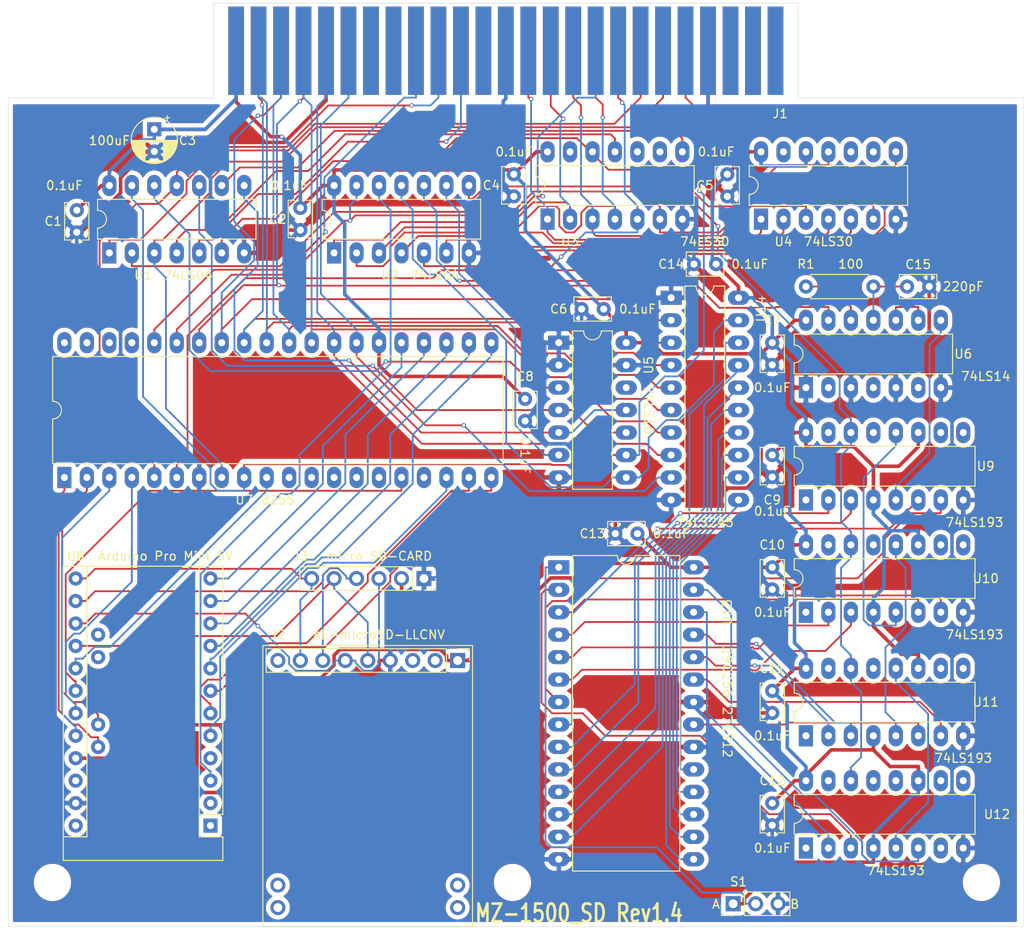
<source format=kicad_pcb>
(kicad_pcb (version 20171130) (host pcbnew "(5.1.9)-1")
  (layers (0 F.Cu signal) (31 B.Cu signal) (34 B.Paste user) (35 F.Paste user) (36 B.SilkS user hide) (37 F.SilkS user) (38 B.Mask user) (39 F.Mask user) (44 Edge.Cuts user))
  (net 0 "")
  (net 1 +5V)
  (net 2 GND)
  (net 3 /D0)
  (net 4 /D1)
  (net 5 /D2)
  (net 6 /D3)
  (net 7 /D4)
  (net 8 /D5)
  (net 9 /D6)
  (net 10 /D7)
  (net 11 /A0)
  (net 12 /A1)
  (net 13 /A2)
  (net 14 /A3)
  (net 15 /A4)
  (net 16 /A5)
  (net 17 /A6)
  (net 18 /A7)
  (net 19 /~RD)
  (net 20 /~WR)
  (net 21 "Net-(U1-Pad2)")
  (net 22 "Net-(U1-Pad10)")
  (net 23 "Net-(S1-Pad2)")
  (net 24 "Net-(U1-Pad8)")
  (net 25 "Net-(U1-Pad4)")
  (net 26 "Net-(U1-Pad12)")
  (net 27 "Net-(U1-Pad6)")
  (net 28 "Net-(U2-Pad9)")
  (net 29 "Net-(U2-Pad4)")
  (net 30 /RESET)
  (net 31 "Net-(U2-Pad6)")
  (net 32 "Net-(U4-Pad8)")
  (net 33 "Net-(U10-Pad14)")
  (net 34 "Net-(U10-Pad12)")
  (net 35 /~IORQ)
  (net 36 /SCK)
  (net 37 /MISO)
  (net 38 /MOSI)
  (net 39 /CS)
  (net 40 "Net-(U2-Pad10)")
  (net 41 "Net-(U6-Pad10)")
  (net 42 "Net-(U7-Pad20)")
  (net 43 "Net-(U7-Pad10)")
  (net 44 "Net-(U7-Pad19)")
  (net 45 "Net-(U7-Pad18)")
  (net 46 "Net-(U7-Pad16)")
  (net 47 "Net-(R1-Pad1)")
  (net 48 "Net-(U1-Pad9)")
  (net 49 "Net-(U2-Pad2)")
  (net 50 "Net-(U14-Pad19)")
  (net 51 "Net-(U2-Pad12)")
  (net 52 "Net-(U6-Pad8)")
  (net 53 "Net-(U7-Pad1)")
  (net 54 "Net-(U7-Pad21)")
  (net 55 "Net-(U7-Pad2)")
  (net 56 "Net-(U7-Pad22)")
  (net 57 "Net-(U7-Pad3)")
  (net 58 "Net-(U7-Pad23)")
  (net 59 "Net-(U7-Pad4)")
  (net 60 "Net-(U7-Pad24)")
  (net 61 "Net-(U7-Pad25)")
  (net 62 "Net-(U13-Pad9)")
  (net 63 "Net-(U13-Pad10)")
  (net 64 "Net-(U10-Pad5)")
  (net 65 "Net-(U13-Pad8)")
  (net 66 "Net-(U13-Pad7)")
  (net 67 "Net-(U10-Pad7)")
  (net 68 "Net-(U10-Pad6)")
  (net 69 "Net-(U10-Pad3)")
  (net 70 "Net-(U10-Pad2)")
  (net 71 "Net-(U11-Pad2)")
  (net 72 "Net-(U11-Pad3)")
  (net 73 "Net-(U11-Pad12)")
  (net 74 "Net-(U11-Pad6)")
  (net 75 "Net-(U11-Pad7)")
  (net 76 "Net-(U12-Pad6)")
  (net 77 "Net-(U12-Pad3)")
  (net 78 "Net-(U12-Pad2)")
  (net 79 "Net-(U13-Pad15)")
  (net 80 "Net-(U13-Pad16)")
  (net 81 "Net-(U13-Pad17)")
  (net 82 "Net-(U13-Pad18)")
  (net 83 "Net-(U13-Pad19)")
  (net 84 "Net-(U13-Pad11)")
  (net 85 "Net-(U13-Pad12)")
  (net 86 "Net-(U13-Pad13)")
  (net 87 "Net-(C15-Pad1)")
  (module MountingHole:MountingHole_3.2mm_M3 (layer F.Cu) (at 180.866 154.385)
    (fp_text reference MH3 hide)
    (fp_text value MountingHole_3.2mm_M3)
    (pad 1 np_thru_hole circle (at 0 0) (size 3.2 3.2) (drill 3.2) (layers *.Cu *.Mask))
  )
  (module MountingHole:MountingHole_3.2mm_M3 (layer F.Cu) (at 75.866 154.385)
    (fp_text reference MH1 hide)
    (fp_text value MountingHole_3.2mm_M3)
    (pad 1 np_thru_hole circle (at 0 0) (size 3.2 3.2) (drill 3.2) (layers *.Cu *.Mask))
  )
  (module MountingHole:MountingHole_3.2mm_M3 (layer F.Cu) (at 127.866 154.385)
    (fp_text reference MH2 hide)
    (fp_text value MountingHole_3.2mm_M3)
    (pad 1 np_thru_hole circle (at 0 0) (size 3.2 3.2) (drill 3.2) (layers *.Cu *.Mask))
  )
  (module Capacitor_THT:C_Rect_L4.0mm_W2.5mm_P2.50mm (layer F.Cu) (at 78.613 78.359 270)
    (fp_text reference C1 (at 1.25 2.667) (layer F.SilkS))
    (fp_text value 0.1uF)
    (pad 2 thru_hole circle (at 2.5 0 270) (size 1.6 1.6) (drill 0.8) (layers *.Cu *.Mask) (net 2 GND))
    (pad 1 thru_hole circle (at 0 0 270) (size 1.6 1.6) (drill 0.8) (layers *.Cu *.Mask) (net 1 +5V))
  )
  (module Capacitor_THT:C_Rect_L4.0mm_W2.5mm_P2.50mm (layer F.Cu) (at 103.886 78.105 270)
    (fp_text reference C2 (at 1.27 2.54) (layer F.SilkS))
    (fp_text value 0.1uF)
    (pad 1 thru_hole circle (at 0 0 270) (size 1.6 1.6) (drill 0.8) (layers *.Cu *.Mask) (net 1 +5V))
    (pad 2 thru_hole circle (at 2.5 0 270) (size 1.6 1.6) (drill 0.8) (layers *.Cu *.Mask) (net 2 GND))
  )
  (module Capacitor_THT:C_Rect_L4.0mm_W2.5mm_P2.50mm (layer F.Cu) (at 128.016 74.295 270)
    (fp_text reference C4 (at 1.25 2.54) (layer F.SilkS))
    (fp_text value 0.1uF)
    (pad 2 thru_hole circle (at 2.5 0 270) (size 1.6 1.6) (drill 0.8) (layers *.Cu *.Mask) (net 2 GND))
    (pad 1 thru_hole circle (at 0 0 270) (size 1.6 1.6) (drill 0.8) (layers *.Cu *.Mask) (net 1 +5V))
  )
  (module Capacitor_THT:C_Rect_L4.0mm_W2.5mm_P2.50mm (layer F.Cu) (at 152.146 74.295 270)
    (fp_text reference C5 (at 1.27 2.54) (layer F.SilkS))
    (fp_text value 0.1uF)
    (pad 1 thru_hole circle (at 0 0 270) (size 1.6 1.6) (drill 0.8) (layers *.Cu *.Mask) (net 1 +5V))
    (pad 2 thru_hole circle (at 2.5 0 270) (size 1.6 1.6) (drill 0.8) (layers *.Cu *.Mask) (net 2 GND))
  )
  (module Capacitor_THT:C_Rect_L4.0mm_W2.5mm_P2.50mm (layer F.Cu) (at 138.176 89.535 180)
    (fp_text reference C6 (at 5.08 0) (layer F.SilkS))
    (fp_text value 0.1uF)
    (pad 2 thru_hole circle (at 2.5 0 180) (size 1.6 1.6) (drill 0.8) (layers *.Cu *.Mask) (net 2 GND))
    (pad 1 thru_hole circle (at 0 0 180) (size 1.6 1.6) (drill 0.8) (layers *.Cu *.Mask) (net 1 +5V))
  )
  (module Capacitor_THT:C_Rect_L4.0mm_W2.5mm_P2.50mm (layer F.Cu) (at 129.286 99.695 270)
    (fp_text reference C8 (at -2.54 0) (layer F.SilkS))
    (fp_text value 0.1uF)
    (pad 1 thru_hole circle (at 0 0 270) (size 1.6 1.6) (drill 0.8) (layers *.Cu *.Mask) (net 1 +5V))
    (pad 2 thru_hole circle (at 2.5 0 270) (size 1.6 1.6) (drill 0.8) (layers *.Cu *.Mask) (net 2 GND))
  )
  (module Capacitor_THT:C_Rect_L4.0mm_W2.5mm_P2.50mm (layer F.Cu) (at 141.986 114.935 180)
    (fp_text reference C13 (at 5.08 0) (layer F.SilkS))
    (fp_text value 0.1uF)
    (pad 2 thru_hole circle (at 2.5 0 180) (size 1.6 1.6) (drill 0.8) (layers *.Cu *.Mask) (net 2 GND))
    (pad 1 thru_hole circle (at 0 0 180) (size 1.6 1.6) (drill 0.8) (layers *.Cu *.Mask) (net 1 +5V))
  )
  (module Capacitor_THT:C_Rect_L4.0mm_W2.5mm_P2.50mm (layer F.Cu) (at 150.876 84.455 180)
    (fp_text reference C14 (at 5.08 0) (layer F.SilkS))
    (fp_text value 0.1uF)
    (pad 1 thru_hole circle (at 0 0 180) (size 1.6 1.6) (drill 0.8) (layers *.Cu *.Mask) (net 1 +5V))
    (pad 2 thru_hole circle (at 2.5 0 180) (size 1.6 1.6) (drill 0.8) (layers *.Cu *.Mask) (net 2 GND))
  )
  (module Connector_PinSocket_2.54mm:PinSocket_1x06_P2.54mm_Vertical (layer F.Cu) (at 117.856 120.015 270)
    (fp_text reference J3 (at -2.54 13.97) (layer F.SilkS))
    (fp_text value "MicroSD Card Adapter")
    (pad 1 thru_hole rect (at 0 0 270) (size 1.7 1.7) (drill 1) (layers *.Cu *.Mask) (net 2 GND))
    (pad 2 thru_hole oval (at 0 2.54 270) (size 1.7 1.7) (drill 1) (layers *.Cu *.Mask) (net 1 +5V))
    (pad 3 thru_hole oval (at 0 5.08 270) (size 1.7 1.7) (drill 1) (layers *.Cu *.Mask) (net 37 /MISO))
    (pad 4 thru_hole oval (at 0 7.62 270) (size 1.7 1.7) (drill 1) (layers *.Cu *.Mask) (net 38 /MOSI))
    (pad 5 thru_hole oval (at 0 10.16 270) (size 1.7 1.7) (drill 1) (layers *.Cu *.Mask) (net 36 /SCK))
    (pad 6 thru_hole oval (at 0 12.7 270) (size 1.7 1.7) (drill 1) (layers *.Cu *.Mask) (net 39 /CS))
  )
  (module Connector_PinHeader_2.54mm:PinHeader_1x03_P2.54mm_Vertical (layer F.Cu) (at 152.806 156.795 90)
    (fp_text reference S1 (at 2.49 0.61) (layer F.SilkS))
    (fp_text value A_B_CHANGE)
    (pad 1 thru_hole rect (at 0 0 90) (size 1.7 1.7) (drill 1) (layers *.Cu *.Mask) (net 1 +5V))
    (pad 2 thru_hole oval (at 0 2.54 90) (size 1.7 1.7) (drill 1) (layers *.Cu *.Mask) (net 23 "Net-(S1-Pad2)"))
    (pad 3 thru_hole oval (at 0 5.08 90) (size 1.7 1.7) (drill 1) (layers *.Cu *.Mask) (net 2 GND))
  )
  (module Package_DIP:DIP-14_W7.62mm_LongPads (layer F.Cu) (at 82.296 83.185 90)
    (fp_text reference U1 (at -2.54 3.81) (layer F.SilkS))
    (fp_text value 74LS04)
    (pad 1 thru_hole rect (at 0 0 90) (size 2.4 1.6) (drill 0.8) (layers *.Cu *.Mask) (net 13 /A2))
    (pad 8 thru_hole oval (at 7.62 15.24 90) (size 2.4 1.6) (drill 0.8) (layers *.Cu *.Mask) (net 24 "Net-(U1-Pad8)"))
    (pad 2 thru_hole oval (at 0 2.54 90) (size 2.4 1.6) (drill 0.8) (layers *.Cu *.Mask) (net 21 "Net-(U1-Pad2)"))
    (pad 9 thru_hole oval (at 7.62 12.7 90) (size 2.4 1.6) (drill 0.8) (layers *.Cu *.Mask) (net 48 "Net-(U1-Pad9)"))
    (pad 3 thru_hole oval (at 0 5.08 90) (size 2.4 1.6) (drill 0.8) (layers *.Cu *.Mask) (net 12 /A1))
    (pad 10 thru_hole oval (at 7.62 10.16 90) (size 2.4 1.6) (drill 0.8) (layers *.Cu *.Mask) (net 22 "Net-(U1-Pad10)"))
    (pad 4 thru_hole oval (at 0 7.62 90) (size 2.4 1.6) (drill 0.8) (layers *.Cu *.Mask) (net 25 "Net-(U1-Pad4)"))
    (pad 11 thru_hole oval (at 7.62 7.62 90) (size 2.4 1.6) (drill 0.8) (layers *.Cu *.Mask) (net 19 /~RD))
    (pad 5 thru_hole oval (at 0 10.16 90) (size 2.4 1.6) (drill 0.8) (layers *.Cu *.Mask) (net 35 /~IORQ))
    (pad 12 thru_hole oval (at 7.62 5.08 90) (size 2.4 1.6) (drill 0.8) (layers *.Cu *.Mask) (net 26 "Net-(U1-Pad12)"))
    (pad 6 thru_hole oval (at 0 12.7 90) (size 2.4 1.6) (drill 0.8) (layers *.Cu *.Mask) (net 27 "Net-(U1-Pad6)"))
    (pad 13 thru_hole oval (at 7.62 2.54 90) (size 2.4 1.6) (drill 0.8) (layers *.Cu *.Mask) (net 11 /A0))
    (pad 7 thru_hole oval (at 0 15.24 90) (size 2.4 1.6) (drill 0.8) (layers *.Cu *.Mask) (net 2 GND))
    (pad 14 thru_hole oval (at 7.62 0 90) (size 2.4 1.6) (drill 0.8) (layers *.Cu *.Mask) (net 1 +5V))
  )
  (module Package_DIP:DIP-14_W7.62mm_LongPads (layer F.Cu) (at 107.696 83.185 90)
    (fp_text reference U2 (at -2.54 6.35) (layer F.SilkS))
    (fp_text value 74LS04)
    (pad 1 thru_hole rect (at 0 0 90) (size 2.4 1.6) (drill 0.8) (layers *.Cu *.Mask) (net 17 /A6))
    (pad 8 thru_hole oval (at 7.62 15.24 90) (size 2.4 1.6) (drill 0.8) (layers *.Cu *.Mask) (net 33 "Net-(U10-Pad14)"))
    (pad 2 thru_hole oval (at 0 2.54 90) (size 2.4 1.6) (drill 0.8) (layers *.Cu *.Mask) (net 49 "Net-(U2-Pad2)"))
    (pad 9 thru_hole oval (at 7.62 12.7 90) (size 2.4 1.6) (drill 0.8) (layers *.Cu *.Mask) (net 28 "Net-(U2-Pad9)"))
    (pad 3 thru_hole oval (at 0 5.08 90) (size 2.4 1.6) (drill 0.8) (layers *.Cu *.Mask) (net 15 /A4))
    (pad 10 thru_hole oval (at 7.62 10.16 90) (size 2.4 1.6) (drill 0.8) (layers *.Cu *.Mask) (net 40 "Net-(U2-Pad10)"))
    (pad 4 thru_hole oval (at 0 7.62 90) (size 2.4 1.6) (drill 0.8) (layers *.Cu *.Mask) (net 29 "Net-(U2-Pad4)"))
    (pad 11 thru_hole oval (at 7.62 7.62 90) (size 2.4 1.6) (drill 0.8) (layers *.Cu *.Mask) (net 50 "Net-(U14-Pad19)"))
    (pad 5 thru_hole oval (at 0 10.16 90) (size 2.4 1.6) (drill 0.8) (layers *.Cu *.Mask) (net 14 /A3))
    (pad 12 thru_hole oval (at 7.62 5.08 90) (size 2.4 1.6) (drill 0.8) (layers *.Cu *.Mask) (net 51 "Net-(U2-Pad12)"))
    (pad 6 thru_hole oval (at 0 12.7 90) (size 2.4 1.6) (drill 0.8) (layers *.Cu *.Mask) (net 31 "Net-(U2-Pad6)"))
    (pad 13 thru_hole oval (at 7.62 2.54 90) (size 2.4 1.6) (drill 0.8) (layers *.Cu *.Mask) (net 30 /RESET))
    (pad 7 thru_hole oval (at 0 15.24 90) (size 2.4 1.6) (drill 0.8) (layers *.Cu *.Mask) (net 2 GND))
    (pad 14 thru_hole oval (at 7.62 0 90) (size 2.4 1.6) (drill 0.8) (layers *.Cu *.Mask) (net 1 +5V))
  )
  (module Package_DIP:DIP-14_W7.62mm_LongPads (layer F.Cu) (at 131.826 79.375 90)
    (fp_text reference U3 (at -2.54 2.54) (layer F.SilkS))
    (fp_text value 74LS30)
    (pad 1 thru_hole rect (at 0 0 90) (size 2.4 1.6) (drill 0.8) (layers *.Cu *.Mask) (net 18 /A7))
    (pad 8 thru_hole oval (at 7.62 15.24 90) (size 2.4 1.6) (drill 0.8) (layers *.Cu *.Mask) (net 48 "Net-(U1-Pad9)"))
    (pad 2 thru_hole oval (at 0 2.54 90) (size 2.4 1.6) (drill 0.8) (layers *.Cu *.Mask) (net 17 /A6))
    (pad 9 thru_hole oval (at 7.62 12.7 90) (size 2.4 1.6) (drill 0.8) (layers *.Cu *.Mask))
    (pad 3 thru_hole oval (at 0 5.08 90) (size 2.4 1.6) (drill 0.8) (layers *.Cu *.Mask) (net 16 /A5))
    (pad 10 thru_hole oval (at 7.62 10.16 90) (size 2.4 1.6) (drill 0.8) (layers *.Cu *.Mask))
    (pad 4 thru_hole oval (at 0 7.62 90) (size 2.4 1.6) (drill 0.8) (layers *.Cu *.Mask) (net 15 /A4))
    (pad 11 thru_hole oval (at 7.62 7.62 90) (size 2.4 1.6) (drill 0.8) (layers *.Cu *.Mask) (net 25 "Net-(U1-Pad4)"))
    (pad 5 thru_hole oval (at 0 10.16 90) (size 2.4 1.6) (drill 0.8) (layers *.Cu *.Mask) (net 14 /A3))
    (pad 12 thru_hole oval (at 7.62 5.08 90) (size 2.4 1.6) (drill 0.8) (layers *.Cu *.Mask) (net 27 "Net-(U1-Pad6)"))
    (pad 6 thru_hole oval (at 0 12.7 90) (size 2.4 1.6) (drill 0.8) (layers *.Cu *.Mask) (net 21 "Net-(U1-Pad2)"))
    (pad 13 thru_hole oval (at 7.62 2.54 90) (size 2.4 1.6) (drill 0.8) (layers *.Cu *.Mask))
    (pad 7 thru_hole oval (at 0 15.24 90) (size 2.4 1.6) (drill 0.8) (layers *.Cu *.Mask) (net 2 GND))
    (pad 14 thru_hole oval (at 7.62 0 90) (size 2.4 1.6) (drill 0.8) (layers *.Cu *.Mask) (net 1 +5V))
  )
  (module Package_DIP:DIP-14_W7.62mm_LongPads (layer F.Cu) (at 155.956 79.375 90)
    (fp_text reference U4 (at -2.54 2.54) (layer F.SilkS))
    (fp_text value 74LS30)
    (pad 14 thru_hole oval (at 7.62 0 90) (size 2.4 1.6) (drill 0.8) (layers *.Cu *.Mask) (net 1 +5V))
    (pad 7 thru_hole oval (at 0 15.24 90) (size 2.4 1.6) (drill 0.8) (layers *.Cu *.Mask) (net 2 GND))
    (pad 13 thru_hole oval (at 7.62 2.54 90) (size 2.4 1.6) (drill 0.8) (layers *.Cu *.Mask))
    (pad 6 thru_hole oval (at 0 12.7 90) (size 2.4 1.6) (drill 0.8) (layers *.Cu *.Mask) (net 21 "Net-(U1-Pad2)"))
    (pad 12 thru_hole oval (at 7.62 5.08 90) (size 2.4 1.6) (drill 0.8) (layers *.Cu *.Mask) (net 1 +5V))
    (pad 5 thru_hole oval (at 0 10.16 90) (size 2.4 1.6) (drill 0.8) (layers *.Cu *.Mask) (net 31 "Net-(U2-Pad6)"))
    (pad 11 thru_hole oval (at 7.62 7.62 90) (size 2.4 1.6) (drill 0.8) (layers *.Cu *.Mask) (net 27 "Net-(U1-Pad6)"))
    (pad 4 thru_hole oval (at 0 7.62 90) (size 2.4 1.6) (drill 0.8) (layers *.Cu *.Mask) (net 29 "Net-(U2-Pad4)"))
    (pad 10 thru_hole oval (at 7.62 10.16 90) (size 2.4 1.6) (drill 0.8) (layers *.Cu *.Mask))
    (pad 3 thru_hole oval (at 0 5.08 90) (size 2.4 1.6) (drill 0.8) (layers *.Cu *.Mask) (net 16 /A5))
    (pad 9 thru_hole oval (at 7.62 12.7 90) (size 2.4 1.6) (drill 0.8) (layers *.Cu *.Mask))
    (pad 2 thru_hole oval (at 0 2.54 90) (size 2.4 1.6) (drill 0.8) (layers *.Cu *.Mask) (net 49 "Net-(U2-Pad2)"))
    (pad 8 thru_hole oval (at 7.62 15.24 90) (size 2.4 1.6) (drill 0.8) (layers *.Cu *.Mask) (net 32 "Net-(U4-Pad8)"))
    (pad 1 thru_hole rect (at 0 0 90) (size 2.4 1.6) (drill 0.8) (layers *.Cu *.Mask) (net 18 /A7))
  )
  (module Package_DIP:DIP-14_W7.62mm_LongPads (layer F.Cu) (at 133.096 93.345)
    (fp_text reference U5 (at 10.16 2.54 -90) (layer F.SilkS))
    (fp_text value 74LS10)
    (pad 14 thru_hole oval (at 7.62 0) (size 2.4 1.6) (drill 0.8) (layers *.Cu *.Mask) (net 1 +5V))
    (pad 7 thru_hole oval (at 0 15.24) (size 2.4 1.6) (drill 0.8) (layers *.Cu *.Mask) (net 2 GND))
    (pad 13 thru_hole oval (at 7.62 2.54) (size 2.4 1.6) (drill 0.8) (layers *.Cu *.Mask) (net 2 GND))
    (pad 6 thru_hole oval (at 0 12.7) (size 2.4 1.6) (drill 0.8) (layers *.Cu *.Mask) (net 28 "Net-(U2-Pad9)"))
    (pad 12 thru_hole oval (at 7.62 5.08) (size 2.4 1.6) (drill 0.8) (layers *.Cu *.Mask))
    (pad 5 thru_hole oval (at 0 10.16) (size 2.4 1.6) (drill 0.8) (layers *.Cu *.Mask) (net 24 "Net-(U1-Pad8)"))
    (pad 11 thru_hole oval (at 7.62 7.62) (size 2.4 1.6) (drill 0.8) (layers *.Cu *.Mask) (net 24 "Net-(U1-Pad8)"))
    (pad 4 thru_hole oval (at 0 7.62) (size 2.4 1.6) (drill 0.8) (layers *.Cu *.Mask) (net 22 "Net-(U1-Pad10)"))
    (pad 10 thru_hole oval (at 7.62 10.16) (size 2.4 1.6) (drill 0.8) (layers *.Cu *.Mask) (net 22 "Net-(U1-Pad10)"))
    (pad 3 thru_hole oval (at 0 5.08) (size 2.4 1.6) (drill 0.8) (layers *.Cu *.Mask) (net 26 "Net-(U1-Pad12)"))
    (pad 9 thru_hole oval (at 7.62 12.7) (size 2.4 1.6) (drill 0.8) (layers *.Cu *.Mask) (net 11 /A0))
    (pad 2 thru_hole oval (at 0 2.54) (size 2.4 1.6) (drill 0.8) (layers *.Cu *.Mask) (net 2 GND))
    (pad 8 thru_hole oval (at 7.62 15.24) (size 2.4 1.6) (drill 0.8) (layers *.Cu *.Mask) (net 50 "Net-(U14-Pad19)"))
    (pad 1 thru_hole rect (at 0 0) (size 2.4 1.6) (drill 0.8) (layers *.Cu *.Mask) (net 2 GND))
  )
  (module Package_DIP:DIP-40_W15.24mm_LongPads (layer F.Cu) (at 77.216 108.585 90)
    (fp_text reference U7 (at -2.54 20.32) (layer F.SilkS))
    (fp_text value 8255)
    (pad 1 thru_hole rect (at 0 0 90) (size 2.4 1.6) (drill 0.8) (layers *.Cu *.Mask) (net 53 "Net-(U7-Pad1)"))
    (pad 21 thru_hole oval (at 15.24 48.26 90) (size 2.4 1.6) (drill 0.8) (layers *.Cu *.Mask) (net 54 "Net-(U7-Pad21)"))
    (pad 2 thru_hole oval (at 0 2.54 90) (size 2.4 1.6) (drill 0.8) (layers *.Cu *.Mask) (net 55 "Net-(U7-Pad2)"))
    (pad 22 thru_hole oval (at 15.24 45.72 90) (size 2.4 1.6) (drill 0.8) (layers *.Cu *.Mask) (net 56 "Net-(U7-Pad22)"))
    (pad 3 thru_hole oval (at 0 5.08 90) (size 2.4 1.6) (drill 0.8) (layers *.Cu *.Mask) (net 57 "Net-(U7-Pad3)"))
    (pad 23 thru_hole oval (at 15.24 43.18 90) (size 2.4 1.6) (drill 0.8) (layers *.Cu *.Mask) (net 58 "Net-(U7-Pad23)"))
    (pad 4 thru_hole oval (at 0 7.62 90) (size 2.4 1.6) (drill 0.8) (layers *.Cu *.Mask) (net 59 "Net-(U7-Pad4)"))
    (pad 24 thru_hole oval (at 15.24 40.64 90) (size 2.4 1.6) (drill 0.8) (layers *.Cu *.Mask) (net 60 "Net-(U7-Pad24)"))
    (pad 5 thru_hole oval (at 0 10.16 90) (size 2.4 1.6) (drill 0.8) (layers *.Cu *.Mask) (net 19 /~RD))
    (pad 25 thru_hole oval (at 15.24 38.1 90) (size 2.4 1.6) (drill 0.8) (layers *.Cu *.Mask) (net 61 "Net-(U7-Pad25)"))
    (pad 6 thru_hole oval (at 0 12.7 90) (size 2.4 1.6) (drill 0.8) (layers *.Cu *.Mask) (net 32 "Net-(U4-Pad8)"))
    (pad 26 thru_hole oval (at 15.24 35.56 90) (size 2.4 1.6) (drill 0.8) (layers *.Cu *.Mask) (net 1 +5V))
    (pad 7 thru_hole oval (at 0 15.24 90) (size 2.4 1.6) (drill 0.8) (layers *.Cu *.Mask) (net 2 GND))
    (pad 27 thru_hole oval (at 15.24 33.02 90) (size 2.4 1.6) (drill 0.8) (layers *.Cu *.Mask) (net 10 /D7))
    (pad 8 thru_hole oval (at 0 17.78 90) (size 2.4 1.6) (drill 0.8) (layers *.Cu *.Mask) (net 12 /A1))
    (pad 28 thru_hole oval (at 15.24 30.48 90) (size 2.4 1.6) (drill 0.8) (layers *.Cu *.Mask) (net 9 /D6))
    (pad 9 thru_hole oval (at 0 20.32 90) (size 2.4 1.6) (drill 0.8) (layers *.Cu *.Mask) (net 11 /A0))
    (pad 29 thru_hole oval (at 15.24 27.94 90) (size 2.4 1.6) (drill 0.8) (layers *.Cu *.Mask) (net 8 /D5))
    (pad 10 thru_hole oval (at 0 22.86 90) (size 2.4 1.6) (drill 0.8) (layers *.Cu *.Mask) (net 43 "Net-(U7-Pad10)"))
    (pad 30 thru_hole oval (at 15.24 25.4 90) (size 2.4 1.6) (drill 0.8) (layers *.Cu *.Mask) (net 7 /D4))
    (pad 11 thru_hole oval (at 0 25.4 90) (size 2.4 1.6) (drill 0.8) (layers *.Cu *.Mask))
    (pad 31 thru_hole oval (at 15.24 22.86 90) (size 2.4 1.6) (drill 0.8) (layers *.Cu *.Mask) (net 6 /D3))
    (pad 12 thru_hole oval (at 0 27.94 90) (size 2.4 1.6) (drill 0.8) (layers *.Cu *.Mask))
    (pad 32 thru_hole oval (at 15.24 20.32 90) (size 2.4 1.6) (drill 0.8) (layers *.Cu *.Mask) (net 5 /D2))
    (pad 13 thru_hole oval (at 0 30.48 90) (size 2.4 1.6) (drill 0.8) (layers *.Cu *.Mask))
    (pad 33 thru_hole oval (at 15.24 17.78 90) (size 2.4 1.6) (drill 0.8) (layers *.Cu *.Mask) (net 4 /D1))
    (pad 14 thru_hole oval (at 0 33.02 90) (size 2.4 1.6) (drill 0.8) (layers *.Cu *.Mask))
    (pad 34 thru_hole oval (at 15.24 15.24 90) (size 2.4 1.6) (drill 0.8) (layers *.Cu *.Mask) (net 3 /D0))
    (pad 15 thru_hole oval (at 0 35.56 90) (size 2.4 1.6) (drill 0.8) (layers *.Cu *.Mask))
    (pad 35 thru_hole oval (at 15.24 12.7 90) (size 2.4 1.6) (drill 0.8) (layers *.Cu *.Mask) (net 30 /RESET))
    (pad 16 thru_hole oval (at 0 38.1 90) (size 2.4 1.6) (drill 0.8) (layers *.Cu *.Mask) (net 46 "Net-(U7-Pad16)"))
    (pad 36 thru_hole oval (at 15.24 10.16 90) (size 2.4 1.6) (drill 0.8) (layers *.Cu *.Mask) (net 20 /~WR))
    (pad 17 thru_hole oval (at 0 40.64 90) (size 2.4 1.6) (drill 0.8) (layers *.Cu *.Mask))
    (pad 37 thru_hole oval (at 15.24 7.62 90) (size 2.4 1.6) (drill 0.8) (layers *.Cu *.Mask))
    (pad 18 thru_hole oval (at 0 43.18 90) (size 2.4 1.6) (drill 0.8) (layers *.Cu *.Mask) (net 45 "Net-(U7-Pad18)"))
    (pad 38 thru_hole oval (at 15.24 5.08 90) (size 2.4 1.6) (drill 0.8) (layers *.Cu *.Mask))
    (pad 19 thru_hole oval (at 0 45.72 90) (size 2.4 1.6) (drill 0.8) (layers *.Cu *.Mask) (net 44 "Net-(U7-Pad19)"))
    (pad 39 thru_hole oval (at 15.24 2.54 90) (size 2.4 1.6) (drill 0.8) (layers *.Cu *.Mask))
    (pad 20 thru_hole oval (at 0 48.26 90) (size 2.4 1.6) (drill 0.8) (layers *.Cu *.Mask) (net 42 "Net-(U7-Pad20)"))
    (pad 40 thru_hole oval (at 15.24 0 90) (size 2.4 1.6) (drill 0.8) (layers *.Cu *.Mask))
  )
  (module Package_DIP:DIP-28_W15.24mm_LongPads (layer F.Cu) (at 133.096 118.745)
    (fp_text reference U13 (at 19.05 5.08 -90) (layer F.SilkS))
    (fp_text value 29C256/27C512)
    (pad 1 thru_hole rect (at 0 0) (size 2.4 1.6) (drill 0.8) (layers *.Cu *.Mask) (net 23 "Net-(S1-Pad2)"))
    (pad 15 thru_hole oval (at 15.24 33.02) (size 2.4 1.6) (drill 0.8) (layers *.Cu *.Mask) (net 79 "Net-(U13-Pad15)"))
    (pad 2 thru_hole oval (at 0 2.54) (size 2.4 1.6) (drill 0.8) (layers *.Cu *.Mask) (net 77 "Net-(U12-Pad3)"))
    (pad 16 thru_hole oval (at 15.24 30.48) (size 2.4 1.6) (drill 0.8) (layers *.Cu *.Mask) (net 80 "Net-(U13-Pad16)"))
    (pad 3 thru_hole oval (at 0 5.08) (size 2.4 1.6) (drill 0.8) (layers *.Cu *.Mask) (net 67 "Net-(U10-Pad7)"))
    (pad 17 thru_hole oval (at 15.24 27.94) (size 2.4 1.6) (drill 0.8) (layers *.Cu *.Mask) (net 81 "Net-(U13-Pad17)"))
    (pad 4 thru_hole oval (at 0 7.62) (size 2.4 1.6) (drill 0.8) (layers *.Cu *.Mask) (net 68 "Net-(U10-Pad6)"))
    (pad 18 thru_hole oval (at 15.24 25.4) (size 2.4 1.6) (drill 0.8) (layers *.Cu *.Mask) (net 82 "Net-(U13-Pad18)"))
    (pad 5 thru_hole oval (at 0 10.16) (size 2.4 1.6) (drill 0.8) (layers *.Cu *.Mask) (net 70 "Net-(U10-Pad2)"))
    (pad 19 thru_hole oval (at 15.24 22.86) (size 2.4 1.6) (drill 0.8) (layers *.Cu *.Mask) (net 83 "Net-(U13-Pad19)"))
    (pad 6 thru_hole oval (at 0 12.7) (size 2.4 1.6) (drill 0.8) (layers *.Cu *.Mask) (net 69 "Net-(U10-Pad3)"))
    (pad 20 thru_hole oval (at 15.24 20.32) (size 2.4 1.6) (drill 0.8) (layers *.Cu *.Mask) (net 2 GND))
    (pad 7 thru_hole oval (at 0 15.24) (size 2.4 1.6) (drill 0.8) (layers *.Cu *.Mask) (net 66 "Net-(U13-Pad7)"))
    (pad 21 thru_hole oval (at 15.24 17.78) (size 2.4 1.6) (drill 0.8) (layers *.Cu *.Mask) (net 74 "Net-(U11-Pad6)"))
    (pad 8 thru_hole oval (at 0 17.78) (size 2.4 1.6) (drill 0.8) (layers *.Cu *.Mask) (net 65 "Net-(U13-Pad8)"))
    (pad 22 thru_hole oval (at 15.24 15.24) (size 2.4 1.6) (drill 0.8) (layers *.Cu *.Mask) (net 2 GND))
    (pad 9 thru_hole oval (at 0 20.32) (size 2.4 1.6) (drill 0.8) (layers *.Cu *.Mask) (net 62 "Net-(U13-Pad9)"))
    (pad 23 thru_hole oval (at 15.24 12.7) (size 2.4 1.6) (drill 0.8) (layers *.Cu *.Mask) (net 75 "Net-(U11-Pad7)"))
    (pad 10 thru_hole oval (at 0 22.86) (size 2.4 1.6) (drill 0.8) (layers *.Cu *.Mask) (net 63 "Net-(U13-Pad10)"))
    (pad 24 thru_hole oval (at 15.24 10.16) (size 2.4 1.6) (drill 0.8) (layers *.Cu *.Mask) (net 71 "Net-(U11-Pad2)"))
    (pad 11 thru_hole oval (at 0 25.4) (size 2.4 1.6) (drill 0.8) (layers *.Cu *.Mask) (net 84 "Net-(U13-Pad11)"))
    (pad 25 thru_hole oval (at 15.24 7.62) (size 2.4 1.6) (drill 0.8) (layers *.Cu *.Mask) (net 72 "Net-(U11-Pad3)"))
    (pad 12 thru_hole oval (at 0 27.94) (size 2.4 1.6) (drill 0.8) (layers *.Cu *.Mask) (net 85 "Net-(U13-Pad12)"))
    (pad 26 thru_hole oval (at 15.24 5.08) (size 2.4 1.6) (drill 0.8) (layers *.Cu *.Mask) (net 78 "Net-(U12-Pad2)"))
    (pad 13 thru_hole oval (at 0 30.48) (size 2.4 1.6) (drill 0.8) (layers *.Cu *.Mask) (net 86 "Net-(U13-Pad13)"))
    (pad 27 thru_hole oval (at 15.24 2.54) (size 2.4 1.6) (drill 0.8) (layers *.Cu *.Mask) (net 76 "Net-(U12-Pad6)"))
    (pad 14 thru_hole oval (at 0 33.02) (size 2.4 1.6) (drill 0.8) (layers *.Cu *.Mask) (net 2 GND))
    (pad 28 thru_hole oval (at 15.24 0) (size 2.4 1.6) (drill 0.8) (layers *.Cu *.Mask) (net 1 +5V))
  )
  (module Package_DIP:DIP-20_W7.62mm_LongPads (layer F.Cu) (at 145.796 88.265)
    (fp_text reference U14 (at 10.16 1.27 -90) (layer F.SilkS))
    (fp_text value 74LS245)
    (pad 1 thru_hole rect (at 0 0) (size 2.4 1.6) (drill 0.8) (layers *.Cu *.Mask) (net 2 GND))
    (pad 11 thru_hole oval (at 7.62 22.86) (size 2.4 1.6) (drill 0.8) (layers *.Cu *.Mask) (net 83 "Net-(U13-Pad19)"))
    (pad 2 thru_hole oval (at 0 2.54) (size 2.4 1.6) (drill 0.8) (layers *.Cu *.Mask) (net 3 /D0))
    (pad 12 thru_hole oval (at 7.62 20.32) (size 2.4 1.6) (drill 0.8) (layers *.Cu *.Mask) (net 82 "Net-(U13-Pad18)"))
    (pad 3 thru_hole oval (at 0 5.08) (size 2.4 1.6) (drill 0.8) (layers *.Cu *.Mask) (net 4 /D1))
    (pad 13 thru_hole oval (at 7.62 17.78) (size 2.4 1.6) (drill 0.8) (layers *.Cu *.Mask) (net 81 "Net-(U13-Pad17)"))
    (pad 4 thru_hole oval (at 0 7.62) (size 2.4 1.6) (drill 0.8) (layers *.Cu *.Mask) (net 5 /D2))
    (pad 14 thru_hole oval (at 7.62 15.24) (size 2.4 1.6) (drill 0.8) (layers *.Cu *.Mask) (net 80 "Net-(U13-Pad16)"))
    (pad 5 thru_hole oval (at 0 10.16) (size 2.4 1.6) (drill 0.8) (layers *.Cu *.Mask) (net 6 /D3))
    (pad 15 thru_hole oval (at 7.62 12.7) (size 2.4 1.6) (drill 0.8) (layers *.Cu *.Mask) (net 79 "Net-(U13-Pad15)"))
    (pad 6 thru_hole oval (at 0 12.7) (size 2.4 1.6) (drill 0.8) (layers *.Cu *.Mask) (net 7 /D4))
    (pad 16 thru_hole oval (at 7.62 10.16) (size 2.4 1.6) (drill 0.8) (layers *.Cu *.Mask) (net 86 "Net-(U13-Pad13)"))
    (pad 7 thru_hole oval (at 0 15.24) (size 2.4 1.6) (drill 0.8) (layers *.Cu *.Mask) (net 8 /D5))
    (pad 17 thru_hole oval (at 7.62 7.62) (size 2.4 1.6) (drill 0.8) (layers *.Cu *.Mask) (net 85 "Net-(U13-Pad12)"))
    (pad 8 thru_hole oval (at 0 17.78) (size 2.4 1.6) (drill 0.8) (layers *.Cu *.Mask) (net 9 /D6))
    (pad 18 thru_hole oval (at 7.62 5.08) (size 2.4 1.6) (drill 0.8) (layers *.Cu *.Mask) (net 84 "Net-(U13-Pad11)"))
    (pad 9 thru_hole oval (at 0 20.32) (size 2.4 1.6) (drill 0.8) (layers *.Cu *.Mask) (net 10 /D7))
    (pad 19 thru_hole oval (at 7.62 2.54) (size 2.4 1.6) (drill 0.8) (layers *.Cu *.Mask) (net 50 "Net-(U14-Pad19)"))
    (pad 10 thru_hole oval (at 0 22.86) (size 2.4 1.6) (drill 0.8) (layers *.Cu *.Mask) (net 2 GND))
    (pad 20 thru_hole oval (at 7.62 0) (size 2.4 1.6) (drill 0.8) (layers *.Cu *.Mask) (net 1 +5V))
  )
  (module MZ-1500:AE-microSD-LLCNV (layer F.Cu) (at 101.346 129.286 90)
    (fp_text reference J2 (at 2.921 0) (layer F.SilkS))
    (fp_text value Micro_SD_Card_Kit)
    (fp_text user AE-microSD-LLCNV (at 2.921 11.43) (layer F.SilkS))
    (pad 1 thru_hole rect (at 0 20.32 270) (size 1.7 1.7) (drill 1) (layers *.Cu *.Mask) (net 1 +5V))
    (pad 2 thru_hole oval (at 0 17.78 270) (size 1.7 1.7) (drill 1) (layers *.Cu *.Mask))
    (pad 3 thru_hole oval (at 0 15.24 270) (size 1.7 1.7) (drill 1) (layers *.Cu *.Mask))
    (pad 4 thru_hole oval (at 0 12.7 270) (size 1.7 1.7) (drill 1) (layers *.Cu *.Mask) (net 2 GND))
    (pad 5 thru_hole oval (at 0 10.16 270) (size 1.7 1.7) (drill 1) (layers *.Cu *.Mask) (net 36 /SCK))
    (pad 6 thru_hole oval (at 0 7.62 270) (size 1.7 1.7) (drill 1) (layers *.Cu *.Mask) (net 37 /MISO))
    (pad 7 thru_hole oval (at 0 5.08 270) (size 1.7 1.7) (drill 1) (layers *.Cu *.Mask) (net 38 /MOSI))
    (pad 8 thru_hole oval (at 0 2.54 270) (size 1.7 1.7) (drill 1) (layers *.Cu *.Mask) (net 39 /CS))
    (pad 9 thru_hole oval (at 0 0 270) (size 1.7 1.7) (drill 1) (layers *.Cu *.Mask))
    (pad "" thru_hole oval (at -27.94 0 90) (size 1.7 1.7) (drill 1) (layers *.Cu *.Mask))
    (pad "" thru_hole oval (at -25.4 0 90) (size 1.7 1.7) (drill 1) (layers *.Cu *.Mask))
    (pad "" thru_hole oval (at -27.94 20.32 90) (size 1.7 1.7) (drill 1) (layers *.Cu *.Mask))
    (pad "" thru_hole oval (at -25.4 20.32 90) (size 1.7 1.7) (drill 1) (layers *.Cu *.Mask))
  )
  (module MZ-1500:Arduino_Pro_Mini (layer F.Cu) (at 93.726 147.955 180)
    (fp_text reference U8 (at 15.24 30.48) (layer F.SilkS))
    (fp_text value Arduino_Pro_Mini)
    (pad 1 thru_hole rect (at 0 0 180) (size 1.6 1.6) (drill 0.8) (layers *.Cu *.Mask))
    (pad 2 thru_hole oval (at 0 2.54 180) (size 1.6 1.6) (drill 0.8) (layers *.Cu *.Mask))
    (pad 3 thru_hole oval (at 0 5.08 180) (size 1.6 1.6) (drill 0.8) (layers *.Cu *.Mask) (net 51 "Net-(U2-Pad12)"))
    (pad 13 thru_hole oval (at 15.24 27.94 180) (size 1.6 1.6) (drill 0.8) (layers *.Cu *.Mask) (net 39 /CS))
    (pad 4 thru_hole oval (at 0 7.62 180) (size 1.6 1.6) (drill 0.8) (layers *.Cu *.Mask))
    (pad 14 thru_hole oval (at 15.24 25.4 180) (size 1.6 1.6) (drill 0.8) (layers *.Cu *.Mask) (net 38 /MOSI))
    (pad 5 thru_hole oval (at 0 10.16 180) (size 1.6 1.6) (drill 0.8) (layers *.Cu *.Mask) (net 45 "Net-(U7-Pad18)"))
    (pad 15 thru_hole oval (at 15.24 22.86 180) (size 1.6 1.6) (drill 0.8) (layers *.Cu *.Mask) (net 37 /MISO))
    (pad 6 thru_hole oval (at 0 12.7 180) (size 1.6 1.6) (drill 0.8) (layers *.Cu *.Mask) (net 44 "Net-(U7-Pad19)"))
    (pad 16 thru_hole oval (at 15.24 20.32 180) (size 1.6 1.6) (drill 0.8) (layers *.Cu *.Mask) (net 36 /SCK))
    (pad 7 thru_hole oval (at 0 15.24 180) (size 1.6 1.6) (drill 0.8) (layers *.Cu *.Mask) (net 42 "Net-(U7-Pad20)"))
    (pad 17 thru_hole oval (at 15.24 17.78 180) (size 1.6 1.6) (drill 0.8) (layers *.Cu *.Mask) (net 43 "Net-(U7-Pad10)"))
    (pad 8 thru_hole oval (at 0 17.78 180) (size 1.6 1.6) (drill 0.8) (layers *.Cu *.Mask) (net 54 "Net-(U7-Pad21)"))
    (pad 18 thru_hole oval (at 15.24 15.24 180) (size 1.6 1.6) (drill 0.8) (layers *.Cu *.Mask) (net 46 "Net-(U7-Pad16)"))
    (pad 9 thru_hole oval (at 0 20.32 180) (size 1.6 1.6) (drill 0.8) (layers *.Cu *.Mask) (net 56 "Net-(U7-Pad22)"))
    (pad 19 thru_hole oval (at 15.24 12.7 180) (size 1.6 1.6) (drill 0.8) (layers *.Cu *.Mask) (net 59 "Net-(U7-Pad4)"))
    (pad 10 thru_hole oval (at 0 22.86 180) (size 1.6 1.6) (drill 0.8) (layers *.Cu *.Mask) (net 58 "Net-(U7-Pad23)"))
    (pad 20 thru_hole oval (at 15.24 10.16 180) (size 1.6 1.6) (drill 0.8) (layers *.Cu *.Mask) (net 57 "Net-(U7-Pad3)"))
    (pad 11 thru_hole oval (at 0 25.4 180) (size 1.6 1.6) (drill 0.8) (layers *.Cu *.Mask) (net 60 "Net-(U7-Pad24)"))
    (pad 21 thru_hole oval (at 15.24 7.62 180) (size 1.6 1.6) (drill 0.8) (layers *.Cu *.Mask) (net 1 +5V))
    (pad 12 thru_hole oval (at 0 27.94 180) (size 1.6 1.6) (drill 0.8) (layers *.Cu *.Mask) (net 61 "Net-(U7-Pad25)"))
    (pad 22 thru_hole oval (at 15.24 5.08 180) (size 1.6 1.6) (drill 0.8) (layers *.Cu *.Mask))
    (pad 23 thru_hole oval (at 15.24 2.54 180) (size 1.6 1.6) (drill 0.8) (layers *.Cu *.Mask) (net 2 GND))
    (pad 24 thru_hole oval (at 15.24 0 180) (size 1.6 1.6) (drill 0.8) (layers *.Cu *.Mask))
    (pad A5 thru_hole oval (at 12.7 8.89 180) (size 1.6 1.6) (drill 0.8) (layers *.Cu *.Mask) (net 53 "Net-(U7-Pad1)"))
    (pad A4 thru_hole oval (at 12.7 11.43 180) (size 1.6 1.6) (drill 0.8) (layers *.Cu *.Mask) (net 55 "Net-(U7-Pad2)"))
    (pad A7 thru_hole oval (at 12.7 19.05 180) (size 1.6 1.6) (drill 0.8) (layers *.Cu *.Mask))
    (pad A6 thru_hole oval (at 12.7 21.59 180) (size 1.6 1.6) (drill 0.8) (layers *.Cu *.Mask))
  )
  (module Capacitor_THT:CP_Radial_D5.0mm_P2.50mm (layer F.Cu) (at 87.376 69.215 270)
    (fp_text reference C3 (at 1.25 -3.75) (layer F.SilkS))
    (fp_text value 100uF)
    (pad 1 thru_hole rect (at 0 0 270) (size 1.6 1.6) (drill 0.8) (layers *.Cu *.Mask) (net 1 +5V))
    (pad 2 thru_hole circle (at 2.5 0 270) (size 1.6 1.6) (drill 0.8) (layers *.Cu *.Mask) (net 2 GND))
  )
  (module MZ-1500:BUS_50Pin (layer F.Cu) (at 172.83 61.595)
    (fp_text reference J1 (at -14.7 5.845) (layer F.SilkS))
    (fp_text value "MZ-1500 BUS")
    (pad 2 connect rect (at -76.2 -1.27) (size 1.78 10) (layers F.Cu F.Mask) (net 1 +5V))
    (pad 4 connect rect (at -73.66 -1.27) (size 1.78 10) (layers F.Cu F.Mask) (net 5 /D2))
    (pad 6 connect rect (at -71.12 -1.27) (size 1.78 10) (layers F.Cu F.Mask) (net 4 /D1))
    (pad 8 connect rect (at -68.58 -1.27) (size 1.78 10) (layers F.Cu F.Mask) (net 3 /D0))
    (pad 10 connect rect (at -66.04 -1.27) (size 1.78 10) (layers F.Cu F.Mask) (net 2 GND))
    (pad 12 connect rect (at -63.5 -1.27) (size 1.78 10) (layers F.Cu F.Mask))
    (pad 14 connect rect (at -60.96 -1.27) (size 1.78 10) (layers F.Cu F.Mask))
    (pad 16 connect rect (at -58.42 -1.27) (size 1.78 10) (layers F.Cu F.Mask))
    (pad 18 connect rect (at -55.88 -1.27) (size 1.78 10) (layers F.Cu F.Mask))
    (pad 20 connect rect (at -53.34 -1.27) (size 1.78 10) (layers F.Cu F.Mask))
    (pad 22 connect rect (at -50.8 -1.27) (size 1.78 10) (layers F.Cu F.Mask))
    (pad 24 connect rect (at -48.26 -1.27) (size 1.78 10) (layers F.Cu F.Mask))
    (pad 26 connect rect (at -45.72 -1.27) (size 1.78 10) (layers F.Cu F.Mask))
    (pad 28 connect rect (at -43.18 -1.27) (size 1.78 10) (layers F.Cu F.Mask) (net 18 /A7))
    (pad 30 connect rect (at -40.64 -1.27) (size 1.78 10) (layers F.Cu F.Mask) (net 17 /A6))
    (pad 32 connect rect (at -38.1 -1.27) (size 1.78 10) (layers F.Cu F.Mask) (net 16 /A5))
    (pad 34 connect rect (at -35.56 -1.27) (size 1.78 10) (layers F.Cu F.Mask) (net 15 /A4))
    (pad 36 connect rect (at -33.02 -1.27) (size 1.78 10) (layers F.Cu F.Mask) (net 14 /A3))
    (pad 38 connect rect (at -30.48 -1.27) (size 1.78 10) (layers F.Cu F.Mask) (net 13 /A2))
    (pad 40 connect rect (at -27.94 -1.27) (size 1.78 10) (layers F.Cu F.Mask) (net 12 /A1))
    (pad 42 connect rect (at -25.4 -1.27) (size 1.78 10) (layers F.Cu F.Mask) (net 11 /A0))
    (pad 44 connect rect (at -22.86 -1.27) (size 1.78 10) (layers F.Cu F.Mask) (net 2 GND))
    (pad 1 connect rect (at -76.2 -1.27) (size 1.78 10) (layers B.Cu B.Mask) (net 1 +5V))
    (pad 3 connect rect (at -73.66 -1.27) (size 1.78 10) (layers B.Cu B.Mask) (net 6 /D3))
    (pad 5 connect rect (at -71.12 -1.27) (size 1.78 10) (layers B.Cu B.Mask) (net 7 /D4))
    (pad 7 connect rect (at -68.58 -1.27) (size 1.78 10) (layers B.Cu B.Mask) (net 8 /D5))
    (pad 9 connect rect (at -66.04 -1.27) (size 1.78 10) (layers B.Cu B.Mask) (net 9 /D6))
    (pad 11 connect rect (at -63.5 -1.27) (size 1.78 10) (layers B.Cu B.Mask) (net 10 /D7))
    (pad 13 connect rect (at -60.96 -1.27) (size 1.78 10) (layers B.Cu B.Mask))
    (pad 15 connect rect (at -58.42 -1.27) (size 1.78 10) (layers B.Cu B.Mask))
    (pad 17 connect rect (at -55.88 -1.27) (size 1.78 10) (layers B.Cu B.Mask) (net 20 /~WR))
    (pad 19 connect rect (at -53.34 -1.27) (size 1.78 10) (layers B.Cu B.Mask) (net 19 /~RD))
    (pad 21 connect rect (at -50.8 -1.27) (size 1.78 10) (layers B.Cu B.Mask) (net 35 /~IORQ))
    (pad 23 connect rect (at -48.26 -1.27) (size 1.78 10) (layers B.Cu B.Mask))
    (pad 25 connect rect (at -45.72 -1.27) (size 1.78 10) (layers B.Cu B.Mask) (net 2 GND))
    (pad 27 connect rect (at -43.18 -1.27) (size 1.78 10) (layers B.Cu B.Mask))
    (pad 29 connect rect (at -40.64 -1.27) (size 1.78 10) (layers B.Cu B.Mask))
    (pad 31 connect rect (at -38.1 -1.27) (size 1.78 10) (layers B.Cu B.Mask))
    (pad 33 connect rect (at -35.56 -1.27) (size 1.78 10) (layers B.Cu B.Mask) (net 30 /RESET))
    (pad 35 connect rect (at -33.02 -1.27) (size 1.78 10) (layers B.Cu B.Mask))
    (pad 37 connect rect (at -30.48 -1.27) (size 1.78 10) (layers B.Cu B.Mask))
    (pad 39 connect rect (at -27.94 -1.27) (size 1.78 10) (layers B.Cu B.Mask))
    (pad 41 connect rect (at -25.4 -1.27) (size 1.78 10) (layers B.Cu B.Mask))
    (pad 43 connect rect (at -22.86 -1.27) (size 1.78 10) (layers B.Cu B.Mask) (net 2 GND))
    (pad 46 connect rect (at -20.32 -1.27) (size 1.78 10) (layers F.Cu F.Mask))
    (pad 48 connect rect (at -17.78 -1.27) (size 1.78 10) (layers F.Cu F.Mask))
    (pad 50 connect rect (at -15.24 -1.27) (size 1.78 10) (layers F.Cu F.Mask))
    (pad 45 connect rect (at -20.32 -1.27) (size 1.78 10) (layers B.Cu B.Mask))
    (pad 47 connect rect (at -17.78 -1.27) (size 1.78 10) (layers B.Cu B.Mask))
    (pad 49 connect rect (at -15.24 -1.27) (size 1.78 10) (layers B.Cu B.Mask))
  )
  (module Capacitor_THT:C_Rect_L4.0mm_W2.5mm_P2.50mm (layer F.Cu) (at 157.226 93.345 270)
    (fp_text reference C7 (at -2.54 0) (layer F.SilkS))
    (fp_text value 0.1uF)
    (pad 1 thru_hole circle (at 0 0 270) (size 1.6 1.6) (drill 0.8) (layers *.Cu *.Mask) (net 1 +5V))
    (pad 2 thru_hole circle (at 2.5 0 270) (size 1.6 1.6) (drill 0.8) (layers *.Cu *.Mask) (net 2 GND))
  )
  (module Capacitor_THT:C_Rect_L4.0mm_W2.5mm_P2.50mm (layer F.Cu) (at 172.466 86.995)
    (fp_text reference C15 (at 1.25 -2.5) (layer F.SilkS))
    (fp_text value 220pF)
    (pad 2 thru_hole circle (at 2.5 0) (size 1.6 1.6) (drill 0.8) (layers *.Cu *.Mask) (net 2 GND))
    (pad 1 thru_hole circle (at 0 0) (size 1.6 1.6) (drill 0.8) (layers *.Cu *.Mask) (net 87 "Net-(C15-Pad1)"))
  )
  (module Resistor_THT:R_Axial_DIN0207_L6.3mm_D2.5mm_P7.62mm_Horizontal (layer F.Cu) (at 161.036 86.995)
    (fp_text reference R1 (at 0 -2.54) (layer F.SilkS))
    (fp_text value 100)
    (pad 1 thru_hole circle (at 0 0) (size 1.6 1.6) (drill 0.8) (layers *.Cu *.Mask) (net 47 "Net-(R1-Pad1)"))
    (pad 2 thru_hole oval (at 7.62 0) (size 1.6 1.6) (drill 0.8) (layers *.Cu *.Mask) (net 87 "Net-(C15-Pad1)"))
  )
  (module Package_DIP:DIP-14_W7.62mm_LongPads (layer F.Cu) (at 161.036 98.425 90)
    (fp_text reference U6 (at 3.81 17.78) (layer F.SilkS))
    (fp_text value 74LS14)
    (pad 1 thru_hole rect (at 0 0 90) (size 2.4 1.6) (drill 0.8) (layers *.Cu *.Mask) (net 2 GND))
    (pad 8 thru_hole oval (at 7.62 15.24 90) (size 2.4 1.6) (drill 0.8) (layers *.Cu *.Mask) (net 52 "Net-(U6-Pad8)"))
    (pad 2 thru_hole oval (at 0 2.54 90) (size 2.4 1.6) (drill 0.8) (layers *.Cu *.Mask))
    (pad 9 thru_hole oval (at 7.62 12.7 90) (size 2.4 1.6) (drill 0.8) (layers *.Cu *.Mask) (net 41 "Net-(U6-Pad10)"))
    (pad 3 thru_hole oval (at 0 5.08 90) (size 2.4 1.6) (drill 0.8) (layers *.Cu *.Mask) (net 2 GND))
    (pad 10 thru_hole oval (at 7.62 10.16 90) (size 2.4 1.6) (drill 0.8) (layers *.Cu *.Mask) (net 41 "Net-(U6-Pad10)"))
    (pad 4 thru_hole oval (at 0 7.62 90) (size 2.4 1.6) (drill 0.8) (layers *.Cu *.Mask))
    (pad 11 thru_hole oval (at 7.62 7.62 90) (size 2.4 1.6) (drill 0.8) (layers *.Cu *.Mask) (net 87 "Net-(C15-Pad1)"))
    (pad 5 thru_hole oval (at 0 10.16 90) (size 2.4 1.6) (drill 0.8) (layers *.Cu *.Mask) (net 2 GND))
    (pad 12 thru_hole oval (at 7.62 5.08 90) (size 2.4 1.6) (drill 0.8) (layers *.Cu *.Mask) (net 47 "Net-(R1-Pad1)"))
    (pad 6 thru_hole oval (at 0 12.7 90) (size 2.4 1.6) (drill 0.8) (layers *.Cu *.Mask))
    (pad 13 thru_hole oval (at 7.62 2.54 90) (size 2.4 1.6) (drill 0.8) (layers *.Cu *.Mask) (net 40 "Net-(U2-Pad10)"))
    (pad 7 thru_hole oval (at 0 15.24 90) (size 2.4 1.6) (drill 0.8) (layers *.Cu *.Mask) (net 2 GND))
    (pad 14 thru_hole oval (at 7.62 0 90) (size 2.4 1.6) (drill 0.8) (layers *.Cu *.Mask) (net 1 +5V))
  )
  (module Package_DIP:DIP-16_W7.62mm_LongPads (layer F.Cu) (at 161.036 111.125 90)
    (fp_text reference U9 (at 3.81 20.32) (layer F.SilkS))
    (fp_text value 74LS193)
    (pad 1 thru_hole rect (at 0 0 90) (size 2.4 1.6) (drill 0.8) (layers *.Cu *.Mask))
    (pad 9 thru_hole oval (at 7.62 17.78 90) (size 2.4 1.6) (drill 0.8) (layers *.Cu *.Mask))
    (pad 2 thru_hole oval (at 0 2.54 90) (size 2.4 1.6) (drill 0.8) (layers *.Cu *.Mask) (net 62 "Net-(U13-Pad9)"))
    (pad 10 thru_hole oval (at 7.62 15.24 90) (size 2.4 1.6) (drill 0.8) (layers *.Cu *.Mask))
    (pad 3 thru_hole oval (at 0 5.08 90) (size 2.4 1.6) (drill 0.8) (layers *.Cu *.Mask) (net 63 "Net-(U13-Pad10)"))
    (pad 11 thru_hole oval (at 7.62 12.7 90) (size 2.4 1.6) (drill 0.8) (layers *.Cu *.Mask) (net 1 +5V))
    (pad 4 thru_hole oval (at 0 7.62 90) (size 2.4 1.6) (drill 0.8) (layers *.Cu *.Mask) (net 1 +5V))
    (pad 12 thru_hole oval (at 7.62 10.16 90) (size 2.4 1.6) (drill 0.8) (layers *.Cu *.Mask) (net 64 "Net-(U10-Pad5)"))
    (pad 5 thru_hole oval (at 0 10.16 90) (size 2.4 1.6) (drill 0.8) (layers *.Cu *.Mask) (net 52 "Net-(U6-Pad8)"))
    (pad 13 thru_hole oval (at 7.62 7.62 90) (size 2.4 1.6) (drill 0.8) (layers *.Cu *.Mask))
    (pad 6 thru_hole oval (at 0 12.7 90) (size 2.4 1.6) (drill 0.8) (layers *.Cu *.Mask) (net 65 "Net-(U13-Pad8)"))
    (pad 14 thru_hole oval (at 7.62 5.08 90) (size 2.4 1.6) (drill 0.8) (layers *.Cu *.Mask) (net 33 "Net-(U10-Pad14)"))
    (pad 7 thru_hole oval (at 0 15.24 90) (size 2.4 1.6) (drill 0.8) (layers *.Cu *.Mask) (net 66 "Net-(U13-Pad7)"))
    (pad 15 thru_hole oval (at 7.62 2.54 90) (size 2.4 1.6) (drill 0.8) (layers *.Cu *.Mask))
    (pad 8 thru_hole oval (at 0 17.78 90) (size 2.4 1.6) (drill 0.8) (layers *.Cu *.Mask) (net 2 GND))
    (pad 16 thru_hole oval (at 7.62 0 90) (size 2.4 1.6) (drill 0.8) (layers *.Cu *.Mask) (net 1 +5V))
  )
  (module Package_DIP:DIP-16_W7.62mm_LongPads (layer F.Cu) (at 161.036 123.825 90)
    (fp_text reference U10 (at 3.81 20.32) (layer F.SilkS))
    (fp_text value 74LS193)
    (pad 16 thru_hole oval (at 7.62 0 90) (size 2.4 1.6) (drill 0.8) (layers *.Cu *.Mask) (net 1 +5V))
    (pad 8 thru_hole oval (at 0 17.78 90) (size 2.4 1.6) (drill 0.8) (layers *.Cu *.Mask) (net 2 GND))
    (pad 15 thru_hole oval (at 7.62 2.54 90) (size 2.4 1.6) (drill 0.8) (layers *.Cu *.Mask))
    (pad 7 thru_hole oval (at 0 15.24 90) (size 2.4 1.6) (drill 0.8) (layers *.Cu *.Mask) (net 67 "Net-(U10-Pad7)"))
    (pad 14 thru_hole oval (at 7.62 5.08 90) (size 2.4 1.6) (drill 0.8) (layers *.Cu *.Mask) (net 33 "Net-(U10-Pad14)"))
    (pad 6 thru_hole oval (at 0 12.7 90) (size 2.4 1.6) (drill 0.8) (layers *.Cu *.Mask) (net 68 "Net-(U10-Pad6)"))
    (pad 13 thru_hole oval (at 7.62 7.62 90) (size 2.4 1.6) (drill 0.8) (layers *.Cu *.Mask))
    (pad 5 thru_hole oval (at 0 10.16 90) (size 2.4 1.6) (drill 0.8) (layers *.Cu *.Mask) (net 64 "Net-(U10-Pad5)"))
    (pad 12 thru_hole oval (at 7.62 10.16 90) (size 2.4 1.6) (drill 0.8) (layers *.Cu *.Mask) (net 34 "Net-(U10-Pad12)"))
    (pad 4 thru_hole oval (at 0 7.62 90) (size 2.4 1.6) (drill 0.8) (layers *.Cu *.Mask) (net 1 +5V))
    (pad 11 thru_hole oval (at 7.62 12.7 90) (size 2.4 1.6) (drill 0.8) (layers *.Cu *.Mask) (net 1 +5V))
    (pad 3 thru_hole oval (at 0 5.08 90) (size 2.4 1.6) (drill 0.8) (layers *.Cu *.Mask) (net 69 "Net-(U10-Pad3)"))
    (pad 10 thru_hole oval (at 7.62 15.24 90) (size 2.4 1.6) (drill 0.8) (layers *.Cu *.Mask))
    (pad 2 thru_hole oval (at 0 2.54 90) (size 2.4 1.6) (drill 0.8) (layers *.Cu *.Mask) (net 70 "Net-(U10-Pad2)"))
    (pad 9 thru_hole oval (at 7.62 17.78 90) (size 2.4 1.6) (drill 0.8) (layers *.Cu *.Mask))
    (pad 1 thru_hole rect (at 0 0 90) (size 2.4 1.6) (drill 0.8) (layers *.Cu *.Mask))
  )
  (module Package_DIP:DIP-16_W7.62mm_LongPads (layer F.Cu) (at 161.036 137.795 90)
    (fp_text reference U11 (at 3.81 20.32) (layer F.SilkS))
    (fp_text value 74LS193)
    (pad 1 thru_hole rect (at 0 0 90) (size 2.4 1.6) (drill 0.8) (layers *.Cu *.Mask))
    (pad 9 thru_hole oval (at 7.62 17.78 90) (size 2.4 1.6) (drill 0.8) (layers *.Cu *.Mask))
    (pad 2 thru_hole oval (at 0 2.54 90) (size 2.4 1.6) (drill 0.8) (layers *.Cu *.Mask) (net 71 "Net-(U11-Pad2)"))
    (pad 10 thru_hole oval (at 7.62 15.24 90) (size 2.4 1.6) (drill 0.8) (layers *.Cu *.Mask))
    (pad 3 thru_hole oval (at 0 5.08 90) (size 2.4 1.6) (drill 0.8) (layers *.Cu *.Mask) (net 72 "Net-(U11-Pad3)"))
    (pad 11 thru_hole oval (at 7.62 12.7 90) (size 2.4 1.6) (drill 0.8) (layers *.Cu *.Mask) (net 1 +5V))
    (pad 4 thru_hole oval (at 0 7.62 90) (size 2.4 1.6) (drill 0.8) (layers *.Cu *.Mask) (net 1 +5V))
    (pad 12 thru_hole oval (at 7.62 10.16 90) (size 2.4 1.6) (drill 0.8) (layers *.Cu *.Mask) (net 73 "Net-(U11-Pad12)"))
    (pad 5 thru_hole oval (at 0 10.16 90) (size 2.4 1.6) (drill 0.8) (layers *.Cu *.Mask) (net 34 "Net-(U10-Pad12)"))
    (pad 13 thru_hole oval (at 7.62 7.62 90) (size 2.4 1.6) (drill 0.8) (layers *.Cu *.Mask))
    (pad 6 thru_hole oval (at 0 12.7 90) (size 2.4 1.6) (drill 0.8) (layers *.Cu *.Mask) (net 74 "Net-(U11-Pad6)"))
    (pad 14 thru_hole oval (at 7.62 5.08 90) (size 2.4 1.6) (drill 0.8) (layers *.Cu *.Mask) (net 33 "Net-(U10-Pad14)"))
    (pad 7 thru_hole oval (at 0 15.24 90) (size 2.4 1.6) (drill 0.8) (layers *.Cu *.Mask) (net 75 "Net-(U11-Pad7)"))
    (pad 15 thru_hole oval (at 7.62 2.54 90) (size 2.4 1.6) (drill 0.8) (layers *.Cu *.Mask))
    (pad 8 thru_hole oval (at 0 17.78 90) (size 2.4 1.6) (drill 0.8) (layers *.Cu *.Mask) (net 2 GND))
    (pad 16 thru_hole oval (at 7.62 0 90) (size 2.4 1.6) (drill 0.8) (layers *.Cu *.Mask) (net 1 +5V))
  )
  (module Package_DIP:DIP-16_W7.62mm_LongPads (layer F.Cu) (at 161.036 150.495 90)
    (fp_text reference U12 (at 3.81 21.59) (layer F.SilkS))
    (fp_text value 74LS193)
    (pad 16 thru_hole oval (at 7.62 0 90) (size 2.4 1.6) (drill 0.8) (layers *.Cu *.Mask) (net 1 +5V))
    (pad 8 thru_hole oval (at 0 17.78 90) (size 2.4 1.6) (drill 0.8) (layers *.Cu *.Mask) (net 2 GND))
    (pad 15 thru_hole oval (at 7.62 2.54 90) (size 2.4 1.6) (drill 0.8) (layers *.Cu *.Mask))
    (pad 7 thru_hole oval (at 0 15.24 90) (size 2.4 1.6) (drill 0.8) (layers *.Cu *.Mask))
    (pad 14 thru_hole oval (at 7.62 5.08 90) (size 2.4 1.6) (drill 0.8) (layers *.Cu *.Mask) (net 33 "Net-(U10-Pad14)"))
    (pad 6 thru_hole oval (at 0 12.7 90) (size 2.4 1.6) (drill 0.8) (layers *.Cu *.Mask) (net 76 "Net-(U12-Pad6)"))
    (pad 13 thru_hole oval (at 7.62 7.62 90) (size 2.4 1.6) (drill 0.8) (layers *.Cu *.Mask))
    (pad 5 thru_hole oval (at 0 10.16 90) (size 2.4 1.6) (drill 0.8) (layers *.Cu *.Mask) (net 73 "Net-(U11-Pad12)"))
    (pad 12 thru_hole oval (at 7.62 10.16 90) (size 2.4 1.6) (drill 0.8) (layers *.Cu *.Mask))
    (pad 4 thru_hole oval (at 0 7.62 90) (size 2.4 1.6) (drill 0.8) (layers *.Cu *.Mask) (net 1 +5V))
    (pad 11 thru_hole oval (at 7.62 12.7 90) (size 2.4 1.6) (drill 0.8) (layers *.Cu *.Mask) (net 1 +5V))
    (pad 3 thru_hole oval (at 0 5.08 90) (size 2.4 1.6) (drill 0.8) (layers *.Cu *.Mask) (net 77 "Net-(U12-Pad3)"))
    (pad 10 thru_hole oval (at 7.62 15.24 90) (size 2.4 1.6) (drill 0.8) (layers *.Cu *.Mask))
    (pad 2 thru_hole oval (at 0 2.54 90) (size 2.4 1.6) (drill 0.8) (layers *.Cu *.Mask) (net 78 "Net-(U12-Pad2)"))
    (pad 9 thru_hole oval (at 7.62 17.78 90) (size 2.4 1.6) (drill 0.8) (layers *.Cu *.Mask))
    (pad 1 thru_hole rect (at 0 0 90) (size 2.4 1.6) (drill 0.8) (layers *.Cu *.Mask))
  )
  (module Capacitor_THT:C_Rect_L4.0mm_W2.5mm_P2.50mm (layer F.Cu) (at 157.226 106.045 270)
    (fp_text reference C9 (at 5.08 0) (layer F.SilkS))
    (fp_text value 0.1uF)
    (pad 2 thru_hole circle (at 2.5 0 270) (size 1.6 1.6) (drill 0.8) (layers *.Cu *.Mask) (net 2 GND))
    (pad 1 thru_hole circle (at 0 0 270) (size 1.6 1.6) (drill 0.8) (layers *.Cu *.Mask) (net 1 +5V))
  )
  (module Capacitor_THT:C_Rect_L4.0mm_W2.5mm_P2.50mm (layer F.Cu) (at 157.226 118.745 270)
    (fp_text reference C10 (at -2.54 0) (layer F.SilkS))
    (fp_text value 0.1uF)
    (pad 1 thru_hole circle (at 0 0 270) (size 1.6 1.6) (drill 0.8) (layers *.Cu *.Mask) (net 1 +5V))
    (pad 2 thru_hole circle (at 2.5 0 270) (size 1.6 1.6) (drill 0.8) (layers *.Cu *.Mask) (net 2 GND))
  )
  (module Capacitor_THT:C_Rect_L4.0mm_W2.5mm_P2.50mm (layer F.Cu) (at 157.226 132.715 270)
    (fp_text reference C11 (at -2.54 0) (layer F.SilkS))
    (fp_text value 0.1uF)
    (pad 2 thru_hole circle (at 2.5 0 270) (size 1.6 1.6) (drill 0.8) (layers *.Cu *.Mask) (net 2 GND))
    (pad 1 thru_hole circle (at 0 0 270) (size 1.6 1.6) (drill 0.8) (layers *.Cu *.Mask) (net 1 +5V))
  )
  (module Capacitor_THT:C_Rect_L4.0mm_W2.5mm_P2.50mm (layer F.Cu) (at 157.226 145.415 270)
    (fp_text reference C12 (at -2.54 0) (layer F.SilkS))
    (fp_text value 0.1uF)
    (pad 1 thru_hole circle (at 0 0 270) (size 1.6 1.6) (drill 0.8) (layers *.Cu *.Mask) (net 1 +5V))
    (pad 2 thru_hole circle (at 2.5 0 270) (size 1.6 1.6) (drill 0.8) (layers *.Cu *.Mask) (net 2 GND))
  )
  (gr_line (start 160.147 65.659) (end 185.674 65.659) (layer Edge.Cuts) (width 0.05))
  (gr_line (start 160.147 54.94) (end 160.147 65.659) (layer Edge.Cuts) (width 0.05))
  (gr_line (start 94.107 65.659) (end 70.866 65.659) (layer Edge.Cuts) (width 0.05))
  (gr_line (start 94.107 54.94) (end 94.107 65.659) (layer Edge.Cuts) (width 0.05))
  (gr_line (start 70.866 65.659) (end 70.866 159.385) (layer Edge.Cuts) (width 0.05))
  (gr_line (start 185.674 159.385) (end 185.674 65.659) (layer Edge.Cuts) (width 0.05))
  (gr_line (start 70.866 159.385) (end 185.674 159.385) (layer Edge.Cuts) (width 0.05))
  (gr_line (start 160.147 54.94) (end 94.107 54.94) (layer Edge.Cuts) (width 0.05))
  (gr_text 74LS193 (at 171.196 153.035) (layer F.SilkS) (effects (font (size 1 1))))
  (gr_text 74LS193 (at 178.816 140.335) (layer F.SilkS) (effects (font (size 1 1))))
  (gr_text 74LS193 (at 180.086 126.365) (layer F.SilkS) (effects (font (size 1 1))))
  (gr_text 74LS193 (at 180.086 113.665) (layer F.SilkS) (effects (font (size 1 1))))
  (gr_text 74LS14 (at 181.356 97.155) (layer F.SilkS) (effects (font (size 1 1))))
  (gr_text 0.1uF (at 157.226 98.425) (layer F.SilkS) (effects (font (size 1 1))))
  (gr_text 0.1uF (at 157.226 112.395) (layer F.SilkS) (effects (font (size 1 1))))
  (gr_text 0.1uF (at 157.226 123.825) (layer F.SilkS) (effects (font (size 1 1))))
  (gr_text 0.1uF (at 157.226 137.795) (layer F.SilkS) (effects (font (size 1 1))))
  (gr_text 0.1uF (at 157.226 150.495) (layer F.SilkS) (effects (font (size 1 1))))
  (gr_text 220pF (at 178.816 86.995) (layer F.SilkS) (effects (font (size 1 1))))
  (gr_text 100 (at 166.116 84.455) (layer F.SilkS) (effects (font (size 1 1))))
  (gr_text "micro SD-CARD" (at 112.776 117.475) (layer F.SilkS) (effects (font (size 1 1))))
  (gr_text "Arduino Pro Mini 5V" (at 88.646 117.475) (layer F.SilkS) (effects (font (size 1 1))))
  (gr_text B (at 159.766 156.845) (layer F.SilkS) (effects (font (size 1 1))))
  (gr_text A (at 150.876 156.845) (layer F.SilkS) (effects (font (size 1 1))))
  (gr_text 29C256/27C512 (at 152.146 133.985 -90) (layer F.SilkS) (effects (font (size 1 1))))
  (gr_text 8255 (at 101.346 111.125) (layer F.SilkS) (effects (font (size 1 1))))
  (gr_text 74LS10 (at 143.256 100.965 -90) (layer F.SilkS) (effects (font (size 1 1))))
  (gr_text 74LS245 (at 149.606 113.665) (layer F.SilkS) (effects (font (size 1 1))))
  (gr_text 74LS30 (at 163.576 81.915) (layer F.SilkS) (effects (font (size 1 1))))
  (gr_text 74LS30 (at 149.606 81.915) (layer F.SilkS) (effects (font (size 1 1))))
  (gr_text 74LS04 (at 119.126 85.725) (layer F.SilkS) (effects (font (size 1 1))))
  (gr_text 74LS04 (at 91.186 85.725) (layer F.SilkS) (effects (font (size 1 1))))
  (gr_text 0.1uF (at 145.796 114.935) (layer F.SilkS) (effects (font (size 1 1))))
  (gr_text 0.1uF (at 129.286 106.045 -90) (layer F.SilkS) (effects (font (size 1 1))))
  (gr_text 0.1uF (at 141.986 89.535) (layer F.SilkS) (effects (font (size 1 1))))
  (gr_text 0.1uF (at 154.686 84.455) (layer F.SilkS) (effects (font (size 1 1))))
  (gr_text 0.1uF (at 150.876 71.755) (layer F.SilkS) (effects (font (size 1 1))))
  (gr_text 0.1uF (at 128.016 71.755) (layer F.SilkS) (effects (font (size 1 1))))
  (gr_text 0.1uF (at 102.616 75.565) (layer F.SilkS) (effects (font (size 1 1))))
  (gr_text 0.1uF (at 77.216 75.565) (layer F.SilkS) (effects (font (size 1 1))))
  (gr_text 100uF (at 82.296 70.485) (layer F.SilkS) (effects (font (size 1 1))))
  (gr_text "MZ-1500_SD Rev1.4" (at 135.382 157.861) (layer F.SilkS) (effects (font (size 2 1.5) (thickness 0.3))))
  (segment (start 121.666 129.286) (end 122.9163 129.286) (width 0.4) (layer F.Cu) (net 1))
  (segment (start 148.336 118.745) (end 145.796 118.745) (width 0.4) (layer F.Cu) (net 1))
  (segment (start 145.796 118.745) (end 145.3459 118.2949) (width 0.4) (layer F.Cu) (net 1))
  (segment (start 145.3459 118.2949) (end 137.1752 118.2949) (width 0.4) (layer F.Cu) (net 1))
  (segment (start 137.1752 118.2949) (end 135.5247 119.9454) (width 0.4) (layer F.Cu) (net 1))
  (segment (start 135.5247 119.9454) (end 132.1788 119.9454) (width 0.4) (layer F.Cu) (net 1))
  (segment (start 132.1788 119.9454) (end 122.9163 129.2079) (width 0.4) (layer F.Cu) (net 1))
  (segment (start 122.9163 129.2079) (end 122.9163 129.286) (width 0.4) (layer F.Cu) (net 1))
  (segment (start 145.3459 118.2949) (end 141.986 114.935) (width 0.4) (layer F.Cu) (net 1))
  (segment (start 138.176 89.535) (end 129.3156 80.6746) (width 0.4) (layer B.Cu) (net 1))
  (segment (start 129.3156 80.6746) (end 129.3156 75.5946) (width 0.4) (layer B.Cu) (net 1))
  (segment (start 129.3156 75.5946) (end 128.016 74.295) (width 0.4) (layer B.Cu) (net 1))
  (segment (start 96.63 65.725) (end 96.63 66.1197) (width 0.4) (layer F.Cu) (net 1))
  (segment (start 96.63 66.1197) (end 100.5561 70.0458) (width 0.4) (layer F.Cu) (net 1))
  (segment (start 100.5561 70.0458) (end 101.7905 70.0458) (width 0.4) (layer F.Cu) (net 1))
  (segment (start 157.226 93.345) (end 155.9754 94.5956) (width 0.4) (layer F.Cu) (net 1))
  (segment (start 155.9754 94.5956) (end 144.8386 94.5956) (width 0.4) (layer F.Cu) (net 1))
  (segment (start 144.8386 94.5956) (end 143.588 93.345) (width 0.4) (layer F.Cu) (net 1))
  (segment (start 143.588 93.345) (end 140.716 93.345) (width 0.4) (layer F.Cu) (net 1))
  (segment (start 152.806 156.795) (end 154.0563 156.795) (width 0.4) (layer F.Cu) (net 1))
  (segment (start 168.656 150.495) (end 168.656 152.0953) (width 0.4) (layer F.Cu) (net 1))
  (segment (start 168.656 152.0953) (end 158.209 152.0953) (width 0.4) (layer F.Cu) (net 1))
  (segment (start 158.209 152.0953) (end 154.0563 156.248) (width 0.4) (layer F.Cu) (net 1))
  (segment (start 154.0563 156.248) (end 154.0563 156.795) (width 0.4) (layer F.Cu) (net 1))
  (segment (start 161.036 90.805) (end 159.766 90.805) (width 0.4) (layer F.Cu) (net 1))
  (segment (start 159.766 90.805) (end 157.226 93.345) (width 0.4) (layer F.Cu) (net 1))
  (segment (start 96.63 65.725) (end 96.63 60.325) (width 0.4) (layer F.Cu) (net 1))
  (segment (start 87.376 69.215) (end 93.14 69.215) (width 0.4) (layer F.Cu) (net 1))
  (segment (start 93.14 69.215) (end 96.63 65.725) (width 0.4) (layer F.Cu) (net 1))
  (segment (start 103.886 78.105) (end 103.886 72.1413) (width 0.4) (layer B.Cu) (net 1))
  (segment (start 103.886 72.1413) (end 101.7905 70.0458) (width 0.4) (layer B.Cu) (net 1))
  (segment (start 161.036 103.505) (end 161.036 101.9047) (width 0.4) (layer B.Cu) (net 1))
  (segment (start 161.036 101.9047) (end 159.4357 100.3044) (width 0.4) (layer B.Cu) (net 1))
  (segment (start 159.4357 100.3044) (end 159.4357 95.5547) (width 0.4) (layer B.Cu) (net 1))
  (segment (start 159.4357 95.5547) (end 157.226 93.345) (width 0.4) (layer B.Cu) (net 1))
  (segment (start 140.716 93.345) (end 140.716 92.075) (width 0.4) (layer F.Cu) (net 1))
  (segment (start 140.716 92.075) (end 138.176 89.535) (width 0.4) (layer F.Cu) (net 1))
  (segment (start 107.696 77.1653) (end 107.696 78.6516) (width 0.4) (layer B.Cu) (net 1))
  (segment (start 107.696 78.6516) (end 108.8964 79.852) (width 0.4) (layer B.Cu) (net 1))
  (segment (start 108.8964 79.852) (end 108.8964 87.8651) (width 0.4) (layer B.Cu) (net 1))
  (segment (start 108.8964 87.8651) (end 112.776 91.7447) (width 0.4) (layer B.Cu) (net 1))
  (segment (start 112.776 93.345) (end 112.776 91.7447) (width 0.4) (layer B.Cu) (net 1))
  (segment (start 107.696 75.565) (end 107.696 77.1653) (width 0.4) (layer B.Cu) (net 1))
  (segment (start 161.036 103.505) (end 159.766 103.505) (width 0.4) (layer F.Cu) (net 1))
  (segment (start 159.766 103.505) (end 157.226 106.045) (width 0.4) (layer F.Cu) (net 1))
  (segment (start 152.146 74.295) (end 150.4487 75.9923) (width 0.4) (layer B.Cu) (net 1))
  (segment (start 150.4487 75.9923) (end 150.4487 84.0277) (width 0.4) (layer B.Cu) (net 1))
  (segment (start 150.4487 84.0277) (end 150.876 84.455) (width 0.4) (layer B.Cu) (net 1))
  (segment (start 82.296 75.565) (end 82.296 73.9647) (width 0.4) (layer B.Cu) (net 1))
  (segment (start 87.376 69.215) (end 87.376 70.4153) (width 0.4) (layer B.Cu) (net 1))
  (segment (start 87.376 70.4153) (end 85.8454 70.4153) (width 0.4) (layer B.Cu) (net 1))
  (segment (start 85.8454 70.4153) (end 82.296 73.9647) (width 0.4) (layer B.Cu) (net 1))
  (segment (start 96.63 65.7253) (end 93.1403 69.215) (width 0.4) (layer B.Cu) (net 1))
  (segment (start 93.1403 69.215) (end 87.376 69.215) (width 0.4) (layer B.Cu) (net 1))
  (segment (start 161.036 71.755) (end 161.036 73.3553) (width 0.4) (layer B.Cu) (net 1))
  (segment (start 155.956 71.755) (end 155.956 73.3553) (width 0.4) (layer B.Cu) (net 1))
  (segment (start 155.956 73.3553) (end 161.036 73.3553) (width 0.4) (layer B.Cu) (net 1))
  (segment (start 157.226 93.345) (end 157.226 90.4747) (width 0.4) (layer B.Cu) (net 1))
  (segment (start 157.226 90.4747) (end 155.0163 88.265) (width 0.4) (layer B.Cu) (net 1))
  (segment (start 153.416 88.265) (end 155.0163 88.265) (width 0.4) (layer B.Cu) (net 1))
  (segment (start 129.286 99.695) (end 126.746 97.155) (width 0.4) (layer F.Cu) (net 1))
  (segment (start 126.746 97.155) (end 114.046 97.155) (width 0.4) (layer F.Cu) (net 1))
  (segment (start 114.046 97.155) (end 112.776 95.885) (width 0.4) (layer F.Cu) (net 1))
  (segment (start 112.776 95.885) (end 112.776 93.345) (width 0.4) (layer F.Cu) (net 1))
  (segment (start 168.656 111.125) (end 168.656 112.7253) (width 0.4) (layer B.Cu) (net 1))
  (segment (start 170.5354 114.6047) (end 169.8564 115.2837) (width 0.4) (layer B.Cu) (net 1))
  (segment (start 169.8564 115.2837) (end 169.8564 121.0243) (width 0.4) (layer B.Cu) (net 1))
  (segment (start 169.8564 121.0243) (end 168.656 122.2247) (width 0.4) (layer B.Cu) (net 1))
  (segment (start 173.736 114.6047) (end 170.5354 114.6047) (width 0.4) (layer B.Cu) (net 1))
  (segment (start 168.656 112.7253) (end 170.5354 114.6047) (width 0.4) (layer B.Cu) (net 1))
  (segment (start 153.416 88.265) (end 153.416 86.995) (width 0.4) (layer F.Cu) (net 1))
  (segment (start 153.416 86.995) (end 150.876 84.455) (width 0.4) (layer F.Cu) (net 1))
  (segment (start 168.656 107.315) (end 171.5263 107.315) (width 0.4) (layer F.Cu) (net 1))
  (segment (start 171.5263 107.315) (end 173.736 105.1053) (width 0.4) (layer F.Cu) (net 1))
  (segment (start 161.036 105.1053) (end 166.4463 105.1053) (width 0.4) (layer F.Cu) (net 1))
  (segment (start 166.4463 105.1053) (end 168.656 107.315) (width 0.4) (layer F.Cu) (net 1))
  (segment (start 168.656 107.315) (end 168.656 109.5247) (width 0.4) (layer F.Cu) (net 1))
  (segment (start 173.736 103.505) (end 173.736 105.1053) (width 0.4) (layer F.Cu) (net 1))
  (segment (start 168.656 111.125) (end 168.656 109.5247) (width 0.4) (layer F.Cu) (net 1))
  (segment (start 161.036 103.505) (end 161.036 105.1053) (width 0.4) (layer F.Cu) (net 1))
  (segment (start 161.036 142.875) (end 161.036 141.2747) (width 0.4) (layer B.Cu) (net 1))
  (segment (start 157.226 132.715) (end 158.9149 134.4039) (width 0.4) (layer B.Cu) (net 1))
  (segment (start 158.9149 134.4039) (end 158.9149 139.1536) (width 0.4) (layer B.Cu) (net 1))
  (segment (start 158.9149 139.1536) (end 161.036 141.2747) (width 0.4) (layer B.Cu) (net 1))
  (segment (start 115.316 128.0357) (end 119.7125 128.0357) (width 0.4) (layer F.Cu) (net 1))
  (segment (start 119.7125 128.0357) (end 120.4157 128.7389) (width 0.4) (layer F.Cu) (net 1))
  (segment (start 120.4157 128.7389) (end 120.4157 129.286) (width 0.4) (layer F.Cu) (net 1))
  (segment (start 78.486 140.335) (end 86.6058 140.335) (width 0.4) (layer F.Cu) (net 1))
  (segment (start 86.6058 140.335) (end 90.3775 136.5633) (width 0.4) (layer F.Cu) (net 1))
  (segment (start 90.3775 136.5633) (end 100.9169 136.5633) (width 0.4) (layer F.Cu) (net 1))
  (segment (start 100.9169 136.5633) (end 107.696 129.7842) (width 0.4) (layer F.Cu) (net 1))
  (segment (start 107.696 129.7842) (end 107.696 128.6913) (width 0.4) (layer F.Cu) (net 1))
  (segment (start 107.696 128.6913) (end 108.3516 128.0357) (width 0.4) (layer F.Cu) (net 1))
  (segment (start 108.3516 128.0357) (end 115.316 128.0357) (width 0.4) (layer F.Cu) (net 1))
  (segment (start 115.316 128.0357) (end 115.316 121.2653) (width 0.4) (layer F.Cu) (net 1))
  (segment (start 115.316 120.015) (end 115.316 121.2653) (width 0.4) (layer F.Cu) (net 1))
  (segment (start 96.63 60.325) (end 96.63 65.7253) (width 0.4) (layer B.Cu) (net 1))
  (segment (start 107.696 75.565) (end 107.696 73.9647) (width 0.4) (layer F.Cu) (net 1))
  (segment (start 128.5052 73.8058) (end 107.8549 73.8058) (width 0.4) (layer F.Cu) (net 1))
  (segment (start 107.8549 73.8058) (end 107.696 73.9647) (width 0.4) (layer F.Cu) (net 1))
  (segment (start 128.5052 73.8058) (end 128.016 74.295) (width 0.4) (layer F.Cu) (net 1))
  (segment (start 131.826 71.755) (end 130.556 71.755) (width 0.4) (layer F.Cu) (net 1))
  (segment (start 130.556 71.755) (end 128.5052 73.8058) (width 0.4) (layer F.Cu) (net 1))
  (segment (start 157.226 106.045) (end 159.2056 108.0246) (width 0.4) (layer B.Cu) (net 1))
  (segment (start 159.2056 108.0246) (end 159.2056 112.7743) (width 0.4) (layer B.Cu) (net 1))
  (segment (start 159.2056 112.7743) (end 161.036 114.6047) (width 0.4) (layer B.Cu) (net 1))
  (segment (start 121.666 129.286) (end 120.4157 129.286) (width 0.4) (layer F.Cu) (net 1))
  (segment (start 157.226 118.745) (end 159.742 121.261) (width 0.4) (layer B.Cu) (net 1))
  (segment (start 159.742 121.261) (end 159.742 127.2807) (width 0.4) (layer B.Cu) (net 1))
  (segment (start 159.742 127.2807) (end 161.036 128.5747) (width 0.4) (layer B.Cu) (net 1))
  (segment (start 168.656 123.825) (end 168.656 125.4253) (width 0.4) (layer F.Cu) (net 1))
  (segment (start 173.736 130.175) (end 173.736 128.5747) (width 0.4) (layer F.Cu) (net 1))
  (segment (start 173.736 128.5747) (end 171.8054 128.5747) (width 0.4) (layer F.Cu) (net 1))
  (segment (start 171.8054 128.5747) (end 168.656 125.4253) (width 0.4) (layer F.Cu) (net 1))
  (segment (start 161.036 130.175) (end 161.036 128.5747) (width 0.4) (layer B.Cu) (net 1))
  (segment (start 168.656 123.825) (end 168.656 122.2247) (width 0.4) (layer B.Cu) (net 1))
  (segment (start 173.736 116.205) (end 173.736 114.6047) (width 0.4) (layer B.Cu) (net 1))
  (segment (start 173.736 142.875) (end 173.736 144.4753) (width 0.4) (layer B.Cu) (net 1))
  (segment (start 168.656 150.495) (end 168.656 148.8947) (width 0.4) (layer B.Cu) (net 1))
  (segment (start 168.656 148.8947) (end 173.0754 144.4753) (width 0.4) (layer B.Cu) (net 1))
  (segment (start 173.0754 144.4753) (end 173.736 144.4753) (width 0.4) (layer B.Cu) (net 1))
  (segment (start 173.736 142.875) (end 173.736 141.2747) (width 0.4) (layer F.Cu) (net 1))
  (segment (start 173.736 141.2747) (end 170.5354 141.2747) (width 0.4) (layer F.Cu) (net 1))
  (segment (start 170.5354 141.2747) (end 168.656 139.3953) (width 0.4) (layer F.Cu) (net 1))
  (segment (start 107.696 75.565) (end 106.426 75.565) (width 0.4) (layer F.Cu) (net 1))
  (segment (start 106.426 75.565) (end 103.886 78.105) (width 0.4) (layer F.Cu) (net 1))
  (segment (start 161.036 116.205) (end 161.036 114.6047) (width 0.4) (layer B.Cu) (net 1))
  (segment (start 148.336 118.745) (end 157.226 118.745) (width 0.4) (layer F.Cu) (net 1))
  (segment (start 168.656 137.795) (end 168.656 139.3953) (width 0.4) (layer F.Cu) (net 1))
  (segment (start 160.401 142.875) (end 163.8807 139.3953) (width 0.4) (layer F.Cu) (net 1))
  (segment (start 163.8807 139.3953) (end 168.656 139.3953) (width 0.4) (layer F.Cu) (net 1))
  (segment (start 160.401 142.875) (end 159.766 142.875) (width 0.4) (layer F.Cu) (net 1))
  (segment (start 159.766 142.875) (end 157.226 145.415) (width 0.4) (layer F.Cu) (net 1))
  (segment (start 161.036 142.875) (end 160.401 142.875) (width 0.4) (layer F.Cu) (net 1))
  (segment (start 161.036 130.175) (end 159.766 130.175) (width 0.4) (layer F.Cu) (net 1))
  (segment (start 159.766 130.175) (end 157.226 132.715) (width 0.4) (layer F.Cu) (net 1))
  (segment (start 161.036 116.205) (end 159.766 116.205) (width 0.4) (layer F.Cu) (net 1))
  (segment (start 159.766 116.205) (end 157.226 118.745) (width 0.4) (layer F.Cu) (net 1))
  (segment (start 155.956 71.755) (end 154.686 71.755) (width 0.4) (layer F.Cu) (net 1))
  (segment (start 154.686 71.755) (end 152.146 74.295) (width 0.4) (layer F.Cu) (net 1))
  (segment (start 82.296 75.565) (end 81.407 75.565) (width 0.4) (layer F.Cu) (net 1))
  (segment (start 81.407 75.565) (end 78.613 78.359) (width 0.4) (layer F.Cu) (net 1))
  (via (at 101.7905 70.0458) (size 0.5) (layers F.Cu B.Cu) (net 1))
  (segment (start 156.0887 108.0351) (end 155.971 107.9175) (width 0.4) (layer F.Cu) (net 2))
  (segment (start 155.971 107.9175) (end 155.971 105.0903) (width 0.4) (layer F.Cu) (net 2))
  (segment (start 155.971 105.0903) (end 161.036 100.0253) (width 0.4) (layer F.Cu) (net 2))
  (segment (start 157.226 108.545) (end 156.5985 108.545) (width 0.4) (layer F.Cu) (net 2))
  (segment (start 156.5985 108.545) (end 156.0887 108.0351) (width 0.4) (layer F.Cu) (net 2))
  (segment (start 156.0887 108.0351) (end 154.3384 109.7854) (width 0.4) (layer F.Cu) (net 2))
  (segment (start 154.3384 109.7854) (end 148.7359 109.7854) (width 0.4) (layer F.Cu) (net 2))
  (segment (start 148.7359 109.7854) (end 147.3963 111.125) (width 0.4) (layer F.Cu) (net 2))
  (segment (start 145.796 111.125) (end 144.1957 111.125) (width 0.4) (layer F.Cu) (net 2))
  (segment (start 145.796 111.125) (end 147.3963 111.125) (width 0.4) (layer F.Cu) (net 2))
  (segment (start 133.096 108.585) (end 131.4957 108.585) (width 0.4) (layer F.Cu) (net 2))
  (segment (start 131.4957 108.585) (end 120.0657 120.015) (width 0.4) (layer F.Cu) (net 2))
  (segment (start 120.0657 120.015) (end 117.856 120.015) (width 0.4) (layer F.Cu) (net 2))
  (segment (start 133.096 108.585) (end 135.7958 108.585) (width 0.4) (layer F.Cu) (net 2))
  (segment (start 135.7958 108.585) (end 139.486 112.2752) (width 0.4) (layer F.Cu) (net 2))
  (segment (start 139.486 112.2752) (end 143.0455 112.2752) (width 0.4) (layer F.Cu) (net 2))
  (segment (start 143.0455 112.2752) (end 144.1957 111.125) (width 0.4) (layer F.Cu) (net 2))
  (segment (start 139.486 112.2752) (end 139.486 114.935) (width 0.4) (layer F.Cu) (net 2))
  (segment (start 97.536 83.185) (end 97.536 81.5847) (width 0.4) (layer B.Cu) (net 2))
  (segment (start 87.376 71.715) (end 86.5302 71.715) (width 0.4) (layer F.Cu) (net 2))
  (segment (start 86.5302 71.715) (end 83.566 74.6792) (width 0.4) (layer F.Cu) (net 2))
  (segment (start 83.566 74.6792) (end 83.566 76.3933) (width 0.4) (layer F.Cu) (net 2))
  (segment (start 83.566 76.3933) (end 79.1003 80.859) (width 0.4) (layer F.Cu) (net 2))
  (segment (start 79.1003 80.859) (end 78.613 80.859) (width 0.4) (layer F.Cu) (net 2))
  (segment (start 106.79 65.7253) (end 106.79 65.966) (width 0.4) (layer F.Cu) (net 2))
  (segment (start 106.79 65.966) (end 102.0599 70.6961) (width 0.4) (layer F.Cu) (net 2))
  (segment (start 102.0599 70.6961) (end 88.3949 70.6961) (width 0.4) (layer F.Cu) (net 2))
  (segment (start 88.3949 70.6961) (end 87.376 71.715) (width 0.4) (layer F.Cu) (net 2))
  (segment (start 161.036 98.425) (end 161.036 100.0253) (width 0.4) (layer F.Cu) (net 2))
  (segment (start 161.036 96.8247) (end 158.2057 96.8247) (width 0.4) (layer F.Cu) (net 2))
  (segment (start 158.2057 96.8247) (end 157.226 95.845) (width 0.4) (layer F.Cu) (net 2))
  (segment (start 161.036 98.425) (end 161.036 96.8247) (width 0.4) (layer F.Cu) (net 2))
  (segment (start 166.116 96.8247) (end 161.036 96.8247) (width 0.4) (layer F.Cu) (net 2))
  (segment (start 157.226 147.915) (end 157.226 154.8847) (width 0.4) (layer B.Cu) (net 2))
  (segment (start 157.226 154.8847) (end 157.886 155.5447) (width 0.4) (layer B.Cu) (net 2))
  (segment (start 149.9363 139.065) (end 149.9363 140.6253) (width 0.4) (layer B.Cu) (net 2))
  (segment (start 149.9363 140.6253) (end 157.226 147.915) (width 0.4) (layer B.Cu) (net 2))
  (segment (start 157.886 156.795) (end 157.886 155.5447) (width 0.4) (layer B.Cu) (net 2))
  (segment (start 145.796 88.265) (end 147.3963 88.265) (width 0.4) (layer B.Cu) (net 2))
  (segment (start 147.3963 88.265) (end 147.3963 85.4347) (width 0.4) (layer B.Cu) (net 2))
  (segment (start 147.3963 85.4347) (end 148.376 84.455) (width 0.4) (layer B.Cu) (net 2))
  (segment (start 145.6111 88.265) (end 145.796 88.265) (width 0.4) (layer B.Cu) (net 2))
  (segment (start 128.016 76.795) (end 127.2066 77.6044) (width 0.4) (layer F.Cu) (net 2))
  (segment (start 127.2066 77.6044) (end 106.8866 77.6044) (width 0.4) (layer F.Cu) (net 2))
  (segment (start 106.8866 77.6044) (end 103.886 80.605) (width 0.4) (layer F.Cu) (net 2))
  (segment (start 148.336 133.985) (end 149.9363 133.985) (width 0.4) (layer F.Cu) (net 2))
  (segment (start 157.226 135.215) (end 151.1663 135.215) (width 0.4) (layer F.Cu) (net 2))
  (segment (start 151.1663 135.215) (end 149.9363 133.985) (width 0.4) (layer F.Cu) (net 2))
  (segment (start 151.1449 73.0928) (end 147.066 77.1717) (width 0.4) (layer B.Cu) (net 2))
  (segment (start 147.066 77.1717) (end 147.066 79.375) (width 0.4) (layer B.Cu) (net 2))
  (segment (start 152.146 76.795) (end 153.3519 75.5891) (width 0.4) (layer B.Cu) (net 2))
  (segment (start 153.3519 75.5891) (end 153.3519 73.7489) (width 0.4) (layer B.Cu) (net 2))
  (segment (start 153.3519 73.7489) (end 152.6958 73.0928) (width 0.4) (layer B.Cu) (net 2))
  (segment (start 152.6958 73.0928) (end 151.1449 73.0928) (width 0.4) (layer B.Cu) (net 2))
  (segment (start 149.97 60.325) (end 149.97 71.9179) (width 0.4) (layer B.Cu) (net 2))
  (segment (start 149.97 71.9179) (end 151.1449 73.0928) (width 0.4) (layer B.Cu) (net 2))
  (segment (start 133.096 108.585) (end 134.6963 108.585) (width 0.4) (layer B.Cu) (net 2))
  (segment (start 134.6963 108.585) (end 134.6963 105.5309) (width 0.4) (layer B.Cu) (net 2))
  (segment (start 134.6963 105.5309) (end 133.9404 104.775) (width 0.4) (layer B.Cu) (net 2))
  (segment (start 133.9404 104.775) (end 131.866 104.775) (width 0.4) (layer B.Cu) (net 2))
  (segment (start 131.866 104.775) (end 129.286 102.195) (width 0.4) (layer B.Cu) (net 2))
  (segment (start 127.6898 76.795) (end 122.936 81.5488) (width 0.4) (layer B.Cu) (net 2))
  (segment (start 122.936 81.5488) (end 122.936 81.5847) (width 0.4) (layer B.Cu) (net 2))
  (segment (start 128.016 76.795) (end 127.6898 76.795) (width 0.4) (layer B.Cu) (net 2))
  (segment (start 127.6898 76.795) (end 126.8156 75.9208) (width 0.4) (layer B.Cu) (net 2))
  (segment (start 126.8156 75.9208) (end 126.8156 66.0197) (width 0.4) (layer B.Cu) (net 2))
  (segment (start 126.8156 66.0197) (end 127.11 65.7253) (width 0.4) (layer B.Cu) (net 2))
  (segment (start 127.11 60.325) (end 127.11 65.7253) (width 0.4) (layer B.Cu) (net 2))
  (segment (start 131.4957 93.345) (end 131.4956 93.345) (width 0.4) (layer B.Cu) (net 2))
  (segment (start 131.4956 93.345) (end 131.4956 93.3449) (width 0.4) (layer B.Cu) (net 2))
  (segment (start 131.4956 93.3449) (end 122.936 84.7853) (width 0.4) (layer B.Cu) (net 2))
  (segment (start 131.6458 93.345) (end 131.4957 93.345) (width 0.4) (layer B.Cu) (net 2))
  (segment (start 131.4957 93.345) (end 131.4957 95.885) (width 0.4) (layer B.Cu) (net 2))
  (segment (start 129.286 102.195) (end 131.4957 99.9853) (width 0.4) (layer B.Cu) (net 2))
  (segment (start 131.4957 99.9853) (end 131.4957 95.885) (width 0.4) (layer B.Cu) (net 2))
  (segment (start 133.096 95.885) (end 131.4957 95.885) (width 0.4) (layer B.Cu) (net 2))
  (segment (start 97.536 81.5847) (end 93.726 77.7747) (width 0.4) (layer B.Cu) (net 2))
  (segment (start 93.726 77.7747) (end 93.726 74.7349) (width 0.4) (layer B.Cu) (net 2))
  (segment (start 93.726 74.7349) (end 90.7061 71.715) (width 0.4) (layer B.Cu) (net 2))
  (segment (start 90.7061 71.715) (end 87.376 71.715) (width 0.4) (layer B.Cu) (net 2))
  (segment (start 106.79 60.325) (end 106.79 65.7253) (width 0.4) (layer F.Cu) (net 2))
  (segment (start 133.096 151.765) (end 134.6963 151.765) (width 0.4) (layer F.Cu) (net 2))
  (segment (start 148.336 139.065) (end 146.7357 139.065) (width 0.4) (layer F.Cu) (net 2))
  (segment (start 146.7357 139.065) (end 134.6963 151.1044) (width 0.4) (layer F.Cu) (net 2))
  (segment (start 134.6963 151.1044) (end 134.6963 151.765) (width 0.4) (layer F.Cu) (net 2))
  (segment (start 122.936 83.185) (end 122.936 84.7853) (width 0.4) (layer B.Cu) (net 2))
  (segment (start 133.096 93.345) (end 131.6458 93.345) (width 0.4) (layer B.Cu) (net 2))
  (segment (start 92.456 108.585) (end 92.456 106.9847) (width 0.4) (layer B.Cu) (net 2))
  (segment (start 78.613 80.859) (end 78.613 84.8929) (width 0.4) (layer B.Cu) (net 2))
  (segment (start 78.613 84.8929) (end 83.566 89.8459) (width 0.4) (layer B.Cu) (net 2))
  (segment (start 83.566 89.8459) (end 83.566 98.0947) (width 0.4) (layer B.Cu) (net 2))
  (segment (start 83.566 98.0947) (end 92.456 106.9847) (width 0.4) (layer B.Cu) (net 2))
  (segment (start 135.676 93.0252) (end 135.0161 93.0252) (width 0.4) (layer B.Cu) (net 2))
  (segment (start 135.0161 93.0252) (end 134.6963 93.345) (width 0.4) (layer B.Cu) (net 2))
  (segment (start 139.1157 95.885) (end 136.2559 93.0252) (width 0.4) (layer B.Cu) (net 2))
  (segment (start 136.2559 93.0252) (end 135.676 93.0252) (width 0.4) (layer B.Cu) (net 2))
  (segment (start 135.676 93.0252) (end 135.676 89.535) (width 0.4) (layer B.Cu) (net 2))
  (segment (start 133.096 93.345) (end 134.6963 93.345) (width 0.4) (layer B.Cu) (net 2))
  (segment (start 122.936 83.185) (end 122.936 81.5847) (width 0.4) (layer B.Cu) (net 2))
  (segment (start 103.886 80.605) (end 98.5157 80.605) (width 0.4) (layer F.Cu) (net 2))
  (segment (start 98.5157 80.605) (end 97.536 81.5847) (width 0.4) (layer F.Cu) (net 2))
  (segment (start 97.536 83.185) (end 97.536 81.5847) (width 0.4) (layer F.Cu) (net 2))
  (segment (start 171.196 79.375) (end 171.196 80.9753) (width 0.4) (layer B.Cu) (net 2))
  (segment (start 174.966 86.995) (end 174.966 84.7453) (width 0.4) (layer B.Cu) (net 2))
  (segment (start 174.966 84.7453) (end 171.196 80.9753) (width 0.4) (layer B.Cu) (net 2))
  (segment (start 166.116 96.9748) (end 166.116 96.8247) (width 0.4) (layer F.Cu) (net 2))
  (segment (start 166.116 98.425) (end 166.116 96.9748) (width 0.4) (layer F.Cu) (net 2))
  (segment (start 171.196 96.8248) (end 171.1959 96.8247) (width 0.4) (layer F.Cu) (net 2))
  (segment (start 171.1959 96.8247) (end 166.116 96.8247) (width 0.4) (layer F.Cu) (net 2))
  (segment (start 171.196 96.8248) (end 172.5061 95.5147) (width 0.4) (layer F.Cu) (net 2))
  (segment (start 172.5061 95.5147) (end 174.966 95.5147) (width 0.4) (layer F.Cu) (net 2))
  (segment (start 171.196 96.9748) (end 171.196 96.8248) (width 0.4) (layer F.Cu) (net 2))
  (segment (start 171.196 98.425) (end 171.196 96.9748) (width 0.4) (layer F.Cu) (net 2))
  (segment (start 157.226 121.245) (end 154.5862 123.8848) (width 0.4) (layer B.Cu) (net 2))
  (segment (start 154.5862 123.8848) (end 154.5862 132.5752) (width 0.4) (layer B.Cu) (net 2))
  (segment (start 154.5862 132.5752) (end 157.226 135.215) (width 0.4) (layer B.Cu) (net 2))
  (segment (start 114.046 129.286) (end 114.046 128.0357) (width 0.4) (layer B.Cu) (net 2))
  (segment (start 117.856 120.015) (end 117.856 124.2257) (width 0.4) (layer B.Cu) (net 2))
  (segment (start 117.856 124.2257) (end 114.046 128.0357) (width 0.4) (layer B.Cu) (net 2))
  (segment (start 176.276 96.8247) (end 174.966 95.5147) (width 0.4) (layer F.Cu) (net 2))
  (segment (start 174.966 95.5147) (end 174.966 86.995) (width 0.4) (layer F.Cu) (net 2))
  (segment (start 176.276 98.425) (end 176.276 96.8247) (width 0.4) (layer F.Cu) (net 2))
  (segment (start 147.066 80.1751) (end 147.066 79.375) (width 0.4) (layer B.Cu) (net 2))
  (segment (start 148.336 133.985) (end 148.336 134.4275) (width 0.4) (layer B.Cu) (net 2))
  (segment (start 148.336 134.4275) (end 149.9363 136.0278) (width 0.4) (layer B.Cu) (net 2))
  (segment (start 149.9363 136.0278) (end 149.9363 139.065) (width 0.4) (layer B.Cu) (net 2))
  (segment (start 178.816 137.795) (end 178.816 139.3953) (width 0.4) (layer B.Cu) (net 2))
  (segment (start 178.816 150.495) (end 178.816 148.8947) (width 0.4) (layer B.Cu) (net 2))
  (segment (start 178.816 148.8947) (end 177.5461 147.6248) (width 0.4) (layer B.Cu) (net 2))
  (segment (start 177.5461 147.6248) (end 177.5461 140.6652) (width 0.4) (layer B.Cu) (net 2))
  (segment (start 177.5461 140.6652) (end 178.816 139.3953) (width 0.4) (layer B.Cu) (net 2))
  (segment (start 157.226 108.545) (end 156.0256 109.7454) (width 0.4) (layer B.Cu) (net 2))
  (segment (start 156.0256 109.7454) (end 156.0256 120.0446) (width 0.4) (layer B.Cu) (net 2))
  (segment (start 156.0256 120.0446) (end 157.226 121.245) (width 0.4) (layer B.Cu) (net 2))
  (segment (start 145.6111 88.265) (end 144.1957 88.265) (width 0.4) (layer B.Cu) (net 2))
  (segment (start 140.716 95.885) (end 142.3163 95.885) (width 0.4) (layer B.Cu) (net 2))
  (segment (start 144.1957 88.265) (end 144.1957 94.0056) (width 0.4) (layer B.Cu) (net 2))
  (segment (start 144.1957 94.0056) (end 142.3163 95.885) (width 0.4) (layer B.Cu) (net 2))
  (segment (start 147.066 80.1751) (end 147.066 80.9753) (width 0.4) (layer B.Cu) (net 2))
  (segment (start 148.336 139.065) (end 149.9363 139.065) (width 0.4) (layer B.Cu) (net 2))
  (segment (start 147.066 80.9753) (end 148.376 82.2853) (width 0.4) (layer B.Cu) (net 2))
  (segment (start 148.376 82.2853) (end 148.376 84.455) (width 0.4) (layer B.Cu) (net 2))
  (segment (start 140.716 95.885) (end 139.1157 95.885) (width 0.4) (layer B.Cu) (net 2))
  (segment (start 114.046 129.286) (end 112.7957 129.286) (width 0.4) (layer F.Cu) (net 2))
  (segment (start 78.486 145.415) (end 79.6863 145.415) (width 0.4) (layer F.Cu) (net 2))
  (segment (start 79.6863 145.415) (end 80.8866 144.2147) (width 0.4) (layer F.Cu) (net 2))
  (segment (start 80.8866 144.2147) (end 98.3851 144.2147) (width 0.4) (layer F.Cu) (net 2))
  (segment (start 98.3851 144.2147) (end 112.7957 129.8041) (width 0.4) (layer F.Cu) (net 2))
  (segment (start 112.7957 129.8041) (end 112.7957 129.286) (width 0.4) (layer F.Cu) (net 2))
  (segment (start 149.97 60.325) (end 149.97 74.619) (width 0.4) (layer F.Cu) (net 2))
  (segment (start 149.97 74.619) (end 152.146 76.795) (width 0.4) (layer F.Cu) (net 2))
  (segment (start 176.276 98.425) (end 176.276 100.0253) (width 0.4) (layer B.Cu) (net 2))
  (segment (start 178.816 111.125) (end 178.816 109.5247) (width 0.4) (layer B.Cu) (net 2))
  (segment (start 178.816 109.5247) (end 177.546 108.2547) (width 0.4) (layer B.Cu) (net 2))
  (segment (start 177.546 108.2547) (end 177.546 101.2953) (width 0.4) (layer B.Cu) (net 2))
  (segment (start 177.546 101.2953) (end 176.276 100.0253) (width 0.4) (layer B.Cu) (net 2))
  (segment (start 178.816 111.9251) (end 178.816 111.125) (width 0.4) (layer B.Cu) (net 2))
  (segment (start 178.816 111.9251) (end 178.816 112.7253) (width 0.4) (layer B.Cu) (net 2))
  (segment (start 178.816 123.825) (end 178.816 125.4253) (width 0.4) (layer B.Cu) (net 2))
  (segment (start 178.816 137.795) (end 178.816 136.1947) (width 0.4) (layer B.Cu) (net 2))
  (segment (start 178.816 136.1947) (end 177.5461 134.9248) (width 0.4) (layer B.Cu) (net 2))
  (segment (start 177.5461 134.9248) (end 177.5461 126.6952) (width 0.4) (layer B.Cu) (net 2))
  (segment (start 177.5461 126.6952) (end 178.816 125.4253) (width 0.4) (layer B.Cu) (net 2))
  (segment (start 178.816 123.825) (end 178.816 122.2247) (width 0.4) (layer B.Cu) (net 2))
  (segment (start 178.816 122.2247) (end 177.5461 120.9548) (width 0.4) (layer B.Cu) (net 2))
  (segment (start 177.5461 120.9548) (end 177.5461 113.9952) (width 0.4) (layer B.Cu) (net 2))
  (segment (start 177.5461 113.9952) (end 178.816 112.7253) (width 0.4) (layer B.Cu) (net 2))
  (segment (start 101.465 86.8371) (end 101.5196 86.8917) (width 0.2) (layer F.Cu) (net 3))
  (segment (start 101.5196 86.8917) (end 140.3824 86.8917) (width 0.2) (layer F.Cu) (net 3))
  (segment (start 140.3824 86.8917) (end 144.2957 90.805) (width 0.2) (layer F.Cu) (net 3))
  (segment (start 92.456 91.8447) (end 97.4636 86.8371) (width 0.2) (layer F.Cu) (net 3))
  (segment (start 97.4636 86.8371) (end 101.465 86.8371) (width 0.2) (layer F.Cu) (net 3))
  (segment (start 103.8291 66.0462) (end 101.2402 68.6351) (width 0.2) (layer B.Cu) (net 3))
  (segment (start 101.2402 68.6351) (end 101.2402 86.6123) (width 0.2) (layer B.Cu) (net 3))
  (segment (start 101.2402 86.6123) (end 101.465 86.8371) (width 0.2) (layer B.Cu) (net 3))
  (segment (start 104.25 65.6253) (end 103.8291 66.0462) (width 0.2) (layer F.Cu) (net 3))
  (segment (start 145.796 90.805) (end 144.2957 90.805) (width 0.2) (layer F.Cu) (net 3))
  (segment (start 104.25 60.325) (end 104.25 65.6253) (width 0.2) (layer F.Cu) (net 3))
  (segment (start 92.456 93.345) (end 92.456 91.8447) (width 0.2) (layer F.Cu) (net 3))
  (via (at 101.465 86.8371) (size 0.5) (layers F.Cu B.Cu) (net 3))
  (via (at 103.8291 66.0462) (size 0.5) (layers F.Cu B.Cu) (net 3))
  (segment (start 101.71 60.325) (end 101.71 65.6253) (width 0.2) (layer F.Cu) (net 4))
  (segment (start 99.089 67.6591) (end 96.4226 70.3255) (width 0.2) (layer B.Cu) (net 4))
  (segment (start 96.4226 70.3255) (end 96.4226 79.6711) (width 0.2) (layer B.Cu) (net 4))
  (segment (start 96.4226 79.6711) (end 98.6551 81.9036) (width 0.2) (layer B.Cu) (net 4))
  (segment (start 98.6551 81.9036) (end 98.6551 84.0222) (width 0.2) (layer B.Cu) (net 4))
  (segment (start 98.6551 84.0222) (end 94.996 87.6813) (width 0.2) (layer B.Cu) (net 4))
  (segment (start 94.996 87.6813) (end 94.996 93.345) (width 0.2) (layer B.Cu) (net 4))
  (segment (start 101.71 65.6253) (end 99.6762 67.6591) (width 0.2) (layer F.Cu) (net 4))
  (segment (start 99.6762 67.6591) (end 99.089 67.6591) (width 0.2) (layer F.Cu) (net 4))
  (segment (start 145.796 93.345) (end 144.2957 93.345) (width 0.2) (layer F.Cu) (net 4))
  (segment (start 94.996 93.345) (end 94.996 91.8447) (width 0.2) (layer F.Cu) (net 4))
  (segment (start 94.996 91.8447) (end 98.4167 88.424) (width 0.2) (layer F.Cu) (net 4))
  (segment (start 98.4167 88.424) (end 139.3747 88.424) (width 0.2) (layer F.Cu) (net 4))
  (segment (start 139.3747 88.424) (end 144.2957 93.345) (width 0.2) (layer F.Cu) (net 4))
  (via (at 99.089 67.6591) (size 0.5) (layers F.Cu B.Cu) (net 4))
  (segment (start 97.536 91.8447) (end 99.6393 89.7414) (width 0.2) (layer B.Cu) (net 5))
  (segment (start 99.6393 89.7414) (end 99.6393 66.5476) (width 0.2) (layer B.Cu) (net 5))
  (segment (start 99.6393 66.5476) (end 99.5523 66.4606) (width 0.2) (layer B.Cu) (net 5))
  (segment (start 145.796 95.885) (end 142.9479 95.885) (width 0.2) (layer F.Cu) (net 5))
  (segment (start 142.9479 95.885) (end 141.5362 94.4733) (width 0.2) (layer F.Cu) (net 5))
  (segment (start 141.5362 94.4733) (end 138.3828 94.4733) (width 0.2) (layer F.Cu) (net 5))
  (segment (start 138.3828 94.4733) (end 134.5533 90.6438) (width 0.2) (layer F.Cu) (net 5))
  (segment (start 134.5533 90.6438) (end 98.7369 90.6438) (width 0.2) (layer F.Cu) (net 5))
  (segment (start 98.7369 90.6438) (end 97.536 91.8447) (width 0.2) (layer F.Cu) (net 5))
  (segment (start 97.536 93.345) (end 97.536 91.8447) (width 0.2) (layer B.Cu) (net 5))
  (segment (start 99.17 60.325) (end 99.17 65.6253) (width 0.2) (layer F.Cu) (net 5))
  (segment (start 99.17 65.6253) (end 99.5523 66.0076) (width 0.2) (layer F.Cu) (net 5))
  (segment (start 99.5523 66.0076) (end 99.5523 66.4606) (width 0.2) (layer F.Cu) (net 5))
  (segment (start 97.536 93.345) (end 97.536 91.8447) (width 0.2) (layer F.Cu) (net 5))
  (via (at 99.5523 66.4606) (size 0.5) (layers F.Cu B.Cu) (net 5))
  (segment (start 144.2957 98.425) (end 142.8561 96.9854) (width 0.2) (layer F.Cu) (net 6))
  (segment (start 142.8561 96.9854) (end 139.2239 96.9854) (width 0.2) (layer F.Cu) (net 6))
  (segment (start 139.2239 96.9854) (end 133.2826 91.0441) (width 0.2) (layer F.Cu) (net 6))
  (segment (start 133.2826 91.0441) (end 100.8766 91.0441) (width 0.2) (layer F.Cu) (net 6))
  (segment (start 100.8766 91.0441) (end 100.076 91.8447) (width 0.2) (layer F.Cu) (net 6))
  (segment (start 100.076 91.8447) (end 100.1026 91.8181) (width 0.2) (layer B.Cu) (net 6))
  (segment (start 100.1026 91.8181) (end 100.1026 66.2326) (width 0.2) (layer B.Cu) (net 6))
  (segment (start 100.1026 66.2326) (end 99.4953 65.6253) (width 0.2) (layer B.Cu) (net 6))
  (segment (start 99.4953 65.6253) (end 99.17 65.6253) (width 0.2) (layer B.Cu) (net 6))
  (segment (start 145.796 98.425) (end 144.2957 98.425) (width 0.2) (layer F.Cu) (net 6))
  (segment (start 100.076 93.345) (end 100.076 91.8447) (width 0.2) (layer F.Cu) (net 6))
  (segment (start 99.17 60.325) (end 99.17 65.6253) (width 0.2) (layer B.Cu) (net 6))
  (segment (start 100.076 93.345) (end 100.076 91.8447) (width 0.2) (layer B.Cu) (net 6))
  (segment (start 145.796 100.965) (end 144.2957 100.965) (width 0.2) (layer F.Cu) (net 7))
  (segment (start 102.616 93.345) (end 102.616 91.8447) (width 0.2) (layer F.Cu) (net 7))
  (segment (start 102.616 91.8447) (end 103.0163 91.4444) (width 0.2) (layer F.Cu) (net 7))
  (segment (start 103.0163 91.4444) (end 126.176 91.4444) (width 0.2) (layer F.Cu) (net 7))
  (segment (start 126.176 91.4444) (end 129.2812 94.5496) (width 0.2) (layer F.Cu) (net 7))
  (segment (start 129.2812 94.5496) (end 133.73 94.5496) (width 0.2) (layer F.Cu) (net 7))
  (segment (start 133.73 94.5496) (end 138.8754 99.695) (width 0.2) (layer F.Cu) (net 7))
  (segment (start 138.8754 99.695) (end 143.0257 99.695) (width 0.2) (layer F.Cu) (net 7))
  (segment (start 143.0257 99.695) (end 144.2957 100.965) (width 0.2) (layer F.Cu) (net 7))
  (segment (start 101.71 65.6253) (end 100.8399 66.4954) (width 0.2) (layer B.Cu) (net 7))
  (segment (start 100.8399 66.4954) (end 100.8399 90.0686) (width 0.2) (layer B.Cu) (net 7))
  (segment (start 100.8399 90.0686) (end 102.616 91.8447) (width 0.2) (layer B.Cu) (net 7))
  (segment (start 102.616 93.345) (end 102.616 91.8447) (width 0.2) (layer B.Cu) (net 7))
  (segment (start 101.71 60.325) (end 101.71 65.6253) (width 0.2) (layer B.Cu) (net 7))
  (segment (start 144.2957 103.505) (end 143.0257 102.235) (width 0.2) (layer F.Cu) (net 8))
  (segment (start 143.0257 102.235) (end 139.4301 102.235) (width 0.2) (layer F.Cu) (net 8))
  (segment (start 139.4301 102.235) (end 134.4283 97.2332) (width 0.2) (layer F.Cu) (net 8))
  (segment (start 134.4283 97.2332) (end 131.3203 97.2332) (width 0.2) (layer F.Cu) (net 8))
  (segment (start 131.3203 97.2332) (end 125.9318 91.8447) (width 0.2) (layer F.Cu) (net 8))
  (segment (start 125.9318 91.8447) (end 105.156 91.8447) (width 0.2) (layer F.Cu) (net 8))
  (segment (start 145.796 103.505) (end 144.2957 103.505) (width 0.2) (layer F.Cu) (net 8))
  (segment (start 105.156 93.345) (end 105.156 91.8447) (width 0.2) (layer F.Cu) (net 8))
  (segment (start 104.25 65.6253) (end 105.156 66.5313) (width 0.2) (layer B.Cu) (net 8))
  (segment (start 105.156 66.5313) (end 105.156 91.8447) (width 0.2) (layer B.Cu) (net 8))
  (segment (start 105.156 93.345) (end 105.156 91.8447) (width 0.2) (layer B.Cu) (net 8))
  (segment (start 104.25 60.325) (end 104.25 65.6253) (width 0.2) (layer B.Cu) (net 8))
  (segment (start 107.696 93.345) (end 107.696 94.8453) (width 0.2) (layer F.Cu) (net 9))
  (segment (start 145.796 106.045) (end 144.2957 106.045) (width 0.2) (layer F.Cu) (net 9))
  (segment (start 107.696 94.8453) (end 117.6257 104.775) (width 0.2) (layer F.Cu) (net 9))
  (segment (start 117.6257 104.775) (end 143.0257 104.775) (width 0.2) (layer F.Cu) (net 9))
  (segment (start 143.0257 104.775) (end 144.2957 106.045) (width 0.2) (layer F.Cu) (net 9))
  (segment (start 106.79 65.6253) (end 105.7951 66.6202) (width 0.2) (layer B.Cu) (net 9))
  (segment (start 105.7951 66.6202) (end 105.7951 89.9438) (width 0.2) (layer B.Cu) (net 9))
  (segment (start 105.7951 89.9438) (end 107.696 91.8447) (width 0.2) (layer B.Cu) (net 9))
  (segment (start 107.696 93.345) (end 107.696 91.8447) (width 0.2) (layer B.Cu) (net 9))
  (segment (start 106.79 60.325) (end 106.79 65.6253) (width 0.2) (layer B.Cu) (net 9))
  (segment (start 110.236 94.8453) (end 110.236 94.9044) (width 0.2) (layer F.Cu) (net 10))
  (segment (start 110.236 94.9044) (end 118.0188 102.6872) (width 0.2) (layer F.Cu) (net 10))
  (segment (start 118.0188 102.6872) (end 122.3538 102.6872) (width 0.2) (layer F.Cu) (net 10))
  (segment (start 109.33 65.6253) (end 106.1954 68.7599) (width 0.2) (layer B.Cu) (net 10))
  (segment (start 106.1954 68.7599) (end 106.1954 87.8041) (width 0.2) (layer B.Cu) (net 10))
  (segment (start 106.1954 87.8041) (end 110.236 91.8447) (width 0.2) (layer B.Cu) (net 10))
  (segment (start 110.236 93.345) (end 110.236 91.8447) (width 0.2) (layer B.Cu) (net 10))
  (segment (start 109.33 60.325) (end 109.33 65.6253) (width 0.2) (layer B.Cu) (net 10))
  (segment (start 144.2957 108.585) (end 142.7568 110.1239) (width 0.2) (layer B.Cu) (net 10))
  (segment (start 142.7568 110.1239) (end 129.7905 110.1239) (width 0.2) (layer B.Cu) (net 10))
  (segment (start 129.7905 110.1239) (end 122.3538 102.6872) (width 0.2) (layer B.Cu) (net 10))
  (segment (start 145.796 108.585) (end 144.2957 108.585) (width 0.2) (layer B.Cu) (net 10))
  (segment (start 110.236 93.345) (end 110.236 94.8453) (width 0.2) (layer F.Cu) (net 10))
  (via (at 122.3538 102.6872) (size 0.5) (layers F.Cu B.Cu) (net 10))
  (segment (start 140.716 106.045) (end 142.2163 106.045) (width 0.2) (layer B.Cu) (net 11))
  (segment (start 147.43 60.325) (end 147.43 65.6253) (width 0.2) (layer F.Cu) (net 11))
  (segment (start 149.0091 76.1482) (end 149.4916 76.6307) (width 0.2) (layer B.Cu) (net 11))
  (segment (start 149.4916 76.6307) (end 149.4916 94.2155) (width 0.2) (layer B.Cu) (net 11))
  (segment (start 149.4916 94.2155) (end 146.5521 97.155) (width 0.2) (layer B.Cu) (net 11))
  (segment (start 146.5521 97.155) (end 145.0747 97.155) (width 0.2) (layer B.Cu) (net 11))
  (segment (start 145.0747 97.155) (end 142.2163 100.0134) (width 0.2) (layer B.Cu) (net 11))
  (segment (start 142.2163 100.0134) (end 142.2163 106.045) (width 0.2) (layer B.Cu) (net 11))
  (segment (start 147.43 65.6253) (end 149.0091 67.2044) (width 0.2) (layer F.Cu) (net 11))
  (segment (start 149.0091 67.2044) (end 149.0091 76.1482) (width 0.2) (layer F.Cu) (net 11))
  (segment (start 97.536 108.585) (end 97.536 107.0847) (width 0.2) (layer F.Cu) (net 11))
  (segment (start 140.716 106.045) (end 139.2157 106.045) (width 0.2) (layer F.Cu) (net 11))
  (segment (start 139.2157 106.045) (end 138.0925 107.1682) (width 0.2) (layer F.Cu) (net 11))
  (segment (start 138.0925 107.1682) (end 132.2629 107.1682) (width 0.2) (layer F.Cu) (net 11))
  (segment (start 132.2629 107.1682) (end 132.1794 107.0847) (width 0.2) (layer F.Cu) (net 11))
  (segment (start 132.1794 107.0847) (end 97.536 107.0847) (width 0.2) (layer F.Cu) (net 11))
  (segment (start 84.836 75.565) (end 84.836 77.0653) (width 0.2) (layer B.Cu) (net 11))
  (segment (start 97.536 108.585) (end 97.536 110.0853) (width 0.2) (layer B.Cu) (net 11))
  (segment (start 97.536 110.0853) (end 94.5101 110.0853) (width 0.2) (layer B.Cu) (net 11))
  (segment (start 94.5101 110.0853) (end 93.726 109.3012) (width 0.2) (layer B.Cu) (net 11))
  (segment (start 93.726 109.3012) (end 93.726 107.0846) (width 0.2) (layer B.Cu) (net 11))
  (segment (start 93.726 107.0846) (end 86.106 99.4646) (width 0.2) (layer B.Cu) (net 11))
  (segment (start 86.106 99.4646) (end 86.106 78.3353) (width 0.2) (layer B.Cu) (net 11))
  (segment (start 86.106 78.3353) (end 84.836 77.0653) (width 0.2) (layer B.Cu) (net 11))
  (via (at 149.0091 76.1482) (size 0.5) (layers F.Cu B.Cu) (net 11))
  (segment (start 87.376 81.6847) (end 88.3541 81.6847) (width 0.2) (layer F.Cu) (net 12))
  (segment (start 88.3541 81.6847) (end 93.807 76.2318) (width 0.2) (layer F.Cu) (net 12))
  (segment (start 93.807 76.2318) (end 93.807 74.7937) (width 0.2) (layer F.Cu) (net 12))
  (segment (start 93.807 74.7937) (end 95.7367 72.864) (width 0.2) (layer F.Cu) (net 12))
  (segment (start 95.7367 72.864) (end 101.826 72.864) (width 0.2) (layer F.Cu) (net 12))
  (segment (start 101.826 72.864) (end 105.7104 68.9796) (width 0.2) (layer F.Cu) (net 12))
  (segment (start 105.7104 68.9796) (end 141.5357 68.9796) (width 0.2) (layer F.Cu) (net 12))
  (segment (start 141.5357 68.9796) (end 144.89 65.6253) (width 0.2) (layer F.Cu) (net 12))
  (segment (start 94.996 107.0847) (end 88.6944 100.7831) (width 0.2) (layer B.Cu) (net 12))
  (segment (start 88.6944 100.7831) (end 88.6944 86.0036) (width 0.2) (layer B.Cu) (net 12))
  (segment (start 88.6944 86.0036) (end 88.6943 86.0036) (width 0.2) (layer B.Cu) (net 12))
  (segment (start 88.6943 86.0036) (end 87.376 84.6853) (width 0.2) (layer B.Cu) (net 12))
  (segment (start 94.996 108.585) (end 94.996 107.0847) (width 0.2) (layer B.Cu) (net 12))
  (segment (start 87.376 83.185) (end 87.376 84.6853) (width 0.2) (layer B.Cu) (net 12))
  (segment (start 87.376 83.185) (end 87.376 81.6847) (width 0.2) (layer F.Cu) (net 12))
  (segment (start 144.89 60.325) (end 144.89 65.6253) (width 0.2) (layer F.Cu) (net 12))
  (segment (start 82.296 81.6847) (end 85.8098 81.6847) (width 0.2) (layer F.Cu) (net 13))
  (segment (start 85.8098 81.6847) (end 91.0166 76.4779) (width 0.2) (layer F.Cu) (net 13))
  (segment (start 91.0166 76.4779) (end 91.0166 75.0338) (width 0.2) (layer F.Cu) (net 13))
  (segment (start 91.0166 75.0338) (end 94.4535 71.5969) (width 0.2) (layer F.Cu) (net 13))
  (segment (start 94.4535 71.5969) (end 102.5269 71.5969) (width 0.2) (layer F.Cu) (net 13))
  (segment (start 102.5269 71.5969) (end 105.5445 68.5793) (width 0.2) (layer F.Cu) (net 13))
  (segment (start 105.5445 68.5793) (end 139.396 68.5793) (width 0.2) (layer F.Cu) (net 13))
  (segment (start 139.396 68.5793) (end 142.35 65.6253) (width 0.2) (layer F.Cu) (net 13))
  (segment (start 82.296 83.185) (end 82.296 81.6847) (width 0.2) (layer F.Cu) (net 13))
  (segment (start 142.35 60.325) (end 142.35 65.6253) (width 0.2) (layer F.Cu) (net 13))
  (segment (start 141.986 79.375) (end 141.986 77.8747) (width 0.2) (layer B.Cu) (net 14))
  (segment (start 139.81 60.325) (end 139.81 65.6253) (width 0.2) (layer F.Cu) (net 14))
  (segment (start 140.2558 66.1952) (end 140.5463 66.4857) (width 0.2) (layer B.Cu) (net 14))
  (segment (start 140.5463 66.4857) (end 140.5463 76.435) (width 0.2) (layer B.Cu) (net 14))
  (segment (start 140.5463 76.435) (end 141.986 77.8747) (width 0.2) (layer B.Cu) (net 14))
  (segment (start 139.81 65.6253) (end 140.2558 66.0711) (width 0.2) (layer F.Cu) (net 14))
  (segment (start 140.2558 66.0711) (end 140.2558 66.1952) (width 0.2) (layer F.Cu) (net 14))
  (segment (start 141.986 79.375) (end 141.986 80.8753) (width 0.2) (layer B.Cu) (net 14))
  (segment (start 117.856 83.185) (end 117.856 84.6853) (width 0.2) (layer F.Cu) (net 14))
  (segment (start 133.3686 83.6232) (end 132.3065 84.6853) (width 0.2) (layer F.Cu) (net 14))
  (segment (start 132.3065 84.6853) (end 117.856 84.6853) (width 0.2) (layer F.Cu) (net 14))
  (segment (start 141.986 80.8753) (end 136.1165 80.8753) (width 0.2) (layer B.Cu) (net 14))
  (segment (start 136.1165 80.8753) (end 133.3686 83.6232) (width 0.2) (layer B.Cu) (net 14))
  (via (at 140.2558 66.1952) (size 0.5) (layers F.Cu B.Cu) (net 14))
  (via (at 133.3686 83.6232) (size 0.5) (layers F.Cu B.Cu) (net 14))
  (segment (start 139.446 79.375) (end 139.446 77.8747) (width 0.2) (layer B.Cu) (net 15))
  (segment (start 137.27 60.325) (end 137.27 65.6253) (width 0.2) (layer F.Cu) (net 15))
  (segment (start 138.0585 67.8684) (end 138.0585 76.4872) (width 0.2) (layer B.Cu) (net 15))
  (segment (start 138.0585 76.4872) (end 139.446 77.8747) (width 0.2) (layer B.Cu) (net 15))
  (segment (start 137.27 65.6253) (end 138.0585 66.4138) (width 0.2) (layer F.Cu) (net 15))
  (segment (start 138.0585 66.4138) (end 138.0585 67.8684) (width 0.2) (layer F.Cu) (net 15))
  (segment (start 139.446 79.375) (end 139.446 77.8747) (width 0.2) (layer F.Cu) (net 15))
  (segment (start 139.446 77.8747) (end 136.4074 77.8747) (width 0.2) (layer F.Cu) (net 15))
  (segment (start 136.4074 77.8747) (end 135.636 78.6461) (width 0.2) (layer F.Cu) (net 15))
  (segment (start 135.636 78.6461) (end 135.636 80.0617) (width 0.2) (layer F.Cu) (net 15))
  (segment (start 135.636 80.0617) (end 134.8223 80.8754) (width 0.2) (layer F.Cu) (net 15))
  (segment (start 134.8223 80.8754) (end 133.883 80.8754) (width 0.2) (layer F.Cu) (net 15))
  (segment (start 133.883 80.8754) (end 133.1573 80.1497) (width 0.2) (layer F.Cu) (net 15))
  (segment (start 133.1573 80.1497) (end 133.1573 78.2756) (width 0.2) (layer F.Cu) (net 15))
  (segment (start 133.1573 78.2756) (end 132.7564 77.8747) (width 0.2) (layer F.Cu) (net 15))
  (segment (start 132.7564 77.8747) (end 130.9016 77.8747) (width 0.2) (layer F.Cu) (net 15))
  (segment (start 130.9016 77.8747) (end 128.4826 80.2937) (width 0.2) (layer F.Cu) (net 15))
  (segment (start 128.4826 80.2937) (end 115.6673 80.2937) (width 0.2) (layer F.Cu) (net 15))
  (segment (start 115.6673 80.2937) (end 112.776 83.185) (width 0.2) (layer F.Cu) (net 15))
  (via (at 138.0585 67.8684) (size 0.5) (layers F.Cu B.Cu) (net 15))
  (segment (start 136.906 79.375) (end 136.906 77.8747) (width 0.2) (layer B.Cu) (net 16))
  (segment (start 134.73 60.325) (end 134.73 65.6253) (width 0.2) (layer F.Cu) (net 16))
  (segment (start 135.6115 67.8684) (end 135.6115 76.5802) (width 0.2) (layer B.Cu) (net 16))
  (segment (start 135.6115 76.5802) (end 136.906 77.8747) (width 0.2) (layer B.Cu) (net 16))
  (segment (start 134.73 65.6253) (end 135.6115 66.5068) (width 0.2) (layer F.Cu) (net 16))
  (segment (start 135.6115 66.5068) (end 135.6115 67.8684) (width 0.2) (layer F.Cu) (net 16))
  (segment (start 161.036 79.375) (end 161.036 77.8747) (width 0.2) (layer F.Cu) (net 16))
  (segment (start 136.906 79.375) (end 136.906 80.8753) (width 0.2) (layer F.Cu) (net 16))
  (segment (start 136.906 80.8753) (end 137.3064 81.2757) (width 0.2) (layer F.Cu) (net 16))
  (segment (start 137.3064 81.2757) (end 151.4606 81.2757) (width 0.2) (layer F.Cu) (net 16))
  (segment (start 151.4606 81.2757) (end 154.8616 77.8747) (width 0.2) (layer F.Cu) (net 16))
  (segment (start 154.8616 77.8747) (end 161.036 77.8747) (width 0.2) (layer F.Cu) (net 16))
  (via (at 135.6115 67.8684) (size 0.5) (layers F.Cu B.Cu) (net 16))
  (segment (start 134.366 79.375) (end 134.366 77.8747) (width 0.2) (layer B.Cu) (net 17))
  (segment (start 133.6086 68.029) (end 133.2613 68.3763) (width 0.2) (layer B.Cu) (net 17))
  (segment (start 133.2613 68.3763) (end 133.2613 76.77) (width 0.2) (layer B.Cu) (net 17))
  (segment (start 133.2613 76.77) (end 134.366 77.8747) (width 0.2) (layer B.Cu) (net 17))
  (segment (start 132.19 60.325) (end 132.19 66.6104) (width 0.2) (layer F.Cu) (net 17))
  (segment (start 132.19 66.6104) (end 133.6086 68.029) (width 0.2) (layer F.Cu) (net 17))
  (segment (start 134.366 77.8747) (end 133.9657 77.4744) (width 0.2) (layer F.Cu) (net 17))
  (segment (start 133.9657 77.4744) (end 130.1838 77.4744) (width 0.2) (layer F.Cu) (net 17))
  (segment (start 130.1838 77.4744) (end 127.9649 79.6933) (width 0.2) (layer F.Cu) (net 17))
  (segment (start 127.9649 79.6933) (end 115.2261 79.6933) (width 0.2) (layer F.Cu) (net 17))
  (segment (start 115.2261 79.6933) (end 113.2347 81.6847) (width 0.2) (layer F.Cu) (net 17))
  (segment (start 113.2347 81.6847) (end 107.696 81.6847) (width 0.2) (layer F.Cu) (net 17))
  (segment (start 107.696 83.185) (end 107.696 81.6847) (width 0.2) (layer F.Cu) (net 17))
  (segment (start 134.366 79.375) (end 134.366 77.8747) (width 0.2) (layer F.Cu) (net 17))
  (via (at 133.6086 68.029) (size 0.5) (layers F.Cu B.Cu) (net 17))
  (segment (start 129.9682 65.7851) (end 129.9682 76.2333) (width 0.2) (layer B.Cu) (net 18))
  (segment (start 129.9682 76.2333) (end 131.6096 77.8747) (width 0.2) (layer B.Cu) (net 18))
  (segment (start 131.6096 77.8747) (end 131.826 77.8747) (width 0.2) (layer B.Cu) (net 18))
  (segment (start 131.826 79.375) (end 131.826 80.8753) (width 0.2) (layer F.Cu) (net 18))
  (segment (start 155.956 79.375) (end 155.956 80.8753) (width 0.2) (layer F.Cu) (net 18))
  (segment (start 155.956 80.8753) (end 155.1276 81.7037) (width 0.2) (layer F.Cu) (net 18))
  (segment (start 155.1276 81.7037) (end 132.6544 81.7037) (width 0.2) (layer F.Cu) (net 18))
  (segment (start 132.6544 81.7037) (end 131.826 80.8753) (width 0.2) (layer F.Cu) (net 18))
  (segment (start 129.65 60.325) (end 129.65 65.6253) (width 0.2) (layer F.Cu) (net 18))
  (segment (start 131.826 79.375) (end 131.826 77.8747) (width 0.2) (layer B.Cu) (net 18))
  (segment (start 129.65 65.6253) (end 129.8084 65.6253) (width 0.2) (layer F.Cu) (net 18))
  (segment (start 129.8084 65.6253) (end 129.9682 65.7851) (width 0.2) (layer F.Cu) (net 18))
  (via (at 129.9682 65.7851) (size 0.5) (layers F.Cu B.Cu) (net 18))
  (segment (start 119.49 60.325) (end 119.49 65.6253) (width 0.2) (layer B.Cu) (net 19))
  (segment (start 89.916 75.565) (end 89.916 74.0647) (width 0.2) (layer F.Cu) (net 19))
  (segment (start 116.4609 66.5105) (end 107.0472 66.5105) (width 0.2) (layer F.Cu) (net 19))
  (segment (start 107.0472 66.5105) (end 102.3612 71.1965) (width 0.2) (layer F.Cu) (net 19))
  (segment (start 102.3612 71.1965) (end 92.7842 71.1965) (width 0.2) (layer F.Cu) (net 19))
  (segment (start 92.7842 71.1965) (end 89.916 74.0647) (width 0.2) (layer F.Cu) (net 19))
  (segment (start 119.49 65.6253) (end 118.6048 66.5105) (width 0.2) (layer B.Cu) (net 19))
  (segment (start 118.6048 66.5105) (end 116.4609 66.5105) (width 0.2) (layer B.Cu) (net 19))
  (segment (start 87.376 108.585) (end 87.376 107.0847) (width 0.2) (layer F.Cu) (net 19))
  (segment (start 87.376 107.0847) (end 81.1927 100.9014) (width 0.2) (layer F.Cu) (net 19))
  (segment (start 81.1927 100.9014) (end 81.1927 81.8026) (width 0.2) (layer F.Cu) (net 19))
  (segment (start 81.1927 81.8026) (end 85.3522 77.6431) (width 0.2) (layer F.Cu) (net 19))
  (segment (start 85.3522 77.6431) (end 87.8379 77.6431) (width 0.2) (layer F.Cu) (net 19))
  (segment (start 87.8379 77.6431) (end 89.916 75.565) (width 0.2) (layer F.Cu) (net 19))
  (via (at 116.4609 66.5105) (size 0.5) (layers F.Cu B.Cu) (net 19))
  (segment (start 87.376 91.8447) (end 94.135 85.0857) (width 0.2) (layer F.Cu) (net 20))
  (segment (start 94.135 85.0857) (end 102.4705 85.0857) (width 0.2) (layer F.Cu) (net 20))
  (segment (start 102.4705 85.0857) (end 106.7545 80.8017) (width 0.2) (layer F.Cu) (net 20))
  (segment (start 116.95 65.6253) (end 115.6214 65.6253) (width 0.2) (layer B.Cu) (net 20))
  (segment (start 115.6214 65.6253) (end 106.5957 74.651) (width 0.2) (layer B.Cu) (net 20))
  (segment (start 106.5957 74.651) (end 106.5957 80.6429) (width 0.2) (layer B.Cu) (net 20))
  (segment (start 106.5957 80.6429) (end 106.7545 80.8017) (width 0.2) (layer B.Cu) (net 20))
  (segment (start 116.95 60.325) (end 116.95 65.6253) (width 0.2) (layer B.Cu) (net 20))
  (segment (start 87.376 93.345) (end 87.376 91.8447) (width 0.2) (layer F.Cu) (net 20))
  (via (at 106.7545 80.8017) (size 0.5) (layers F.Cu B.Cu) (net 20))
  (segment (start 144.526 77.9748) (end 142.7962 76.245) (width 0.2) (layer F.Cu) (net 21))
  (segment (start 142.7962 76.245) (end 130.2319 76.245) (width 0.2) (layer F.Cu) (net 21))
  (segment (start 130.2319 76.245) (end 127.9327 78.5442) (width 0.2) (layer F.Cu) (net 21))
  (segment (start 127.9327 78.5442) (end 107.7226 78.5442) (width 0.2) (layer F.Cu) (net 21))
  (segment (start 107.7226 78.5442) (end 101.5815 84.6853) (width 0.2) (layer F.Cu) (net 21))
  (segment (start 101.5815 84.6853) (end 84.836 84.6853) (width 0.2) (layer F.Cu) (net 21))
  (segment (start 168.656 77.8747) (end 168.2557 77.4744) (width 0.2) (layer F.Cu) (net 21))
  (segment (start 168.2557 77.4744) (end 154.6616 77.4744) (width 0.2) (layer F.Cu) (net 21))
  (segment (start 154.6616 77.4744) (end 151.2607 80.8753) (width 0.2) (layer F.Cu) (net 21))
  (segment (start 151.2607 80.8753) (end 144.526 80.8753) (width 0.2) (layer F.Cu) (net 21))
  (segment (start 144.526 79.375) (end 144.526 80.8753) (width 0.2) (layer F.Cu) (net 21))
  (segment (start 168.656 79.375) (end 168.656 77.8747) (width 0.2) (layer F.Cu) (net 21))
  (segment (start 84.836 83.185) (end 84.836 84.6853) (width 0.2) (layer F.Cu) (net 21))
  (segment (start 144.526 79.375) (end 144.526 77.9748) (width 0.2) (layer F.Cu) (net 21))
  (segment (start 112.0697 95.9599) (end 95.6217 95.9599) (width 0.2) (layer B.Cu) (net 22))
  (segment (start 95.6217 95.9599) (end 93.8677 94.2059) (width 0.2) (layer B.Cu) (net 22))
  (segment (start 93.8677 94.2059) (end 93.8677 82.3267) (width 0.2) (layer B.Cu) (net 22))
  (segment (start 93.8677 82.3267) (end 92.456 80.915) (width 0.2) (layer B.Cu) (net 22))
  (segment (start 92.456 80.915) (end 92.456 75.565) (width 0.2) (layer B.Cu) (net 22))
  (segment (start 133.096 100.965) (end 117.0748 100.965) (width 0.2) (layer F.Cu) (net 22))
  (segment (start 117.0748 100.965) (end 112.0697 95.9599) (width 0.2) (layer F.Cu) (net 22))
  (segment (start 133.096 100.965) (end 134.5963 100.965) (width 0.2) (layer F.Cu) (net 22))
  (segment (start 140.716 103.505) (end 137.1363 103.505) (width 0.2) (layer F.Cu) (net 22))
  (segment (start 137.1363 103.505) (end 134.5963 100.965) (width 0.2) (layer F.Cu) (net 22))
  (via (at 112.0697 95.9599) (size 0.5) (layers F.Cu B.Cu) (net 22))
  (segment (start 155.346 156.795) (end 154.1957 156.795) (width 0.2) (layer B.Cu) (net 23))
  (segment (start 133.096 118.745) (end 131.5957 118.745) (width 0.2) (layer B.Cu) (net 23))
  (segment (start 131.5957 118.745) (end 131.5957 149.7508) (width 0.2) (layer B.Cu) (net 23))
  (segment (start 131.5957 149.7508) (end 132.2535 150.4086) (width 0.2) (layer B.Cu) (net 23))
  (segment (start 132.2535 150.4086) (end 144.1709 150.4086) (width 0.2) (layer B.Cu) (net 23))
  (segment (start 144.1709 150.4086) (end 149.2994 155.5371) (width 0.2) (layer B.Cu) (net 23))
  (segment (start 149.2994 155.5371) (end 153.7513 155.5371) (width 0.2) (layer B.Cu) (net 23))
  (segment (start 153.7513 155.5371) (end 154.1957 155.9815) (width 0.2) (layer B.Cu) (net 23))
  (segment (start 154.1957 155.9815) (end 154.1957 156.795) (width 0.2) (layer B.Cu) (net 23))
  (segment (start 109.3904 95.3492) (end 97.5743 95.3492) (width 0.2) (layer B.Cu) (net 24))
  (segment (start 97.5743 95.3492) (end 96.4355 94.2104) (width 0.2) (layer B.Cu) (net 24))
  (segment (start 96.4355 94.2104) (end 96.4355 87.2811) (width 0.2) (layer B.Cu) (net 24))
  (segment (start 96.4355 87.2811) (end 99.0555 84.6611) (width 0.2) (layer B.Cu) (net 24))
  (segment (start 99.0555 84.6611) (end 99.0555 78.5848) (width 0.2) (layer B.Cu) (net 24))
  (segment (start 99.0555 78.5848) (end 97.536 77.0653) (width 0.2) (layer B.Cu) (net 24))
  (segment (start 131.5957 103.505) (end 117.5462 103.505) (width 0.2) (layer F.Cu) (net 24))
  (segment (start 117.5462 103.505) (end 109.3904 95.3492) (width 0.2) (layer F.Cu) (net 24))
  (segment (start 133.096 103.505) (end 134.5963 103.505) (width 0.2) (layer B.Cu) (net 24))
  (segment (start 140.716 100.965) (end 137.1363 100.965) (width 0.2) (layer B.Cu) (net 24))
  (segment (start 137.1363 100.965) (end 134.5963 103.505) (width 0.2) (layer B.Cu) (net 24))
  (segment (start 97.536 75.565) (end 97.536 77.0653) (width 0.2) (layer B.Cu) (net 24))
  (segment (start 133.096 103.505) (end 131.5957 103.505) (width 0.2) (layer F.Cu) (net 24))
  (via (at 109.3904 95.3492) (size 0.5) (layers F.Cu B.Cu) (net 24))
  (segment (start 89.916 83.185) (end 89.916 81.6847) (width 0.2) (layer F.Cu) (net 25))
  (segment (start 139.446 71.755) (end 139.446 70.2547) (width 0.2) (layer F.Cu) (net 25))
  (segment (start 139.446 70.2547) (end 138.9716 69.7803) (width 0.2) (layer F.Cu) (net 25))
  (segment (start 138.9716 69.7803) (end 108.9227 69.7803) (width 0.2) (layer F.Cu) (net 25))
  (segment (start 108.9227 69.7803) (end 104.7798 73.9232) (width 0.2) (layer F.Cu) (net 25))
  (segment (start 104.7798 73.9232) (end 101.1512 73.9232) (width 0.2) (layer F.Cu) (net 25))
  (segment (start 101.1512 73.9232) (end 94.4854 80.589) (width 0.2) (layer F.Cu) (net 25))
  (segment (start 94.4854 80.589) (end 91.0117 80.589) (width 0.2) (layer F.Cu) (net 25))
  (segment (start 91.0117 80.589) (end 89.916 81.6847) (width 0.2) (layer F.Cu) (net 25))
  (segment (start 87.376 75.565) (end 87.376 77.0653) (width 0.2) (layer B.Cu) (net 26))
  (segment (start 113.5372 95.4816) (end 112.4688 96.55) (width 0.2) (layer B.Cu) (net 26))
  (segment (start 112.4688 96.55) (end 93.6923 96.55) (width 0.2) (layer B.Cu) (net 26))
  (segment (start 93.6923 96.55) (end 91.3556 94.2133) (width 0.2) (layer B.Cu) (net 26))
  (segment (start 91.3556 94.2133) (end 91.3556 81.0449) (width 0.2) (layer B.Cu) (net 26))
  (segment (start 91.3556 81.0449) (end 87.376 77.0653) (width 0.2) (layer B.Cu) (net 26))
  (segment (start 133.096 98.425) (end 130.5351 98.425) (width 0.2) (layer F.Cu) (net 26))
  (segment (start 130.5351 98.425) (end 127.5917 95.4816) (width 0.2) (layer F.Cu) (net 26))
  (segment (start 127.5917 95.4816) (end 113.5372 95.4816) (width 0.2) (layer F.Cu) (net 26))
  (via (at 113.5372 95.4816) (size 0.5) (layers F.Cu B.Cu) (net 26))
  (segment (start 94.996 81.6847) (end 97.3522 79.3285) (width 0.2) (layer F.Cu) (net 27))
  (segment (start 97.3522 79.3285) (end 101.1065 79.3285) (width 0.2) (layer F.Cu) (net 27))
  (segment (start 101.1065 79.3285) (end 107.6293 72.8057) (width 0.2) (layer F.Cu) (net 27))
  (segment (start 107.6293 72.8057) (end 118.9464 72.8057) (width 0.2) (layer F.Cu) (net 27))
  (segment (start 118.9464 72.8057) (end 121.5439 70.2082) (width 0.2) (layer F.Cu) (net 27))
  (segment (start 121.5439 70.2082) (end 135.1425 70.2082) (width 0.2) (layer F.Cu) (net 27))
  (segment (start 135.1425 70.2082) (end 136.906 71.9717) (width 0.2) (layer F.Cu) (net 27))
  (segment (start 136.906 71.9717) (end 138.7126 73.7783) (width 0.2) (layer F.Cu) (net 27))
  (segment (start 138.7126 73.7783) (end 145.861 73.7783) (width 0.2) (layer F.Cu) (net 27))
  (segment (start 145.861 73.7783) (end 150.0155 77.9328) (width 0.2) (layer F.Cu) (net 27))
  (segment (start 150.0155 77.9328) (end 153.2066 77.9328) (width 0.2) (layer F.Cu) (net 27))
  (segment (start 153.2066 77.9328) (end 157.8841 73.2553) (width 0.2) (layer F.Cu) (net 27))
  (segment (start 157.8841 73.2553) (end 163.576 73.2553) (width 0.2) (layer F.Cu) (net 27))
  (segment (start 163.576 71.755) (end 163.576 73.2553) (width 0.2) (layer F.Cu) (net 27))
  (segment (start 94.996 83.185) (end 94.996 81.6847) (width 0.2) (layer F.Cu) (net 27))
  (segment (start 136.906 71.755) (end 136.906 71.9717) (width 0.2) (layer F.Cu) (net 27))
  (segment (start 133.096 106.045) (end 131.5307 106.045) (width 0.2) (layer B.Cu) (net 28))
  (segment (start 131.5307 106.045) (end 128.1856 102.6999) (width 0.2) (layer B.Cu) (net 28))
  (segment (start 128.1856 102.6999) (end 128.1856 91.8566) (width 0.2) (layer B.Cu) (net 28))
  (segment (start 128.1856 91.8566) (end 121.8356 85.5066) (width 0.2) (layer B.Cu) (net 28))
  (segment (start 121.8356 85.5066) (end 121.8356 78.5049) (width 0.2) (layer B.Cu) (net 28))
  (segment (start 121.8356 78.5049) (end 120.396 77.0653) (width 0.2) (layer B.Cu) (net 28))
  (segment (start 120.396 75.565) (end 120.396 77.0653) (width 0.2) (layer B.Cu) (net 28))
  (segment (start 115.316 83.185) (end 117.2176 81.2834) (width 0.2) (layer F.Cu) (net 29))
  (segment (start 117.2176 81.2834) (end 124.9793 81.2834) (width 0.2) (layer F.Cu) (net 29))
  (segment (start 124.9793 81.2834) (end 126.2002 82.5043) (width 0.2) (layer F.Cu) (net 29))
  (segment (start 126.2002 82.5043) (end 161.947 82.5043) (width 0.2) (layer F.Cu) (net 29))
  (segment (start 161.947 82.5043) (end 163.576 80.8753) (width 0.2) (layer F.Cu) (net 29))
  (segment (start 163.576 79.375) (end 163.576 80.8753) (width 0.2) (layer F.Cu) (net 29))
  (segment (start 137.27 65.6253) (end 135.2341 65.6253) (width 0.2) (layer B.Cu) (net 30))
  (segment (start 135.2341 65.6253) (end 130.7112 70.1482) (width 0.2) (layer B.Cu) (net 30))
  (segment (start 130.7112 70.1482) (end 130.7112 76.1981) (width 0.2) (layer B.Cu) (net 30))
  (segment (start 130.7112 76.1981) (end 131.3084 76.7953) (width 0.2) (layer B.Cu) (net 30))
  (segment (start 137.27 60.325) (end 137.27 65.6253) (width 0.2) (layer B.Cu) (net 30))
  (segment (start 131.3084 76.7953) (end 130.2966 76.7953) (width 0.2) (layer F.Cu) (net 30))
  (segment (start 130.2966 76.7953) (end 128.1473 78.9446) (width 0.2) (layer F.Cu) (net 30))
  (segment (start 128.1473 78.9446) (end 110.1058 78.9446) (width 0.2) (layer F.Cu) (net 30))
  (segment (start 110.1058 78.9446) (end 109.5072 79.5432) (width 0.2) (layer F.Cu) (net 30))
  (segment (start 89.916 91.8447) (end 96.1088 85.6519) (width 0.2) (layer F.Cu) (net 30))
  (segment (start 96.1088 85.6519) (end 102.7457 85.6519) (width 0.2) (layer F.Cu) (net 30))
  (segment (start 102.7457 85.6519) (end 108.8544 79.5432) (width 0.2) (layer F.Cu) (net 30))
  (segment (start 108.8544 79.5432) (end 109.5072 79.5432) (width 0.2) (layer F.Cu) (net 30))
  (segment (start 110.236 75.565) (end 110.236 77.0653) (width 0.2) (layer B.Cu) (net 30))
  (segment (start 110.236 77.0653) (end 109.5072 77.7941) (width 0.2) (layer B.Cu) (net 30))
  (segment (start 109.5072 77.7941) (end 109.5072 79.5432) (width 0.2) (layer B.Cu) (net 30))
  (segment (start 89.916 93.345) (end 89.916 91.8447) (width 0.2) (layer F.Cu) (net 30))
  (via (at 131.3084 76.7953) (size 0.5) (layers F.Cu B.Cu) (net 30))
  (via (at 109.5072 79.5432) (size 0.5) (layers F.Cu B.Cu) (net 30))
  (segment (start 120.396 81.6847) (end 124.7632 81.6847) (width 0.2) (layer F.Cu) (net 31))
  (segment (start 124.7632 81.6847) (end 125.9831 82.9046) (width 0.2) (layer F.Cu) (net 31))
  (segment (start 125.9831 82.9046) (end 164.0867 82.9046) (width 0.2) (layer F.Cu) (net 31))
  (segment (start 164.0867 82.9046) (end 166.116 80.8753) (width 0.2) (layer F.Cu) (net 31))
  (segment (start 120.396 83.185) (end 120.396 81.6847) (width 0.2) (layer F.Cu) (net 31))
  (segment (start 166.116 79.375) (end 166.116 80.8753) (width 0.2) (layer F.Cu) (net 31))
  (segment (start 89.916 107.0847) (end 91.1288 105.8719) (width 0.2) (layer F.Cu) (net 32))
  (segment (start 91.1288 105.8719) (end 91.1288 92.5511) (width 0.2) (layer F.Cu) (net 32))
  (segment (start 91.1288 92.5511) (end 97.6276 86.0523) (width 0.2) (layer F.Cu) (net 32))
  (segment (start 97.6276 86.0523) (end 118.879 86.0523) (width 0.2) (layer F.Cu) (net 32))
  (segment (start 118.879 86.0523) (end 119.781 85.1503) (width 0.2) (layer F.Cu) (net 32))
  (segment (start 119.781 85.1503) (end 142.3508 85.1503) (width 0.2) (layer F.Cu) (net 32))
  (segment (start 142.3508 85.1503) (end 144.196 83.3051) (width 0.2) (layer F.Cu) (net 32))
  (segment (start 144.196 83.3051) (end 166.7229 83.3051) (width 0.2) (layer F.Cu) (net 32))
  (segment (start 166.7229 83.3051) (end 169.926 80.102) (width 0.2) (layer F.Cu) (net 32))
  (segment (start 169.926 80.102) (end 169.926 74.5253) (width 0.2) (layer F.Cu) (net 32))
  (segment (start 169.926 74.5253) (end 171.196 73.2553) (width 0.2) (layer F.Cu) (net 32))
  (segment (start 171.196 71.755) (end 171.196 73.2553) (width 0.2) (layer F.Cu) (net 32))
  (segment (start 89.916 108.585) (end 89.916 107.0847) (width 0.2) (layer F.Cu) (net 32))
  (segment (start 166.116 103.505) (end 166.116 105.0053) (width 0.2) (layer B.Cu) (net 33))
  (segment (start 166.116 116.205) (end 166.116 114.7047) (width 0.2) (layer B.Cu) (net 33))
  (segment (start 166.116 114.7047) (end 165.0048 113.5935) (width 0.2) (layer B.Cu) (net 33))
  (segment (start 165.0048 113.5935) (end 165.0048 106.1165) (width 0.2) (layer B.Cu) (net 33))
  (segment (start 165.0048 106.1165) (end 166.116 105.0053) (width 0.2) (layer B.Cu) (net 33))
  (segment (start 166.116 116.9551) (end 166.116 116.205) (width 0.2) (layer B.Cu) (net 33))
  (segment (start 166.116 116.9551) (end 166.116 117.7053) (width 0.2) (layer B.Cu) (net 33))
  (segment (start 166.116 103.505) (end 166.116 102.0047) (width 0.2) (layer B.Cu) (net 33))
  (segment (start 122.936 75.565) (end 122.936 77.0653) (width 0.2) (layer F.Cu) (net 33))
  (segment (start 151.099 80.1819) (end 146.5892 75.6721) (width 0.2) (layer F.Cu) (net 33))
  (segment (start 146.5892 75.6721) (end 124.785 75.6721) (width 0.2) (layer F.Cu) (net 33))
  (segment (start 124.785 75.6721) (end 123.3918 77.0653) (width 0.2) (layer F.Cu) (net 33))
  (segment (start 123.3918 77.0653) (end 122.936 77.0653) (width 0.2) (layer F.Cu) (net 33))
  (segment (start 166.116 102.0047) (end 164.846 100.7347) (width 0.2) (layer B.Cu) (net 33))
  (segment (start 164.846 100.7347) (end 164.846 96.8687) (width 0.2) (layer B.Cu) (net 33))
  (segment (start 164.846 96.8687) (end 151.099 83.1217) (width 0.2) (layer B.Cu) (net 33))
  (segment (start 151.099 83.1217) (end 151.099 80.1819) (width 0.2) (layer B.Cu) (net 33))
  (segment (start 166.116 130.175) (end 166.116 131.6753) (width 0.2) (layer B.Cu) (net 33))
  (segment (start 166.116 142.875) (end 166.116 141.3747) (width 0.2) (layer B.Cu) (net 33))
  (segment (start 166.116 141.3747) (end 167.2754 140.2153) (width 0.2) (layer B.Cu) (net 33))
  (segment (start 167.2754 140.2153) (end 167.2754 132.8347) (width 0.2) (layer B.Cu) (net 33))
  (segment (start 167.2754 132.8347) (end 166.116 131.6753) (width 0.2) (layer B.Cu) (net 33))
  (segment (start 166.116 130.175) (end 166.116 128.6747) (width 0.2) (layer B.Cu) (net 33))
  (segment (start 166.116 128.6747) (end 165.0048 127.5635) (width 0.2) (layer B.Cu) (net 33))
  (segment (start 165.0048 127.5635) (end 165.0048 118.8165) (width 0.2) (layer B.Cu) (net 33))
  (segment (start 165.0048 118.8165) (end 166.116 117.7053) (width 0.2) (layer B.Cu) (net 33))
  (via (at 151.099 80.1819) (size 0.5) (layers F.Cu B.Cu) (net 33))
  (segment (start 171.196 137.795) (end 171.196 136.2947) (width 0.2) (layer B.Cu) (net 34))
  (segment (start 171.196 116.205) (end 171.196 117.7053) (width 0.2) (layer B.Cu) (net 34))
  (segment (start 171.196 117.7053) (end 172.3042 118.8135) (width 0.2) (layer B.Cu) (net 34))
  (segment (start 172.3042 118.8135) (end 172.3042 125.5253) (width 0.2) (layer B.Cu) (net 34))
  (segment (start 172.3042 125.5253) (end 170.0264 127.8031) (width 0.2) (layer B.Cu) (net 34))
  (segment (start 170.0264 127.8031) (end 170.0264 135.1251) (width 0.2) (layer B.Cu) (net 34))
  (segment (start 170.0264 135.1251) (end 171.196 136.2947) (width 0.2) (layer B.Cu) (net 34))
  (segment (start 92.456 81.6847) (end 93.9559 81.6847) (width 0.2) (layer F.Cu) (net 35))
  (segment (start 93.9559 81.6847) (end 99.1117 76.5289) (width 0.2) (layer F.Cu) (net 35))
  (segment (start 99.1117 76.5289) (end 103.34 76.5289) (width 0.2) (layer F.Cu) (net 35))
  (segment (start 103.34 76.5289) (end 109.261 70.6079) (width 0.2) (layer F.Cu) (net 35))
  (segment (start 109.261 70.6079) (end 120.366 70.6079) (width 0.2) (layer F.Cu) (net 35))
  (segment (start 120.366 70.6079) (end 120.366 70.6078) (width 0.2) (layer F.Cu) (net 35))
  (segment (start 92.456 83.185) (end 92.456 81.6847) (width 0.2) (layer F.Cu) (net 35))
  (segment (start 122.03 60.325) (end 122.03 68.9438) (width 0.2) (layer B.Cu) (net 35))
  (segment (start 122.03 68.9438) (end 120.366 70.6078) (width 0.2) (layer B.Cu) (net 35))
  (via (at 120.366 70.6078) (size 0.5) (layers F.Cu B.Cu) (net 35))
  (segment (start 78.486 127.635) (end 88.3769 127.635) (width 0.2) (layer F.Cu) (net 36))
  (segment (start 88.3769 127.635) (end 89.4895 126.5224) (width 0.2) (layer F.Cu) (net 36))
  (segment (start 89.4895 126.5224) (end 101.1886 126.5224) (width 0.2) (layer F.Cu) (net 36))
  (segment (start 101.1886 126.5224) (end 107.696 120.015) (width 0.2) (layer F.Cu) (net 36))
  (segment (start 107.696 120.015) (end 107.696 121.1653) (width 0.2) (layer B.Cu) (net 36))
  (segment (start 111.506 129.286) (end 111.506 124.9753) (width 0.2) (layer B.Cu) (net 36))
  (segment (start 111.506 124.9753) (end 107.696 121.1653) (width 0.2) (layer B.Cu) (net 36))
  (segment (start 79.5863 125.095) (end 80.6976 123.9837) (width 0.2) (layer F.Cu) (net 37))
  (segment (start 80.6976 123.9837) (end 97.6864 123.9837) (width 0.2) (layer F.Cu) (net 37))
  (segment (start 97.6864 123.9837) (end 99.0886 125.3859) (width 0.2) (layer F.Cu) (net 37))
  (segment (start 107.8157 129.286) (end 107.8157 129.5243) (width 0.2) (layer B.Cu) (net 37))
  (segment (start 107.8157 129.5243) (end 106.9034 130.4366) (width 0.2) (layer B.Cu) (net 37))
  (segment (start 106.9034 130.4366) (end 103.3696 130.4366) (width 0.2) (layer B.Cu) (net 37))
  (segment (start 103.3696 130.4366) (end 102.616 129.683) (width 0.2) (layer B.Cu) (net 37))
  (segment (start 102.616 129.683) (end 102.616 128.9133) (width 0.2) (layer B.Cu) (net 37))
  (segment (start 102.616 128.9133) (end 99.0886 125.3859) (width 0.2) (layer B.Cu) (net 37))
  (segment (start 108.966 129.286) (end 107.8157 129.286) (width 0.2) (layer B.Cu) (net 37))
  (segment (start 78.486 125.095) (end 79.5863 125.095) (width 0.2) (layer F.Cu) (net 37))
  (segment (start 108.966 129.286) (end 110.1163 129.286) (width 0.2) (layer B.Cu) (net 37))
  (segment (start 112.776 120.015) (end 112.776 129.6788) (width 0.2) (layer B.Cu) (net 37))
  (segment (start 112.776 129.6788) (end 112.0136 130.4412) (width 0.2) (layer B.Cu) (net 37))
  (segment (start 112.0136 130.4412) (end 111.0331 130.4412) (width 0.2) (layer B.Cu) (net 37))
  (segment (start 111.0331 130.4412) (end 110.1163 129.5244) (width 0.2) (layer B.Cu) (net 37))
  (segment (start 110.1163 129.5244) (end 110.1163 129.286) (width 0.2) (layer B.Cu) (net 37))
  (via (at 99.0886 125.3859) (size 0.5) (layers F.Cu B.Cu) (net 37))
  (segment (start 110.236 120.015) (end 109.0857 120.015) (width 0.2) (layer F.Cu) (net 38))
  (segment (start 78.486 122.555) (end 79.5863 122.555) (width 0.2) (layer F.Cu) (net 38))
  (segment (start 79.5863 122.555) (end 80.6866 121.4547) (width 0.2) (layer F.Cu) (net 38))
  (segment (start 80.6866 121.4547) (end 105.3433 121.4547) (width 0.2) (layer F.Cu) (net 38))
  (segment (start 105.3433 121.4547) (end 106.426 120.372) (width 0.2) (layer F.Cu) (net 38))
  (segment (start 106.426 120.372) (end 106.426 119.6222) (width 0.2) (layer F.Cu) (net 38))
  (segment (start 106.426 119.6222) (end 107.1884 118.8598) (width 0.2) (layer F.Cu) (net 38))
  (segment (start 107.1884 118.8598) (end 108.1688 118.8598) (width 0.2) (layer F.Cu) (net 38))
  (segment (start 108.1688 118.8598) (end 109.0857 119.7767) (width 0.2) (layer F.Cu) (net 38))
  (segment (start 109.0857 119.7767) (end 109.0857 120.015) (width 0.2) (layer F.Cu) (net 38))
  (segment (start 110.236 120.015) (end 109.0857 120.015) (width 0.2) (layer B.Cu) (net 38))
  (segment (start 106.426 129.286) (end 106.426 119.6469) (width 0.2) (layer B.Cu) (net 38))
  (segment (start 106.426 119.6469) (end 107.258 118.8149) (width 0.2) (layer B.Cu) (net 38))
  (segment (start 107.258 118.8149) (end 108.1239 118.8149) (width 0.2) (layer B.Cu) (net 38))
  (segment (start 108.1239 118.8149) (end 109.0857 119.7767) (width 0.2) (layer B.Cu) (net 38))
  (segment (start 109.0857 119.7767) (end 109.0857 120.015) (width 0.2) (layer B.Cu) (net 38))
  (segment (start 105.156 121.1653) (end 103.886 122.4353) (width 0.2) (layer B.Cu) (net 39))
  (segment (start 103.886 122.4353) (end 103.886 128.1357) (width 0.2) (layer B.Cu) (net 39))
  (segment (start 105.156 120.015) (end 104.0057 120.015) (width 0.2) (layer F.Cu) (net 39))
  (segment (start 78.486 120.015) (end 79.5863 120.015) (width 0.2) (layer F.Cu) (net 39))
  (segment (start 79.5863 120.015) (end 80.6892 118.9121) (width 0.2) (layer F.Cu) (net 39))
  (segment (start 80.6892 118.9121) (end 102.9028 118.9121) (width 0.2) (layer F.Cu) (net 39))
  (segment (start 102.9028 118.9121) (end 104.0057 120.015) (width 0.2) (layer F.Cu) (net 39))
  (segment (start 103.886 129.286) (end 103.886 128.1357) (width 0.2) (layer B.Cu) (net 39))
  (segment (start 105.156 120.015) (end 105.156 121.1653) (width 0.2) (layer B.Cu) (net 39))
  (segment (start 117.856 75.565) (end 117.856 77.0653) (width 0.2) (layer B.Cu) (net 40))
  (segment (start 163.576 90.805) (end 163.576 89.3047) (width 0.2) (layer F.Cu) (net 40))
  (segment (start 121.8921 86.3414) (end 121.5961 86.3414) (width 0.2) (layer B.Cu) (net 40))
  (segment (start 121.5961 86.3414) (end 119.2956 84.0409) (width 0.2) (layer B.Cu) (net 40))
  (segment (start 119.2956 84.0409) (end 119.2956 78.5049) (width 0.2) (layer B.Cu) (net 40))
  (segment (start 119.2956 78.5049) (end 117.856 77.0653) (width 0.2) (layer B.Cu) (net 40))
  (segment (start 163.576 89.3047) (end 157.6566 89.3047) (width 0.2) (layer F.Cu) (net 40))
  (segment (start 157.6566 89.3047) (end 157.5688 89.3925) (width 0.2) (layer F.Cu) (net 40))
  (segment (start 157.5688 89.3925) (end 151.2398 89.3925) (width 0.2) (layer F.Cu) (net 40))
  (segment (start 151.2398 89.3925) (end 148.1887 86.3414) (width 0.2) (layer F.Cu) (net 40))
  (segment (start 148.1887 86.3414) (end 121.8921 86.3414) (width 0.2) (layer F.Cu) (net 40))
  (via (at 121.8921 86.3414) (size 0.5) (layers F.Cu B.Cu) (net 40))
  (segment (start 173.736 90.805) (end 173.736 89.3047) (width 0.2) (layer F.Cu) (net 41))
  (segment (start 171.196 90.805) (end 171.196 89.3047) (width 0.2) (layer F.Cu) (net 41))
  (segment (start 171.196 89.3047) (end 173.736 89.3047) (width 0.2) (layer F.Cu) (net 41))
  (segment (start 94.8263 132.715) (end 99.7642 127.7771) (width 0.2) (layer F.Cu) (net 42))
  (segment (start 99.7642 127.7771) (end 106.6447 127.7771) (width 0.2) (layer F.Cu) (net 42))
  (segment (start 106.6447 127.7771) (end 114.046 120.3758) (width 0.2) (layer F.Cu) (net 42))
  (segment (start 114.046 120.3758) (end 114.046 119.5955) (width 0.2) (layer F.Cu) (net 42))
  (segment (start 114.046 119.5955) (end 123.5562 110.0853) (width 0.2) (layer F.Cu) (net 42))
  (segment (start 123.5562 110.0853) (end 125.476 110.0853) (width 0.2) (layer F.Cu) (net 42))
  (segment (start 93.726 132.715) (end 94.8263 132.715) (width 0.2) (layer F.Cu) (net 42))
  (segment (start 125.476 108.585) (end 125.476 110.0853) (width 0.2) (layer F.Cu) (net 42))
  (segment (start 78.486 130.175) (end 78.486 129.0747) (width 0.2) (layer B.Cu) (net 43))
  (segment (start 100.076 108.585) (end 100.076 110.0853) (width 0.2) (layer B.Cu) (net 43))
  (segment (start 100.076 110.0853) (end 82.4096 127.7517) (width 0.2) (layer B.Cu) (net 43))
  (segment (start 82.4096 127.7517) (end 80.611 127.7517) (width 0.2) (layer B.Cu) (net 43))
  (segment (start 80.611 127.7517) (end 79.288 129.0747) (width 0.2) (layer B.Cu) (net 43))
  (segment (start 79.288 129.0747) (end 78.486 129.0747) (width 0.2) (layer B.Cu) (net 43))
  (segment (start 122.936 108.585) (end 122.936 110.0853) (width 0.2) (layer F.Cu) (net 44))
  (segment (start 93.726 135.255) (end 93.726 134.1547) (width 0.2) (layer F.Cu) (net 44))
  (segment (start 93.726 134.1547) (end 93.5885 134.1547) (width 0.2) (layer F.Cu) (net 44))
  (segment (start 93.5885 134.1547) (end 92.5864 133.1526) (width 0.2) (layer F.Cu) (net 44))
  (segment (start 92.5864 133.1526) (end 92.5864 132.2859) (width 0.2) (layer F.Cu) (net 44))
  (segment (start 92.5864 132.2859) (end 93.4273 131.445) (width 0.2) (layer F.Cu) (net 44))
  (segment (start 93.4273 131.445) (end 94.8264 131.445) (width 0.2) (layer F.Cu) (net 44))
  (segment (start 94.8264 131.445) (end 98.9431 127.3283) (width 0.2) (layer F.Cu) (net 44))
  (segment (start 98.9431 127.3283) (end 104.5764 127.3283) (width 0.2) (layer F.Cu) (net 44))
  (segment (start 104.5764 127.3283) (end 111.506 120.3987) (width 0.2) (layer F.Cu) (net 44))
  (segment (start 111.506 120.3987) (end 111.506 119.5533) (width 0.2) (layer F.Cu) (net 44))
  (segment (start 111.506 119.5533) (end 120.974 110.0853) (width 0.2) (layer F.Cu) (net 44))
  (segment (start 120.974 110.0853) (end 122.936 110.0853) (width 0.2) (layer F.Cu) (net 44))
  (segment (start 120.396 108.585) (end 120.396 110.0853) (width 0.2) (layer B.Cu) (net 45))
  (segment (start 93.726 137.795) (end 93.726 136.6947) (width 0.2) (layer B.Cu) (net 45))
  (segment (start 93.726 136.6947) (end 93.8637 136.6947) (width 0.2) (layer B.Cu) (net 45))
  (segment (start 93.8637 136.6947) (end 94.8263 135.7321) (width 0.2) (layer B.Cu) (net 45))
  (segment (start 94.8263 135.7321) (end 94.8263 128.8631) (width 0.2) (layer B.Cu) (net 45))
  (segment (start 94.8263 128.8631) (end 103.946 119.7434) (width 0.2) (layer B.Cu) (net 45))
  (segment (start 103.946 119.7434) (end 103.946 119.588) (width 0.2) (layer B.Cu) (net 45))
  (segment (start 103.946 119.588) (end 104.7108 118.8232) (width 0.2) (layer B.Cu) (net 45))
  (segment (start 104.7108 118.8232) (end 105.8755 118.8232) (width 0.2) (layer B.Cu) (net 45))
  (segment (start 105.8755 118.8232) (end 106.4762 118.2225) (width 0.2) (layer B.Cu) (net 45))
  (segment (start 106.4762 118.2225) (end 112.2588 118.2225) (width 0.2) (layer B.Cu) (net 45))
  (segment (start 112.2588 118.2225) (end 120.396 110.0853) (width 0.2) (layer B.Cu) (net 45))
  (segment (start 115.316 108.585) (end 115.316 110.0853) (width 0.2) (layer F.Cu) (net 46))
  (segment (start 78.486 132.715) (end 78.486 131.6147) (width 0.2) (layer F.Cu) (net 46))
  (segment (start 78.486 131.6147) (end 78.3518 131.6147) (width 0.2) (layer F.Cu) (net 46))
  (segment (start 78.3518 131.6147) (end 77.3635 130.6264) (width 0.2) (layer F.Cu) (net 46))
  (segment (start 77.3635 130.6264) (end 77.3635 119.5381) (width 0.2) (layer F.Cu) (net 46))
  (segment (start 77.3635 119.5381) (end 86.8163 110.0853) (width 0.2) (layer F.Cu) (net 46))
  (segment (start 86.8163 110.0853) (end 115.316 110.0853) (width 0.2) (layer F.Cu) (net 46))
  (segment (start 166.116 90.805) (end 166.116 89.3047) (width 0.2) (layer F.Cu) (net 47))
  (segment (start 161.036 86.995) (end 163.8063 86.995) (width 0.2) (layer F.Cu) (net 47))
  (segment (start 163.8063 86.995) (end 166.116 89.3047) (width 0.2) (layer F.Cu) (net 47))
  (segment (start 94.996 75.565) (end 97.0382 73.5228) (width 0.2) (layer F.Cu) (net 48))
  (segment (start 97.0382 73.5228) (end 103.6136 73.5228) (width 0.2) (layer F.Cu) (net 48))
  (segment (start 103.6136 73.5228) (end 107.7565 69.3799) (width 0.2) (layer F.Cu) (net 48))
  (segment (start 107.7565 69.3799) (end 146.1912 69.3799) (width 0.2) (layer F.Cu) (net 48))
  (segment (start 146.1912 69.3799) (end 147.066 70.2547) (width 0.2) (layer F.Cu) (net 48))
  (segment (start 147.066 71.755) (end 147.066 70.2547) (width 0.2) (layer F.Cu) (net 48))
  (segment (start 110.236 84.6853) (end 113.2367 84.6853) (width 0.2) (layer F.Cu) (net 49))
  (segment (start 113.2367 84.6853) (end 114.046 83.876) (width 0.2) (layer F.Cu) (net 49))
  (segment (start 114.046 83.876) (end 114.046 82.4983) (width 0.2) (layer F.Cu) (net 49))
  (segment (start 114.046 82.4983) (end 115.6612 80.8831) (width 0.2) (layer F.Cu) (net 49))
  (segment (start 115.6612 80.8831) (end 131.2676 80.8831) (width 0.2) (layer F.Cu) (net 49))
  (segment (start 131.2676 80.8831) (end 132.4885 82.104) (width 0.2) (layer F.Cu) (net 49))
  (segment (start 132.4885 82.104) (end 157.2673 82.104) (width 0.2) (layer F.Cu) (net 49))
  (segment (start 157.2673 82.104) (end 158.496 80.8753) (width 0.2) (layer F.Cu) (net 49))
  (segment (start 110.236 83.185) (end 110.236 84.6853) (width 0.2) (layer F.Cu) (net 49))
  (segment (start 158.496 79.375) (end 158.496 80.8753) (width 0.2) (layer F.Cu) (net 49))
  (segment (start 115.316 77.0653) (end 116.586 78.3353) (width 0.2) (layer B.Cu) (net 50))
  (segment (start 116.586 78.3353) (end 116.586 83.8726) (width 0.2) (layer B.Cu) (net 50))
  (segment (start 116.586 83.8726) (end 118.3447 85.6313) (width 0.2) (layer B.Cu) (net 50))
  (segment (start 118.3447 85.6313) (end 119.7422 85.6313) (width 0.2) (layer B.Cu) (net 50))
  (segment (start 119.7422 85.6313) (end 127.1514 93.0405) (width 0.2) (layer B.Cu) (net 50))
  (segment (start 127.1514 93.0405) (end 127.1514 104.643) (width 0.2) (layer B.Cu) (net 50))
  (segment (start 127.1514 104.643) (end 132.1968 109.6884) (width 0.2) (layer B.Cu) (net 50))
  (segment (start 132.1968 109.6884) (end 138.1123 109.6884) (width 0.2) (layer B.Cu) (net 50))
  (segment (start 138.1123 109.6884) (end 139.2157 108.585) (width 0.2) (layer B.Cu) (net 50))
  (segment (start 140.716 108.585) (end 142.2163 108.585) (width 0.2) (layer B.Cu) (net 50))
  (segment (start 153.416 90.805) (end 151.9157 90.805) (width 0.2) (layer B.Cu) (net 50))
  (segment (start 151.9157 90.805) (end 150.6316 92.0891) (width 0.2) (layer B.Cu) (net 50))
  (segment (start 150.6316 92.0891) (end 150.6316 98.0857) (width 0.2) (layer B.Cu) (net 50))
  (segment (start 150.6316 98.0857) (end 146.624 102.0933) (width 0.2) (layer B.Cu) (net 50))
  (segment (start 146.624 102.0933) (end 145.234 102.0933) (width 0.2) (layer B.Cu) (net 50))
  (segment (start 145.234 102.0933) (end 143.256 104.0713) (width 0.2) (layer B.Cu) (net 50))
  (segment (start 143.256 104.0713) (end 143.256 107.5453) (width 0.2) (layer B.Cu) (net 50))
  (segment (start 143.256 107.5453) (end 142.2163 108.585) (width 0.2) (layer B.Cu) (net 50))
  (segment (start 115.316 75.565) (end 115.316 77.0653) (width 0.2) (layer B.Cu) (net 50))
  (segment (start 140.716 108.585) (end 139.2157 108.585) (width 0.2) (layer B.Cu) (net 50))
  (segment (start 93.726 141.7747) (end 93.5885 141.7747) (width 0.2) (layer B.Cu) (net 51))
  (segment (start 93.5885 141.7747) (end 92.6009 140.7871) (width 0.2) (layer B.Cu) (net 51))
  (segment (start 92.6009 140.7871) (end 92.6009 119.5277) (width 0.2) (layer B.Cu) (net 51))
  (segment (start 92.6009 119.5277) (end 101.6526 110.476) (width 0.2) (layer B.Cu) (net 51))
  (segment (start 101.6526 110.476) (end 102.7694 110.476) (width 0.2) (layer B.Cu) (net 51))
  (segment (start 102.7694 110.476) (end 103.7989 109.4465) (width 0.2) (layer B.Cu) (net 51))
  (segment (start 103.7989 109.4465) (end 103.7989 105.9982) (width 0.2) (layer B.Cu) (net 51))
  (segment (start 103.7989 105.9982) (end 114.0875 95.7096) (width 0.2) (layer B.Cu) (net 51))
  (segment (start 114.0875 95.7096) (end 114.0875 78.3768) (width 0.2) (layer B.Cu) (net 51))
  (segment (start 114.0875 78.3768) (end 112.776 77.0653) (width 0.2) (layer B.Cu) (net 51))
  (segment (start 112.776 75.565) (end 112.776 77.0653) (width 0.2) (layer B.Cu) (net 51))
  (segment (start 93.726 142.875) (end 93.726 141.7747) (width 0.2) (layer B.Cu) (net 51))
  (segment (start 176.276 90.805) (end 176.276 92.3053) (width 0.2) (layer B.Cu) (net 52))
  (segment (start 171.196 111.125) (end 171.196 109.6247) (width 0.2) (layer B.Cu) (net 52))
  (segment (start 171.196 109.6247) (end 175.006 105.8147) (width 0.2) (layer B.Cu) (net 52))
  (segment (start 175.006 105.8147) (end 175.006 93.5753) (width 0.2) (layer B.Cu) (net 52))
  (segment (start 175.006 93.5753) (end 176.276 92.3053) (width 0.2) (layer B.Cu) (net 52))
  (segment (start 77.216 110.0853) (end 76.5629 110.7384) (width 0.2) (layer F.Cu) (net 53))
  (segment (start 76.5629 110.7384) (end 76.5629 134.9048) (width 0.2) (layer F.Cu) (net 53))
  (segment (start 76.5629 134.9048) (end 78.1831 136.525) (width 0.2) (layer F.Cu) (net 53))
  (segment (start 78.1831 136.525) (end 78.8036 136.525) (width 0.2) (layer F.Cu) (net 53))
  (segment (start 78.8036 136.525) (end 80.2433 137.9647) (width 0.2) (layer F.Cu) (net 53))
  (segment (start 80.2433 137.9647) (end 81.026 137.9647) (width 0.2) (layer F.Cu) (net 53))
  (segment (start 77.216 108.585) (end 77.216 110.0853) (width 0.2) (layer F.Cu) (net 53))
  (segment (start 81.026 139.065) (end 81.026 137.9647) (width 0.2) (layer F.Cu) (net 53))
  (segment (start 125.476 94.8453) (end 116.586 103.7353) (width 0.2) (layer B.Cu) (net 54))
  (segment (start 116.586 103.7353) (end 116.586 109.2826) (width 0.2) (layer B.Cu) (net 54))
  (segment (start 116.586 109.2826) (end 108.2465 117.6221) (width 0.2) (layer B.Cu) (net 54))
  (segment (start 108.2465 117.6221) (end 106.3106 117.6221) (width 0.2) (layer B.Cu) (net 54))
  (segment (start 106.3106 117.6221) (end 105.5342 118.3985) (width 0.2) (layer B.Cu) (net 54))
  (segment (start 105.5342 118.3985) (end 104.5692 118.3985) (width 0.2) (layer B.Cu) (net 54))
  (segment (start 104.5692 118.3985) (end 103.5456 119.4221) (width 0.2) (layer B.Cu) (net 54))
  (segment (start 103.5456 119.4221) (end 103.5456 119.4929) (width 0.2) (layer B.Cu) (net 54))
  (segment (start 103.5456 119.4929) (end 93.9638 129.0747) (width 0.2) (layer B.Cu) (net 54))
  (segment (start 93.9638 129.0747) (end 93.726 129.0747) (width 0.2) (layer B.Cu) (net 54))
  (segment (start 125.476 93.345) (end 125.476 94.8453) (width 0.2) (layer B.Cu) (net 54))
  (segment (start 93.726 130.175) (end 93.726 129.0747) (width 0.2) (layer B.Cu) (net 54))
  (segment (start 79.756 110.0853) (end 76.9632 112.8781) (width 0.2) (layer F.Cu) (net 55))
  (segment (start 76.9632 112.8781) (end 76.9632 132.7724) (width 0.2) (layer F.Cu) (net 55))
  (segment (start 76.9632 132.7724) (end 78.1758 133.985) (width 0.2) (layer F.Cu) (net 55))
  (segment (start 78.1758 133.985) (end 79.5863 133.985) (width 0.2) (layer F.Cu) (net 55))
  (segment (start 79.5863 133.985) (end 81.026 135.4247) (width 0.2) (layer F.Cu) (net 55))
  (segment (start 79.756 108.585) (end 79.756 110.0853) (width 0.2) (layer F.Cu) (net 55))
  (segment (start 81.026 136.525) (end 81.026 135.4247) (width 0.2) (layer F.Cu) (net 55))
  (segment (start 122.936 94.8453) (end 114.046 103.7353) (width 0.2) (layer B.Cu) (net 56))
  (segment (start 114.046 103.7353) (end 114.046 109.2755) (width 0.2) (layer B.Cu) (net 56))
  (segment (start 114.046 109.2755) (end 105.4405 117.881) (width 0.2) (layer B.Cu) (net 56))
  (segment (start 105.4405 117.881) (end 104.5206 117.881) (width 0.2) (layer B.Cu) (net 56))
  (segment (start 104.5206 117.881) (end 94.8263 127.5753) (width 0.2) (layer B.Cu) (net 56))
  (segment (start 94.8263 127.5753) (end 94.8263 127.635) (width 0.2) (layer B.Cu) (net 56))
  (segment (start 93.726 127.635) (end 94.8263 127.635) (width 0.2) (layer B.Cu) (net 56))
  (segment (start 122.936 93.345) (end 122.936 94.8453) (width 0.2) (layer B.Cu) (net 56))
  (segment (start 82.296 108.585) (end 82.296 110.0853) (width 0.2) (layer B.Cu) (net 57))
  (segment (start 78.486 137.795) (end 78.486 136.6947) (width 0.2) (layer B.Cu) (net 57))
  (segment (start 78.486 136.6947) (end 78.3485 136.6947) (width 0.2) (layer B.Cu) (net 57))
  (segment (start 78.3485 136.6947) (end 76.9692 135.3154) (width 0.2) (layer B.Cu) (net 57))
  (segment (start 76.9692 135.3154) (end 76.9692 115.4121) (width 0.2) (layer B.Cu) (net 57))
  (segment (start 76.9692 115.4121) (end 82.296 110.0853) (width 0.2) (layer B.Cu) (net 57))
  (segment (start 120.396 93.345) (end 120.396 94.8453) (width 0.2) (layer B.Cu) (net 58))
  (segment (start 93.726 125.095) (end 95.6865 125.095) (width 0.2) (layer B.Cu) (net 58))
  (segment (start 95.6865 125.095) (end 111.506 109.2755) (width 0.2) (layer B.Cu) (net 58))
  (segment (start 111.506 109.2755) (end 111.506 103.7353) (width 0.2) (layer B.Cu) (net 58))
  (segment (start 111.506 103.7353) (end 120.396 94.8453) (width 0.2) (layer B.Cu) (net 58))
  (segment (start 78.486 135.255) (end 78.486 134.1547) (width 0.2) (layer B.Cu) (net 59))
  (segment (start 78.486 134.1547) (end 78.3485 134.1547) (width 0.2) (layer B.Cu) (net 59))
  (segment (start 78.3485 134.1547) (end 77.3841 133.1903) (width 0.2) (layer B.Cu) (net 59))
  (segment (start 77.3841 133.1903) (end 77.3841 127.16) (width 0.2) (layer B.Cu) (net 59))
  (segment (start 77.3841 127.16) (end 78.2958 126.2483) (width 0.2) (layer B.Cu) (net 59))
  (segment (start 78.2958 126.2483) (end 78.9549 126.2483) (width 0.2) (layer B.Cu) (net 59))
  (segment (start 78.9549 126.2483) (end 84.836 120.3672) (width 0.2) (layer B.Cu) (net 59))
  (segment (start 84.836 120.3672) (end 84.836 108.585) (width 0.2) (layer B.Cu) (net 59))
  (segment (start 117.856 93.345) (end 117.856 94.8453) (width 0.2) (layer B.Cu) (net 60))
  (segment (start 93.726 122.555) (end 95.6865 122.555) (width 0.2) (layer B.Cu) (net 60))
  (segment (start 95.6865 122.555) (end 108.966 109.2755) (width 0.2) (layer B.Cu) (net 60))
  (segment (start 108.966 109.2755) (end 108.966 103.7353) (width 0.2) (layer B.Cu) (net 60))
  (segment (start 108.966 103.7353) (end 117.856 94.8453) (width 0.2) (layer B.Cu) (net 60))
  (segment (start 93.726 120.015) (end 95.7175 120.015) (width 0.2) (layer B.Cu) (net 61))
  (segment (start 95.7175 120.015) (end 106.426 109.3065) (width 0.2) (layer B.Cu) (net 61))
  (segment (start 106.426 109.3065) (end 106.426 105.0238) (width 0.2) (layer B.Cu) (net 61))
  (segment (start 106.426 105.0238) (end 115.316 96.1338) (width 0.2) (layer B.Cu) (net 61))
  (segment (start 115.316 96.1338) (end 115.316 94.8453) (width 0.2) (layer B.Cu) (net 61))
  (segment (start 115.316 93.345) (end 115.316 94.8453) (width 0.2) (layer B.Cu) (net 61))
  (segment (start 163.576 112.6253) (end 146.8531 112.6253) (width 0.2) (layer F.Cu) (net 62))
  (segment (start 146.8531 112.6253) (end 141.6863 117.7921) (width 0.2) (layer B.Cu) (net 62))
  (segment (start 141.6863 117.7921) (end 141.6863 131.975) (width 0.2) (layer B.Cu) (net 62))
  (segment (start 141.6863 131.975) (end 134.5963 139.065) (width 0.2) (layer B.Cu) (net 62))
  (segment (start 133.096 139.065) (end 134.5963 139.065) (width 0.2) (layer B.Cu) (net 62))
  (segment (start 163.576 111.125) (end 163.576 112.6253) (width 0.2) (layer F.Cu) (net 62))
  (via (at 146.8531 112.6253) (size 0.5) (layers F.Cu B.Cu) (net 62))
  (segment (start 146.522 113.7346) (end 142.0868 118.1698) (width 0.2) (layer B.Cu) (net 63))
  (segment (start 142.0868 118.1698) (end 142.0868 134.1145) (width 0.2) (layer B.Cu) (net 63))
  (segment (start 142.0868 134.1145) (end 134.5963 141.605) (width 0.2) (layer B.Cu) (net 63))
  (segment (start 166.116 112.6253) (end 165.0067 113.7346) (width 0.2) (layer F.Cu) (net 63))
  (segment (start 165.0067 113.7346) (end 146.522 113.7346) (width 0.2) (layer F.Cu) (net 63))
  (segment (start 133.096 141.605) (end 134.5963 141.605) (width 0.2) (layer B.Cu) (net 63))
  (segment (start 166.116 111.125) (end 166.116 112.6253) (width 0.2) (layer F.Cu) (net 63))
  (via (at 146.522 113.7346) (size 0.5) (layers F.Cu B.Cu) (net 63))
  (segment (start 171.196 103.505) (end 171.196 105.0053) (width 0.2) (layer B.Cu) (net 64))
  (segment (start 171.196 123.825) (end 171.196 125.3253) (width 0.2) (layer B.Cu) (net 64))
  (segment (start 171.196 125.3253) (end 168.1785 125.3253) (width 0.2) (layer B.Cu) (net 64))
  (segment (start 168.1785 125.3253) (end 167.5443 124.6911) (width 0.2) (layer B.Cu) (net 64))
  (segment (start 167.5443 124.6911) (end 167.5443 108.657) (width 0.2) (layer B.Cu) (net 64))
  (segment (start 167.5443 108.657) (end 171.196 105.0053) (width 0.2) (layer B.Cu) (net 64))
  (segment (start 173.736 111.125) (end 170.4902 114.3708) (width 0.2) (layer F.Cu) (net 65))
  (segment (start 170.4902 114.3708) (end 144.2871 114.3708) (width 0.2) (layer F.Cu) (net 65))
  (segment (start 134.5963 136.525) (end 134.5963 124.0616) (width 0.2) (layer B.Cu) (net 65))
  (segment (start 134.5963 124.0616) (end 144.2871 114.3708) (width 0.2) (layer B.Cu) (net 65))
  (segment (start 133.096 136.525) (end 134.5963 136.525) (width 0.2) (layer B.Cu) (net 65))
  (via (at 144.2871 114.3708) (size 0.5) (layers F.Cu B.Cu) (net 65))
  (segment (start 176.276 111.125) (end 176.276 112.6253) (width 0.2) (layer F.Cu) (net 66))
  (segment (start 176.276 112.6253) (end 172.8179 112.6253) (width 0.2) (layer F.Cu) (net 66))
  (segment (start 172.8179 112.6253) (end 169.926 115.5172) (width 0.2) (layer F.Cu) (net 66))
  (segment (start 169.926 115.5172) (end 169.926 116.9276) (width 0.2) (layer F.Cu) (net 66))
  (segment (start 169.926 116.9276) (end 166.8591 119.9945) (width 0.2) (layer F.Cu) (net 66))
  (segment (start 166.8591 119.9945) (end 136.5869 119.9945) (width 0.2) (layer F.Cu) (net 66))
  (segment (start 136.5869 119.9945) (end 134.0264 122.555) (width 0.2) (layer F.Cu) (net 66))
  (segment (start 134.0264 122.555) (end 132.3552 122.555) (width 0.2) (layer F.Cu) (net 66))
  (segment (start 132.3552 122.555) (end 131.5955 123.3147) (width 0.2) (layer F.Cu) (net 66))
  (segment (start 131.5955 123.3147) (end 131.5955 132.4845) (width 0.2) (layer F.Cu) (net 66))
  (segment (start 131.5955 132.4845) (end 133.096 133.985) (width 0.2) (layer F.Cu) (net 66))
  (segment (start 176.276 122.3247) (end 175.8756 121.9243) (width 0.2) (layer F.Cu) (net 67))
  (segment (start 175.8756 121.9243) (end 158.7697 121.9243) (width 0.2) (layer F.Cu) (net 67))
  (segment (start 158.7697 121.9243) (end 158.3086 122.3854) (width 0.2) (layer F.Cu) (net 67))
  (segment (start 158.3086 122.3854) (end 136.0359 122.3854) (width 0.2) (layer F.Cu) (net 67))
  (segment (start 136.0359 122.3854) (end 134.5963 123.825) (width 0.2) (layer F.Cu) (net 67))
  (segment (start 133.096 123.825) (end 134.5963 123.825) (width 0.2) (layer F.Cu) (net 67))
  (segment (start 176.276 123.825) (end 176.276 122.3247) (width 0.2) (layer F.Cu) (net 67))
  (segment (start 133.096 126.365) (end 134.5963 126.365) (width 0.2) (layer F.Cu) (net 68))
  (segment (start 173.736 123.825) (end 173.736 122.3247) (width 0.2) (layer F.Cu) (net 68))
  (segment (start 173.736 122.3247) (end 160.066 122.3247) (width 0.2) (layer F.Cu) (net 68))
  (segment (start 160.066 122.3247) (end 157.4653 124.9254) (width 0.2) (layer F.Cu) (net 68))
  (segment (start 157.4653 124.9254) (end 136.0359 124.9254) (width 0.2) (layer F.Cu) (net 68))
  (segment (start 136.0359 124.9254) (end 134.5963 126.365) (width 0.2) (layer F.Cu) (net 68))
  (segment (start 134.5963 131.445) (end 135.7119 130.3294) (width 0.2) (layer F.Cu) (net 69))
  (segment (start 135.7119 130.3294) (end 154.9215 130.3294) (width 0.2) (layer F.Cu) (net 69))
  (segment (start 154.9215 130.3294) (end 155.0086 130.4165) (width 0.2) (layer F.Cu) (net 69))
  (segment (start 155.0086 130.4165) (end 155.4645 130.4165) (width 0.2) (layer F.Cu) (net 69))
  (segment (start 155.4645 130.4165) (end 157.6709 128.2101) (width 0.2) (layer F.Cu) (net 69))
  (segment (start 157.6709 128.2101) (end 163.2312 128.2101) (width 0.2) (layer F.Cu) (net 69))
  (segment (start 163.2312 128.2101) (end 166.116 125.3253) (width 0.2) (layer F.Cu) (net 69))
  (segment (start 133.096 131.445) (end 134.5963 131.445) (width 0.2) (layer F.Cu) (net 69))
  (segment (start 166.116 123.825) (end 166.116 125.3253) (width 0.2) (layer F.Cu) (net 69))
  (segment (start 134.5963 128.905) (end 135.6976 127.8037) (width 0.2) (layer F.Cu) (net 70))
  (segment (start 135.6976 127.8037) (end 155.0416 127.8037) (width 0.2) (layer F.Cu) (net 70))
  (segment (start 155.0416 127.8037) (end 155.1871 127.9492) (width 0.2) (layer F.Cu) (net 70))
  (segment (start 155.1871 127.9492) (end 155.643 127.9492) (width 0.2) (layer F.Cu) (net 70))
  (segment (start 155.643 127.9492) (end 158.2669 125.3253) (width 0.2) (layer F.Cu) (net 70))
  (segment (start 158.2669 125.3253) (end 163.576 125.3253) (width 0.2) (layer F.Cu) (net 70))
  (segment (start 133.096 128.905) (end 134.5963 128.905) (width 0.2) (layer F.Cu) (net 70))
  (segment (start 163.576 123.825) (end 163.576 125.3253) (width 0.2) (layer F.Cu) (net 70))
  (segment (start 163.576 137.795) (end 163.576 136.2947) (width 0.2) (layer B.Cu) (net 71))
  (segment (start 148.336 128.905) (end 149.8363 128.905) (width 0.2) (layer F.Cu) (net 71))
  (segment (start 155.2365 129.8662) (end 150.7975 129.8662) (width 0.2) (layer F.Cu) (net 71))
  (segment (start 150.7975 129.8662) (end 149.8363 128.905) (width 0.2) (layer F.Cu) (net 71))
  (segment (start 163.576 136.2947) (end 157.1475 129.8662) (width 0.2) (layer B.Cu) (net 71))
  (segment (start 157.1475 129.8662) (end 155.2365 129.8662) (width 0.2) (layer B.Cu) (net 71))
  (via (at 155.2365 129.8662) (size 0.5) (layers F.Cu B.Cu) (net 71))
  (segment (start 166.116 137.795) (end 166.116 136.2947) (width 0.2) (layer B.Cu) (net 72))
  (segment (start 148.336 126.365) (end 149.8363 126.365) (width 0.2) (layer F.Cu) (net 72))
  (segment (start 155.415 127.3989) (end 150.8702 127.3989) (width 0.2) (layer F.Cu) (net 72))
  (segment (start 150.8702 127.3989) (end 149.8363 126.365) (width 0.2) (layer F.Cu) (net 72))
  (segment (start 166.116 136.2947) (end 164.3108 136.2947) (width 0.2) (layer B.Cu) (net 72))
  (segment (start 164.3108 136.2947) (end 155.415 127.3989) (width 0.2) (layer B.Cu) (net 72))
  (via (at 155.415 127.3989) (size 0.5) (layers F.Cu B.Cu) (net 72))
  (segment (start 171.196 130.175) (end 171.196 131.6753) (width 0.2) (layer B.Cu) (net 73))
  (segment (start 171.196 150.495) (end 171.196 148.9947) (width 0.2) (layer B.Cu) (net 73))
  (segment (start 171.196 148.9947) (end 174.8442 145.3465) (width 0.2) (layer B.Cu) (net 73))
  (segment (start 174.8442 145.3465) (end 174.8442 135.3235) (width 0.2) (layer B.Cu) (net 73))
  (segment (start 174.8442 135.3235) (end 171.196 131.6753) (width 0.2) (layer B.Cu) (net 73))
  (segment (start 173.736 137.795) (end 173.736 136.2947) (width 0.2) (layer F.Cu) (net 74))
  (segment (start 173.736 136.2947) (end 158.9356 136.2947) (width 0.2) (layer F.Cu) (net 74))
  (segment (start 158.9356 136.2947) (end 158.7053 136.525) (width 0.2) (layer F.Cu) (net 74))
  (segment (start 158.7053 136.525) (end 148.336 136.525) (width 0.2) (layer F.Cu) (net 74))
  (segment (start 148.336 131.445) (end 149.8363 131.445) (width 0.2) (layer F.Cu) (net 75))
  (segment (start 176.276 137.795) (end 176.276 136.2947) (width 0.2) (layer F.Cu) (net 75))
  (segment (start 176.276 136.2947) (end 173.9463 133.965) (width 0.2) (layer F.Cu) (net 75))
  (segment (start 173.9463 133.965) (end 152.3563 133.965) (width 0.2) (layer F.Cu) (net 75))
  (segment (start 152.3563 133.965) (end 149.8363 131.445) (width 0.2) (layer F.Cu) (net 75))
  (segment (start 148.336 121.285) (end 149.8363 121.285) (width 0.2) (layer B.Cu) (net 76))
  (segment (start 173.736 150.495) (end 173.736 151.9953) (width 0.2) (layer B.Cu) (net 76))
  (segment (start 173.736 151.9953) (end 168.1302 151.9953) (width 0.2) (layer B.Cu) (net 76))
  (segment (start 168.1302 151.9953) (end 167.386 151.2511) (width 0.2) (layer B.Cu) (net 76))
  (segment (start 167.386 151.2511) (end 167.386 149.7939) (width 0.2) (layer B.Cu) (net 76))
  (segment (start 167.386 149.7939) (end 162.0518 144.4597) (width 0.2) (layer B.Cu) (net 76))
  (segment (start 162.0518 144.4597) (end 160.6632 144.4597) (width 0.2) (layer B.Cu) (net 76))
  (segment (start 160.6632 144.4597) (end 152.5892 136.3857) (width 0.2) (layer B.Cu) (net 76))
  (segment (start 152.5892 136.3857) (end 152.5892 124.0379) (width 0.2) (layer B.Cu) (net 76))
  (segment (start 152.5892 124.0379) (end 149.8363 121.285) (width 0.2) (layer B.Cu) (net 76))
  (segment (start 133.096 121.285) (end 131.5957 121.285) (width 0.2) (layer F.Cu) (net 77))
  (segment (start 166.116 150.495) (end 166.116 148.9947) (width 0.2) (layer F.Cu) (net 77))
  (segment (start 166.116 148.9947) (end 163.7863 146.665) (width 0.2) (layer F.Cu) (net 77))
  (segment (start 163.7863 146.665) (end 156.8556 146.665) (width 0.2) (layer F.Cu) (net 77))
  (segment (start 156.8556 146.665) (end 150.9107 140.7201) (width 0.2) (layer F.Cu) (net 77))
  (segment (start 150.9107 140.7201) (end 150.9107 139.6231) (width 0.2) (layer F.Cu) (net 77))
  (segment (start 150.9107 139.6231) (end 149.0826 137.795) (width 0.2) (layer F.Cu) (net 77))
  (segment (start 149.0826 137.795) (end 138.3387 137.795) (width 0.2) (layer F.Cu) (net 77))
  (segment (start 138.3387 137.795) (end 135.7987 135.255) (width 0.2) (layer F.Cu) (net 77))
  (segment (start 135.7987 135.255) (end 132.3395 135.255) (width 0.2) (layer F.Cu) (net 77))
  (segment (start 132.3395 135.255) (end 131.1432 134.0587) (width 0.2) (layer F.Cu) (net 77))
  (segment (start 131.1432 134.0587) (end 131.1432 121.7375) (width 0.2) (layer F.Cu) (net 77))
  (segment (start 131.1432 121.7375) (end 131.5957 121.285) (width 0.2) (layer F.Cu) (net 77))
  (segment (start 163.576 148.9947) (end 163.576 148.96) (width 0.2) (layer B.Cu) (net 78))
  (segment (start 163.576 148.96) (end 149.8363 135.2203) (width 0.2) (layer B.Cu) (net 78))
  (segment (start 149.8363 135.2203) (end 149.8363 123.825) (width 0.2) (layer B.Cu) (net 78))
  (segment (start 148.336 123.825) (end 149.8363 123.825) (width 0.2) (layer B.Cu) (net 78))
  (segment (start 163.576 150.495) (end 163.576 148.9947) (width 0.2) (layer B.Cu) (net 78))
  (segment (start 151.9157 100.965) (end 150.3145 102.5662) (width 0.2) (layer B.Cu) (net 79))
  (segment (start 150.3145 102.5662) (end 150.3145 112.4846) (width 0.2) (layer B.Cu) (net 79))
  (segment (start 150.3145 112.4846) (end 145.2345 117.5646) (width 0.2) (layer B.Cu) (net 79))
  (segment (start 145.2345 117.5646) (end 145.2345 150.1638) (width 0.2) (layer B.Cu) (net 79))
  (segment (start 145.2345 150.1638) (end 146.8357 151.765) (width 0.2) (layer B.Cu) (net 79))
  (segment (start 153.416 100.965) (end 151.9157 100.965) (width 0.2) (layer B.Cu) (net 79))
  (segment (start 148.336 151.765) (end 146.8357 151.765) (width 0.2) (layer B.Cu) (net 79))
  (segment (start 151.9157 103.505) (end 151.1151 104.3056) (width 0.2) (layer B.Cu) (net 80))
  (segment (start 151.1151 104.3056) (end 151.1151 112.2501) (width 0.2) (layer B.Cu) (net 80))
  (segment (start 151.1151 112.2501) (end 145.6348 117.7304) (width 0.2) (layer B.Cu) (net 80))
  (segment (start 145.6348 117.7304) (end 145.6348 148.0241) (width 0.2) (layer B.Cu) (net 80))
  (segment (start 145.6348 148.0241) (end 146.8357 149.225) (width 0.2) (layer B.Cu) (net 80))
  (segment (start 153.416 103.505) (end 151.9157 103.505) (width 0.2) (layer B.Cu) (net 80))
  (segment (start 148.336 149.225) (end 146.8357 149.225) (width 0.2) (layer B.Cu) (net 80))
  (segment (start 151.9157 106.045) (end 151.5154 106.4453) (width 0.2) (layer B.Cu) (net 81))
  (segment (start 151.5154 106.4453) (end 151.5154 112.4159) (width 0.2) (layer B.Cu) (net 81))
  (segment (start 151.5154 112.4159) (end 146.0351 117.8962) (width 0.2) (layer B.Cu) (net 81))
  (segment (start 146.0351 117.8962) (end 146.0351 145.8844) (width 0.2) (layer B.Cu) (net 81))
  (segment (start 146.0351 145.8844) (end 146.8357 146.685) (width 0.2) (layer B.Cu) (net 81))
  (segment (start 153.416 106.045) (end 151.9157 106.045) (width 0.2) (layer B.Cu) (net 81))
  (segment (start 148.336 146.685) (end 146.8357 146.685) (width 0.2) (layer B.Cu) (net 81))
  (segment (start 151.9157 108.585) (end 151.9157 112.5817) (width 0.2) (layer B.Cu) (net 82))
  (segment (start 151.9157 112.5817) (end 146.4354 118.062) (width 0.2) (layer B.Cu) (net 82))
  (segment (start 146.4354 118.062) (end 146.4354 143.7447) (width 0.2) (layer B.Cu) (net 82))
  (segment (start 146.4354 143.7447) (end 146.8357 144.145) (width 0.2) (layer B.Cu) (net 82))
  (segment (start 153.416 108.585) (end 151.9157 108.585) (width 0.2) (layer B.Cu) (net 82))
  (segment (start 148.336 144.145) (end 146.8357 144.145) (width 0.2) (layer B.Cu) (net 82))
  (segment (start 148.336 141.605) (end 146.8357 141.605) (width 0.2) (layer B.Cu) (net 83))
  (segment (start 153.416 111.125) (end 153.416 111.7089) (width 0.2) (layer B.Cu) (net 83))
  (segment (start 153.416 111.7089) (end 146.8357 118.2892) (width 0.2) (layer B.Cu) (net 83))
  (segment (start 146.8357 118.2892) (end 146.8357 141.605) (width 0.2) (layer B.Cu) (net 83))
  (segment (start 151.9157 93.345) (end 151.9157 97.3816) (width 0.2) (layer B.Cu) (net 84))
  (segment (start 151.9157 97.3816) (end 147.8534 101.4439) (width 0.2) (layer B.Cu) (net 84))
  (segment (start 147.8534 101.4439) (end 147.8534 113.1816) (width 0.2) (layer B.Cu) (net 84))
  (segment (start 147.8534 113.1816) (end 144.0335 117.0015) (width 0.2) (layer B.Cu) (net 84))
  (segment (start 144.0335 117.0015) (end 144.0335 134.7078) (width 0.2) (layer B.Cu) (net 84))
  (segment (start 144.0335 134.7078) (end 134.5963 144.145) (width 0.2) (layer B.Cu) (net 84))
  (segment (start 133.096 144.145) (end 134.5963 144.145) (width 0.2) (layer B.Cu) (net 84))
  (segment (start 153.416 93.345) (end 151.9157 93.345) (width 0.2) (layer B.Cu) (net 84))
  (segment (start 153.416 95.885) (end 153.416 96.4689) (width 0.2) (layer B.Cu) (net 85))
  (segment (start 153.416 96.4689) (end 149.5139 100.371) (width 0.2) (layer B.Cu) (net 85))
  (segment (start 149.5139 100.371) (end 149.5139 112.0872) (width 0.2) (layer B.Cu) (net 85))
  (segment (start 149.5139 112.0872) (end 144.4338 117.1673) (width 0.2) (layer B.Cu) (net 85))
  (segment (start 144.4338 117.1673) (end 144.4338 136.8475) (width 0.2) (layer B.Cu) (net 85))
  (segment (start 144.4338 136.8475) (end 134.5963 146.685) (width 0.2) (layer B.Cu) (net 85))
  (segment (start 133.096 146.685) (end 134.5963 146.685) (width 0.2) (layer B.Cu) (net 85))
  (segment (start 153.416 98.425) (end 149.9142 101.9268) (width 0.2) (layer B.Cu) (net 86))
  (segment (start 149.9142 101.9268) (end 149.9142 112.3188) (width 0.2) (layer B.Cu) (net 86))
  (segment (start 149.9142 112.3188) (end 144.8342 117.3988) (width 0.2) (layer B.Cu) (net 86))
  (segment (start 144.8342 117.3988) (end 144.8342 138.9871) (width 0.2) (layer B.Cu) (net 86))
  (segment (start 144.8342 138.9871) (end 134.5963 149.225) (width 0.2) (layer B.Cu) (net 86))
  (segment (start 133.096 149.225) (end 134.5963 149.225) (width 0.2) (layer B.Cu) (net 86))
  (segment (start 168.656 86.995) (end 172.466 86.995) (width 0.2) (layer F.Cu) (net 87))
  (segment (start 168.656 86.995) (end 168.656 90.805) (width 0.2) (layer B.Cu) (net 87))
  (zone (net 2) (net_name GND) (layer F.Cu) (connect_pads (clearance 0.508)) (min_thickness 0.254) (fill yes (arc_segments 32) (thermal_gap 0.508) (thermal_bridge_width 0.508))
    (polygon (pts (xy 184.866 158.885) (xy 71.366 158.885) (xy 71.366 66.385) (xy 184.866 66.385)))
  )
  (zone (net 2) (net_name GND) (layer B.Cu) (connect_pads (clearance 0.508)) (min_thickness 0.254) (fill yes (arc_segments 32) (thermal_gap 0.508) (thermal_bridge_width 0.508))
    (polygon (pts (xy 184.866 158.885) (xy 71.366 158.885) (xy 71.366 66.385) (xy 184.866 66.385)))
  )
)
</source>
